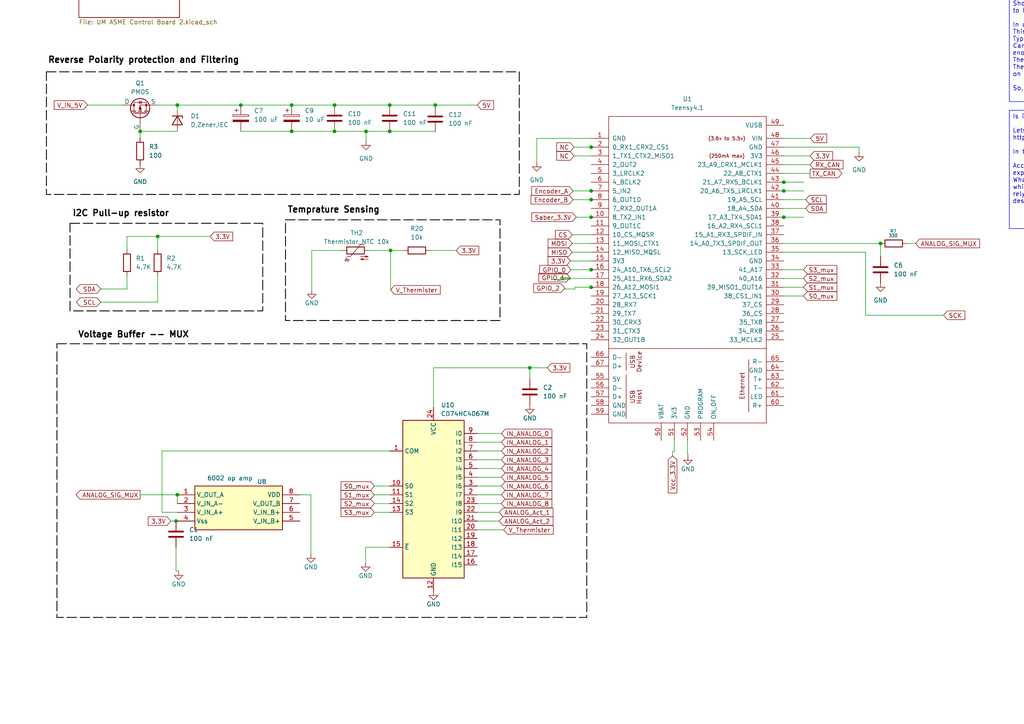
<source format=kicad_sch>
(kicad_sch
	(version 20250114)
	(generator "eeschema")
	(generator_version "9.0")
	(uuid "d60f352a-2b4a-4c4a-aee5-4f6cc46d3d3f")
	(paper "A4")
	(lib_symbols
		(symbol "74AHC373_1"
			(exclude_from_sim no)
			(in_bom yes)
			(on_board yes)
			(property "Reference" "U8"
				(at 10.414 16.51 0)
				(effects
					(font
						(size 1.27 1.27)
					)
					(justify left)
				)
			)
			(property "Value" "6002 op amp"
				(at -4.064 17.526 0)
				(effects
					(font
						(size 1.27 1.27)
					)
					(justify left)
				)
			)
			(property "Footprint" ""
				(at 0 0 0)
				(effects
					(font
						(size 1.27 1.27)
					)
					(hide yes)
				)
			)
			(property "Datasheet" "https://assets.nexperia.com/documents/data-sheet/74AHC373.pdf"
				(at 3.302 -2.032 0)
				(effects
					(font
						(size 1.27 1.27)
					)
					(hide yes)
				)
			)
			(property "Description" "8-bit Latch, 3-state outputs"
				(at 1.27 -6.604 0)
				(effects
					(font
						(size 1.27 1.27)
					)
					(hide yes)
				)
			)
			(property "ki_keywords" "AHCMOS REG DFF DFF8 LATCH"
				(at 0 0 0)
				(effects
					(font
						(size 1.27 1.27)
					)
					(hide yes)
				)
			)
			(property "ki_fp_filters" "DIP?20* SOIC?20* SO?20* SSOP?20* TSSOP?20*"
				(at 0 0 0)
				(effects
					(font
						(size 1.27 1.27)
					)
					(hide yes)
				)
			)
			(symbol "74AHC373_1_1_0"
				(pin input line
					(at -12.7 12.7 0)
					(length 5.08)
					(name "V_OUT_A"
						(effects
							(font
								(size 1.27 1.27)
							)
						)
					)
					(number "1"
						(effects
							(font
								(size 1.27 1.27)
							)
						)
					)
				)
				(pin input line
					(at -12.7 10.16 0)
					(length 5.08)
					(name "V_IN_A-"
						(effects
							(font
								(size 1.27 1.27)
							)
						)
					)
					(number "2"
						(effects
							(font
								(size 1.27 1.27)
							)
						)
					)
				)
				(pin input line
					(at -12.7 7.62 0)
					(length 5.08)
					(name "V_IN_A+"
						(effects
							(font
								(size 1.27 1.27)
							)
						)
					)
					(number "3"
						(effects
							(font
								(size 1.27 1.27)
							)
						)
					)
				)
				(pin input line
					(at -12.7 5.08 0)
					(length 5.08)
					(name "Vss"
						(effects
							(font
								(size 1.27 1.27)
							)
						)
					)
					(number "4"
						(effects
							(font
								(size 1.27 1.27)
							)
						)
					)
				)
				(pin tri_state line
					(at 22.86 12.7 180)
					(length 5.08)
					(name "VDD"
						(effects
							(font
								(size 1.27 1.27)
							)
						)
					)
					(number "8"
						(effects
							(font
								(size 1.27 1.27)
							)
						)
					)
				)
				(pin input line
					(at 22.86 10.16 180)
					(length 5.08)
					(name "V_OUT_B"
						(effects
							(font
								(size 1.27 1.27)
							)
						)
					)
					(number "7"
						(effects
							(font
								(size 1.27 1.27)
							)
						)
					)
				)
				(pin input line
					(at 22.86 7.62 180)
					(length 5.08)
					(name "V_IN_B+"
						(effects
							(font
								(size 1.27 1.27)
							)
						)
					)
					(number "6"
						(effects
							(font
								(size 1.27 1.27)
							)
						)
					)
				)
				(pin input line
					(at 22.86 5.08 180)
					(length 5.08)
					(name "V_IN_B+"
						(effects
							(font
								(size 1.27 1.27)
							)
						)
					)
					(number "5"
						(effects
							(font
								(size 1.27 1.27)
							)
						)
					)
				)
			)
			(symbol "74AHC373_1_1_1"
				(rectangle
					(start -7.62 15.24)
					(end 17.78 2.54)
					(stroke
						(width 0.254)
						(type default)
					)
					(fill
						(type background)
					)
				)
			)
			(embedded_fonts no)
		)
		(symbol "74xx:CD74HC4067M"
			(exclude_from_sim no)
			(in_bom yes)
			(on_board yes)
			(property "Reference" "U"
				(at -8.89 22.86 0)
				(effects
					(font
						(size 1.27 1.27)
					)
					(justify left)
				)
			)
			(property "Value" "CD74HC4067M"
				(at 1.27 22.86 0)
				(effects
					(font
						(size 1.27 1.27)
					)
					(justify left)
				)
			)
			(property "Footprint" "Package_SO:SOIC-24W_7.5x15.4mm_P1.27mm"
				(at 22.86 -25.4 0)
				(effects
					(font
						(size 1.27 1.27)
						(italic yes)
					)
					(hide yes)
				)
			)
			(property "Datasheet" "http://www.ti.com/lit/ds/symlink/cd74hc4067.pdf"
				(at -8.89 21.59 0)
				(effects
					(font
						(size 1.27 1.27)
					)
					(hide yes)
				)
			)
			(property "Description" "High-Speed CMOS Logic 16-Channel Analog Multiplexer/Demultiplexer, SOIC-24"
				(at 0 0 0)
				(effects
					(font
						(size 1.27 1.27)
					)
					(hide yes)
				)
			)
			(property "ki_keywords" "multiplexer demultiplexer mux demux"
				(at 0 0 0)
				(effects
					(font
						(size 1.27 1.27)
					)
					(hide yes)
				)
			)
			(property "ki_fp_filters" "SOIC*W*7.5x15.4mm*P1.27mm*"
				(at 0 0 0)
				(effects
					(font
						(size 1.27 1.27)
					)
					(hide yes)
				)
			)
			(symbol "CD74HC4067M_0_1"
				(rectangle
					(start -8.89 21.59)
					(end 8.89 -24.13)
					(stroke
						(width 0.254)
						(type default)
					)
					(fill
						(type background)
					)
				)
			)
			(symbol "CD74HC4067M_1_1"
				(pin passive line
					(at -12.7 12.7 0)
					(length 3.81)
					(name "COM"
						(effects
							(font
								(size 1.27 1.27)
							)
						)
					)
					(number "1"
						(effects
							(font
								(size 1.27 1.27)
							)
						)
					)
				)
				(pin input line
					(at -12.7 2.54 0)
					(length 3.81)
					(name "S0"
						(effects
							(font
								(size 1.27 1.27)
							)
						)
					)
					(number "10"
						(effects
							(font
								(size 1.27 1.27)
							)
						)
					)
				)
				(pin input line
					(at -12.7 0 0)
					(length 3.81)
					(name "S1"
						(effects
							(font
								(size 1.27 1.27)
							)
						)
					)
					(number "11"
						(effects
							(font
								(size 1.27 1.27)
							)
						)
					)
				)
				(pin input line
					(at -12.7 -2.54 0)
					(length 3.81)
					(name "S2"
						(effects
							(font
								(size 1.27 1.27)
							)
						)
					)
					(number "14"
						(effects
							(font
								(size 1.27 1.27)
							)
						)
					)
				)
				(pin input line
					(at -12.7 -5.08 0)
					(length 3.81)
					(name "S3"
						(effects
							(font
								(size 1.27 1.27)
							)
						)
					)
					(number "13"
						(effects
							(font
								(size 1.27 1.27)
							)
						)
					)
				)
				(pin input line
					(at -12.7 -15.24 0)
					(length 3.81)
					(name "~{E}"
						(effects
							(font
								(size 1.27 1.27)
							)
						)
					)
					(number "15"
						(effects
							(font
								(size 1.27 1.27)
							)
						)
					)
				)
				(pin power_in line
					(at 0 25.4 270)
					(length 3.81)
					(name "VCC"
						(effects
							(font
								(size 1.27 1.27)
							)
						)
					)
					(number "24"
						(effects
							(font
								(size 1.27 1.27)
							)
						)
					)
				)
				(pin power_in line
					(at 0 -27.94 90)
					(length 3.81)
					(name "GND"
						(effects
							(font
								(size 1.27 1.27)
							)
						)
					)
					(number "12"
						(effects
							(font
								(size 1.27 1.27)
							)
						)
					)
				)
				(pin passive line
					(at 12.7 17.78 180)
					(length 3.81)
					(name "I0"
						(effects
							(font
								(size 1.27 1.27)
							)
						)
					)
					(number "9"
						(effects
							(font
								(size 1.27 1.27)
							)
						)
					)
				)
				(pin passive line
					(at 12.7 15.24 180)
					(length 3.81)
					(name "I1"
						(effects
							(font
								(size 1.27 1.27)
							)
						)
					)
					(number "8"
						(effects
							(font
								(size 1.27 1.27)
							)
						)
					)
				)
				(pin passive line
					(at 12.7 12.7 180)
					(length 3.81)
					(name "I2"
						(effects
							(font
								(size 1.27 1.27)
							)
						)
					)
					(number "7"
						(effects
							(font
								(size 1.27 1.27)
							)
						)
					)
				)
				(pin passive line
					(at 12.7 10.16 180)
					(length 3.81)
					(name "I3"
						(effects
							(font
								(size 1.27 1.27)
							)
						)
					)
					(number "6"
						(effects
							(font
								(size 1.27 1.27)
							)
						)
					)
				)
				(pin passive line
					(at 12.7 7.62 180)
					(length 3.81)
					(name "I4"
						(effects
							(font
								(size 1.27 1.27)
							)
						)
					)
					(number "5"
						(effects
							(font
								(size 1.27 1.27)
							)
						)
					)
				)
				(pin passive line
					(at 12.7 5.08 180)
					(length 3.81)
					(name "I5"
						(effects
							(font
								(size 1.27 1.27)
							)
						)
					)
					(number "4"
						(effects
							(font
								(size 1.27 1.27)
							)
						)
					)
				)
				(pin passive line
					(at 12.7 2.54 180)
					(length 3.81)
					(name "I6"
						(effects
							(font
								(size 1.27 1.27)
							)
						)
					)
					(number "3"
						(effects
							(font
								(size 1.27 1.27)
							)
						)
					)
				)
				(pin passive line
					(at 12.7 0 180)
					(length 3.81)
					(name "I7"
						(effects
							(font
								(size 1.27 1.27)
							)
						)
					)
					(number "2"
						(effects
							(font
								(size 1.27 1.27)
							)
						)
					)
				)
				(pin passive line
					(at 12.7 -2.54 180)
					(length 3.81)
					(name "I8"
						(effects
							(font
								(size 1.27 1.27)
							)
						)
					)
					(number "23"
						(effects
							(font
								(size 1.27 1.27)
							)
						)
					)
				)
				(pin passive line
					(at 12.7 -5.08 180)
					(length 3.81)
					(name "I9"
						(effects
							(font
								(size 1.27 1.27)
							)
						)
					)
					(number "22"
						(effects
							(font
								(size 1.27 1.27)
							)
						)
					)
				)
				(pin passive line
					(at 12.7 -7.62 180)
					(length 3.81)
					(name "I10"
						(effects
							(font
								(size 1.27 1.27)
							)
						)
					)
					(number "21"
						(effects
							(font
								(size 1.27 1.27)
							)
						)
					)
				)
				(pin passive line
					(at 12.7 -10.16 180)
					(length 3.81)
					(name "I11"
						(effects
							(font
								(size 1.27 1.27)
							)
						)
					)
					(number "20"
						(effects
							(font
								(size 1.27 1.27)
							)
						)
					)
				)
				(pin passive line
					(at 12.7 -12.7 180)
					(length 3.81)
					(name "I12"
						(effects
							(font
								(size 1.27 1.27)
							)
						)
					)
					(number "19"
						(effects
							(font
								(size 1.27 1.27)
							)
						)
					)
				)
				(pin passive line
					(at 12.7 -15.24 180)
					(length 3.81)
					(name "I13"
						(effects
							(font
								(size 1.27 1.27)
							)
						)
					)
					(number "18"
						(effects
							(font
								(size 1.27 1.27)
							)
						)
					)
				)
				(pin passive line
					(at 12.7 -17.78 180)
					(length 3.81)
					(name "I14"
						(effects
							(font
								(size 1.27 1.27)
							)
						)
					)
					(number "17"
						(effects
							(font
								(size 1.27 1.27)
							)
						)
					)
				)
				(pin passive line
					(at 12.7 -20.32 180)
					(length 3.81)
					(name "I15"
						(effects
							(font
								(size 1.27 1.27)
							)
						)
					)
					(number "16"
						(effects
							(font
								(size 1.27 1.27)
							)
						)
					)
				)
			)
			(embedded_fonts no)
		)
		(symbol "Device:C"
			(pin_numbers
				(hide yes)
			)
			(pin_names
				(offset 0.254)
			)
			(exclude_from_sim no)
			(in_bom yes)
			(on_board yes)
			(property "Reference" "C"
				(at 0.635 2.54 0)
				(effects
					(font
						(size 1.27 1.27)
					)
					(justify left)
				)
			)
			(property "Value" "C"
				(at 0.635 -2.54 0)
				(effects
					(font
						(size 1.27 1.27)
					)
					(justify left)
				)
			)
			(property "Footprint" ""
				(at 0.9652 -3.81 0)
				(effects
					(font
						(size 1.27 1.27)
					)
					(hide yes)
				)
			)
			(property "Datasheet" "~"
				(at 0 0 0)
				(effects
					(font
						(size 1.27 1.27)
					)
					(hide yes)
				)
			)
			(property "Description" "Unpolarized capacitor"
				(at 0 0 0)
				(effects
					(font
						(size 1.27 1.27)
					)
					(hide yes)
				)
			)
			(property "ki_keywords" "cap capacitor"
				(at 0 0 0)
				(effects
					(font
						(size 1.27 1.27)
					)
					(hide yes)
				)
			)
			(property "ki_fp_filters" "C_*"
				(at 0 0 0)
				(effects
					(font
						(size 1.27 1.27)
					)
					(hide yes)
				)
			)
			(symbol "C_0_1"
				(polyline
					(pts
						(xy -2.032 0.762) (xy 2.032 0.762)
					)
					(stroke
						(width 0.508)
						(type default)
					)
					(fill
						(type none)
					)
				)
				(polyline
					(pts
						(xy -2.032 -0.762) (xy 2.032 -0.762)
					)
					(stroke
						(width 0.508)
						(type default)
					)
					(fill
						(type none)
					)
				)
			)
			(symbol "C_1_1"
				(pin passive line
					(at 0 3.81 270)
					(length 2.794)
					(name "~"
						(effects
							(font
								(size 1.27 1.27)
							)
						)
					)
					(number "1"
						(effects
							(font
								(size 1.27 1.27)
							)
						)
					)
				)
				(pin passive line
					(at 0 -3.81 90)
					(length 2.794)
					(name "~"
						(effects
							(font
								(size 1.27 1.27)
							)
						)
					)
					(number "2"
						(effects
							(font
								(size 1.27 1.27)
							)
						)
					)
				)
			)
			(embedded_fonts no)
		)
		(symbol "Device:C_Polarized"
			(pin_numbers
				(hide yes)
			)
			(pin_names
				(offset 0.254)
			)
			(exclude_from_sim no)
			(in_bom yes)
			(on_board yes)
			(property "Reference" "C"
				(at 0.635 2.54 0)
				(effects
					(font
						(size 1.27 1.27)
					)
					(justify left)
				)
			)
			(property "Value" "C_Polarized"
				(at 0.635 -2.54 0)
				(effects
					(font
						(size 1.27 1.27)
					)
					(justify left)
				)
			)
			(property "Footprint" ""
				(at 0.9652 -3.81 0)
				(effects
					(font
						(size 1.27 1.27)
					)
					(hide yes)
				)
			)
			(property "Datasheet" "~"
				(at 0 0 0)
				(effects
					(font
						(size 1.27 1.27)
					)
					(hide yes)
				)
			)
			(property "Description" "Polarized capacitor"
				(at 0 0 0)
				(effects
					(font
						(size 1.27 1.27)
					)
					(hide yes)
				)
			)
			(property "ki_keywords" "cap capacitor"
				(at 0 0 0)
				(effects
					(font
						(size 1.27 1.27)
					)
					(hide yes)
				)
			)
			(property "ki_fp_filters" "CP_*"
				(at 0 0 0)
				(effects
					(font
						(size 1.27 1.27)
					)
					(hide yes)
				)
			)
			(symbol "C_Polarized_0_1"
				(rectangle
					(start -2.286 0.508)
					(end 2.286 1.016)
					(stroke
						(width 0)
						(type default)
					)
					(fill
						(type none)
					)
				)
				(polyline
					(pts
						(xy -1.778 2.286) (xy -0.762 2.286)
					)
					(stroke
						(width 0)
						(type default)
					)
					(fill
						(type none)
					)
				)
				(polyline
					(pts
						(xy -1.27 2.794) (xy -1.27 1.778)
					)
					(stroke
						(width 0)
						(type default)
					)
					(fill
						(type none)
					)
				)
				(rectangle
					(start 2.286 -0.508)
					(end -2.286 -1.016)
					(stroke
						(width 0)
						(type default)
					)
					(fill
						(type outline)
					)
				)
			)
			(symbol "C_Polarized_1_1"
				(pin passive line
					(at 0 3.81 270)
					(length 2.794)
					(name "~"
						(effects
							(font
								(size 1.27 1.27)
							)
						)
					)
					(number "1"
						(effects
							(font
								(size 1.27 1.27)
							)
						)
					)
				)
				(pin passive line
					(at 0 -3.81 90)
					(length 2.794)
					(name "~"
						(effects
							(font
								(size 1.27 1.27)
							)
						)
					)
					(number "2"
						(effects
							(font
								(size 1.27 1.27)
							)
						)
					)
				)
			)
			(embedded_fonts no)
		)
		(symbol "Device:R"
			(pin_numbers
				(hide yes)
			)
			(pin_names
				(offset 0)
			)
			(exclude_from_sim no)
			(in_bom yes)
			(on_board yes)
			(property "Reference" "R"
				(at 2.032 0 90)
				(effects
					(font
						(size 1.27 1.27)
					)
				)
			)
			(property "Value" "R"
				(at 0 0 90)
				(effects
					(font
						(size 1.27 1.27)
					)
				)
			)
			(property "Footprint" ""
				(at -1.778 0 90)
				(effects
					(font
						(size 1.27 1.27)
					)
					(hide yes)
				)
			)
			(property "Datasheet" "~"
				(at 0 0 0)
				(effects
					(font
						(size 1.27 1.27)
					)
					(hide yes)
				)
			)
			(property "Description" "Resistor"
				(at 0 0 0)
				(effects
					(font
						(size 1.27 1.27)
					)
					(hide yes)
				)
			)
			(property "ki_keywords" "R res resistor"
				(at 0 0 0)
				(effects
					(font
						(size 1.27 1.27)
					)
					(hide yes)
				)
			)
			(property "ki_fp_filters" "R_*"
				(at 0 0 0)
				(effects
					(font
						(size 1.27 1.27)
					)
					(hide yes)
				)
			)
			(symbol "R_0_1"
				(rectangle
					(start -1.016 -2.54)
					(end 1.016 2.54)
					(stroke
						(width 0.254)
						(type default)
					)
					(fill
						(type none)
					)
				)
			)
			(symbol "R_1_1"
				(pin passive line
					(at 0 3.81 270)
					(length 1.27)
					(name "~"
						(effects
							(font
								(size 1.27 1.27)
							)
						)
					)
					(number "1"
						(effects
							(font
								(size 1.27 1.27)
							)
						)
					)
				)
				(pin passive line
					(at 0 -3.81 90)
					(length 1.27)
					(name "~"
						(effects
							(font
								(size 1.27 1.27)
							)
						)
					)
					(number "2"
						(effects
							(font
								(size 1.27 1.27)
							)
						)
					)
				)
			)
			(embedded_fonts no)
		)
		(symbol "Device:Thermistor_NTC"
			(pin_numbers
				(hide yes)
			)
			(pin_names
				(offset 0)
			)
			(exclude_from_sim no)
			(in_bom yes)
			(on_board yes)
			(property "Reference" "TH"
				(at -4.445 0 90)
				(effects
					(font
						(size 1.27 1.27)
					)
				)
			)
			(property "Value" "Thermistor_NTC"
				(at 3.175 0 90)
				(effects
					(font
						(size 1.27 1.27)
					)
				)
			)
			(property "Footprint" ""
				(at 0 1.27 0)
				(effects
					(font
						(size 1.27 1.27)
					)
					(hide yes)
				)
			)
			(property "Datasheet" "~"
				(at 0 1.27 0)
				(effects
					(font
						(size 1.27 1.27)
					)
					(hide yes)
				)
			)
			(property "Description" "Temperature dependent resistor, negative temperature coefficient"
				(at 0 0 0)
				(effects
					(font
						(size 1.27 1.27)
					)
					(hide yes)
				)
			)
			(property "ki_keywords" "thermistor NTC resistor sensor RTD"
				(at 0 0 0)
				(effects
					(font
						(size 1.27 1.27)
					)
					(hide yes)
				)
			)
			(property "ki_fp_filters" "*NTC* *Thermistor* PIN?ARRAY* bornier* *Terminal?Block* R_*"
				(at 0 0 0)
				(effects
					(font
						(size 1.27 1.27)
					)
					(hide yes)
				)
			)
			(symbol "Thermistor_NTC_0_1"
				(arc
					(start -3.175 2.413)
					(mid -3.0506 2.3165)
					(end -3.048 2.159)
					(stroke
						(width 0)
						(type default)
					)
					(fill
						(type none)
					)
				)
				(arc
					(start -3.048 2.794)
					(mid -2.9736 2.9736)
					(end -2.794 3.048)
					(stroke
						(width 0)
						(type default)
					)
					(fill
						(type none)
					)
				)
				(arc
					(start -2.794 3.048)
					(mid -2.6144 2.9736)
					(end -2.54 2.794)
					(stroke
						(width 0)
						(type default)
					)
					(fill
						(type none)
					)
				)
				(arc
					(start -2.794 2.54)
					(mid -2.9736 2.6144)
					(end -3.048 2.794)
					(stroke
						(width 0)
						(type default)
					)
					(fill
						(type none)
					)
				)
				(arc
					(start -2.794 1.905)
					(mid -2.9736 1.9794)
					(end -3.048 2.159)
					(stroke
						(width 0)
						(type default)
					)
					(fill
						(type none)
					)
				)
				(arc
					(start -2.54 2.159)
					(mid -2.6144 1.9794)
					(end -2.794 1.905)
					(stroke
						(width 0)
						(type default)
					)
					(fill
						(type none)
					)
				)
				(arc
					(start -2.159 2.794)
					(mid -2.434 2.5608)
					(end -2.794 2.54)
					(stroke
						(width 0)
						(type default)
					)
					(fill
						(type none)
					)
				)
				(polyline
					(pts
						(xy -2.54 2.159) (xy -2.54 2.794)
					)
					(stroke
						(width 0)
						(type default)
					)
					(fill
						(type none)
					)
				)
				(polyline
					(pts
						(xy -2.54 -3.683) (xy -2.54 -1.397) (xy -2.794 -2.159) (xy -2.286 -2.159) (xy -2.54 -1.397) (xy -2.54 -1.651)
					)
					(stroke
						(width 0)
						(type default)
					)
					(fill
						(type outline)
					)
				)
				(polyline
					(pts
						(xy -1.778 2.54) (xy -1.778 1.524) (xy 1.778 -1.524) (xy 1.778 -2.54)
					)
					(stroke
						(width 0)
						(type default)
					)
					(fill
						(type none)
					)
				)
				(polyline
					(pts
						(xy -1.778 -1.397) (xy -1.778 -3.683) (xy -2.032 -2.921) (xy -1.524 -2.921) (xy -1.778 -3.683)
						(xy -1.778 -3.429)
					)
					(stroke
						(width 0)
						(type default)
					)
					(fill
						(type outline)
					)
				)
				(rectangle
					(start -1.016 2.54)
					(end 1.016 -2.54)
					(stroke
						(width 0.254)
						(type default)
					)
					(fill
						(type none)
					)
				)
			)
			(symbol "Thermistor_NTC_1_1"
				(pin passive line
					(at 0 3.81 270)
					(length 1.27)
					(name "~"
						(effects
							(font
								(size 1.27 1.27)
							)
						)
					)
					(number "1"
						(effects
							(font
								(size 1.27 1.27)
							)
						)
					)
				)
				(pin passive line
					(at 0 -3.81 90)
					(length 1.27)
					(name "~"
						(effects
							(font
								(size 1.27 1.27)
							)
						)
					)
					(number "2"
						(effects
							(font
								(size 1.27 1.27)
							)
						)
					)
				)
			)
			(embedded_fonts no)
		)
		(symbol "PCM_Generic-50:D,Zener,IEC"
			(pin_numbers
				(hide yes)
			)
			(pin_names
				(offset 0)
				(hide yes)
			)
			(exclude_from_sim no)
			(in_bom yes)
			(on_board yes)
			(property "Reference" "D"
				(at 1.905 1.27 0)
				(effects
					(font
						(size 1.27 1.27)
					)
					(justify left)
				)
			)
			(property "Value" "${SIM.PARAMS}"
				(at 1.905 -1.27 0)
				(effects
					(font
						(size 1.27 1.27)
					)
					(justify left)
				)
			)
			(property "Footprint" ""
				(at 0 0 0)
				(effects
					(font
						(size 2.54 2.54)
					)
					(hide yes)
				)
			)
			(property "Datasheet" ""
				(at 0 0 0)
				(effects
					(font
						(size 2.54 2.54)
					)
					(hide yes)
				)
			)
			(property "Description" "Zener/avalanche diode; unidirectional breakdown diode; voltage regulator diode (IEC)"
				(at 0 0 0)
				(effects
					(font
						(size 1.27 1.27)
					)
					(hide yes)
				)
			)
			(property "Sim.Pins" "2=1 1=2"
				(at 1.905 0 0)
				(effects
					(font
						(size 0.635 0.635)
					)
					(justify left)
					(hide yes)
				)
			)
			(property "Sim.Params" "D,Zener,IEC"
				(at 1.905 -1.27 0)
				(effects
					(font
						(size 1.27 1.27)
					)
					(justify left)
				)
			)
			(property "Sim.Device" "SPICE"
				(at 0 0 0)
				(effects
					(font
						(size 1.27 1.27)
					)
					(hide yes)
				)
			)
			(property "ki_keywords" "D semiconductor diode breakdown Zener Z-diode avalanche IEC"
				(at 0 0 0)
				(effects
					(font
						(size 1.27 1.27)
					)
					(hide yes)
				)
			)
			(symbol "D,Zener,IEC_1_1"
				(polyline
					(pts
						(xy -1.4732 -0.635) (xy -1.4732 -1.27) (xy 1.4732 -1.27)
					)
					(stroke
						(width 0.254)
						(type default)
					)
					(fill
						(type none)
					)
				)
				(polyline
					(pts
						(xy 0 -1.27) (xy 1.4732 1.27) (xy -1.4732 1.27) (xy 0 -1.27)
					)
					(stroke
						(width 0.254)
						(type default)
					)
					(fill
						(type none)
					)
				)
				(pin passive line
					(at 0 2.54 270)
					(length 2.54)
					(name "A+"
						(effects
							(font
								(size 0.635 0.635)
							)
						)
					)
					(number "2"
						(effects
							(font
								(size 0.9144 0.9144)
							)
						)
					)
				)
				(pin passive line
					(at 0 -2.54 90)
					(length 2.54)
					(name "K-"
						(effects
							(font
								(size 0.635 0.635)
							)
						)
					)
					(number "1"
						(effects
							(font
								(size 0.9144 0.9144)
							)
						)
					)
				)
			)
			(embedded_fonts no)
		)
		(symbol "PCM_SparkFun-PowerSymbol:GND"
			(power)
			(pin_names
				(offset 0)
			)
			(exclude_from_sim no)
			(in_bom yes)
			(on_board yes)
			(property "Reference" "#PWR"
				(at 0 -6.35 0)
				(effects
					(font
						(size 1.27 1.27)
					)
					(hide yes)
				)
			)
			(property "Value" "GND"
				(at 0 -3.81 0)
				(do_not_autoplace)
				(effects
					(font
						(size 1.27 1.27)
					)
				)
			)
			(property "Footprint" ""
				(at 0 0 0)
				(effects
					(font
						(size 1.27 1.27)
					)
					(hide yes)
				)
			)
			(property "Datasheet" ""
				(at 0 0 0)
				(effects
					(font
						(size 1.27 1.27)
					)
					(hide yes)
				)
			)
			(property "Description" "Power symbol creates a global label with name \"GND\" , ground"
				(at 0 -8.89 0)
				(effects
					(font
						(size 1.27 1.27)
					)
					(hide yes)
				)
			)
			(property "ki_keywords" "SparkFun global power"
				(at 0 0 0)
				(effects
					(font
						(size 1.27 1.27)
					)
					(hide yes)
				)
			)
			(symbol "GND_0_1"
				(polyline
					(pts
						(xy 0 0) (xy 0 -1.27) (xy 1.27 -1.27) (xy 0 -2.54) (xy -1.27 -1.27) (xy 0 -1.27)
					)
					(stroke
						(width 0)
						(type default)
					)
					(fill
						(type none)
					)
				)
			)
			(symbol "GND_1_1"
				(pin power_in line
					(at 0 0 270)
					(length 0)
					(hide yes)
					(name "GND"
						(effects
							(font
								(size 1.27 1.27)
							)
						)
					)
					(number "1"
						(effects
							(font
								(size 1.27 1.27)
							)
						)
					)
				)
			)
			(embedded_fonts no)
		)
		(symbol "Simulation_SPICE:PMOS"
			(pin_numbers
				(hide yes)
			)
			(pin_names
				(offset 0)
			)
			(exclude_from_sim no)
			(in_bom yes)
			(on_board yes)
			(property "Reference" "Q"
				(at 5.08 1.27 0)
				(effects
					(font
						(size 1.27 1.27)
					)
					(justify left)
				)
			)
			(property "Value" "PMOS"
				(at 5.08 -1.27 0)
				(effects
					(font
						(size 1.27 1.27)
					)
					(justify left)
				)
			)
			(property "Footprint" ""
				(at 5.08 2.54 0)
				(effects
					(font
						(size 1.27 1.27)
					)
					(hide yes)
				)
			)
			(property "Datasheet" "https://ngspice.sourceforge.io/docs/ngspice-html-manual/manual.xhtml#cha_MOSFETs"
				(at 0 -12.7 0)
				(effects
					(font
						(size 1.27 1.27)
					)
					(hide yes)
				)
			)
			(property "Description" "P-MOSFET transistor, drain/source/gate"
				(at 0 0 0)
				(effects
					(font
						(size 1.27 1.27)
					)
					(hide yes)
				)
			)
			(property "Sim.Device" "PMOS"
				(at 0 -17.145 0)
				(effects
					(font
						(size 1.27 1.27)
					)
					(hide yes)
				)
			)
			(property "Sim.Type" "VDMOS"
				(at 0 -19.05 0)
				(effects
					(font
						(size 1.27 1.27)
					)
					(hide yes)
				)
			)
			(property "Sim.Pins" "1=D 2=G 3=S"
				(at 0 -15.24 0)
				(effects
					(font
						(size 1.27 1.27)
					)
					(hide yes)
				)
			)
			(property "ki_keywords" "transistor PMOS P-MOS P-MOSFET simulation"
				(at 0 0 0)
				(effects
					(font
						(size 1.27 1.27)
					)
					(hide yes)
				)
			)
			(symbol "PMOS_0_1"
				(polyline
					(pts
						(xy 0.254 1.905) (xy 0.254 -1.905)
					)
					(stroke
						(width 0.254)
						(type default)
					)
					(fill
						(type none)
					)
				)
				(polyline
					(pts
						(xy 0.254 0) (xy -2.54 0)
					)
					(stroke
						(width 0)
						(type default)
					)
					(fill
						(type none)
					)
				)
				(polyline
					(pts
						(xy 0.762 2.286) (xy 0.762 1.27)
					)
					(stroke
						(width 0.254)
						(type default)
					)
					(fill
						(type none)
					)
				)
				(polyline
					(pts
						(xy 0.762 1.778) (xy 3.302 1.778) (xy 3.302 -1.778) (xy 0.762 -1.778)
					)
					(stroke
						(width 0)
						(type default)
					)
					(fill
						(type none)
					)
				)
				(polyline
					(pts
						(xy 0.762 0.508) (xy 0.762 -0.508)
					)
					(stroke
						(width 0.254)
						(type default)
					)
					(fill
						(type none)
					)
				)
				(polyline
					(pts
						(xy 0.762 -1.27) (xy 0.762 -2.286)
					)
					(stroke
						(width 0.254)
						(type default)
					)
					(fill
						(type none)
					)
				)
				(circle
					(center 1.651 0)
					(radius 2.794)
					(stroke
						(width 0.254)
						(type default)
					)
					(fill
						(type none)
					)
				)
				(polyline
					(pts
						(xy 2.286 0) (xy 1.27 0.381) (xy 1.27 -0.381) (xy 2.286 0)
					)
					(stroke
						(width 0)
						(type default)
					)
					(fill
						(type outline)
					)
				)
				(polyline
					(pts
						(xy 2.54 2.54) (xy 2.54 1.778)
					)
					(stroke
						(width 0)
						(type default)
					)
					(fill
						(type none)
					)
				)
				(circle
					(center 2.54 1.778)
					(radius 0.254)
					(stroke
						(width 0)
						(type default)
					)
					(fill
						(type outline)
					)
				)
				(circle
					(center 2.54 -1.778)
					(radius 0.254)
					(stroke
						(width 0)
						(type default)
					)
					(fill
						(type outline)
					)
				)
				(polyline
					(pts
						(xy 2.54 -2.54) (xy 2.54 0) (xy 0.762 0)
					)
					(stroke
						(width 0)
						(type default)
					)
					(fill
						(type none)
					)
				)
				(polyline
					(pts
						(xy 2.794 -0.508) (xy 2.921 -0.381) (xy 3.683 -0.381) (xy 3.81 -0.254)
					)
					(stroke
						(width 0)
						(type default)
					)
					(fill
						(type none)
					)
				)
				(polyline
					(pts
						(xy 3.302 -0.381) (xy 2.921 0.254) (xy 3.683 0.254) (xy 3.302 -0.381)
					)
					(stroke
						(width 0)
						(type default)
					)
					(fill
						(type none)
					)
				)
			)
			(symbol "PMOS_1_1"
				(pin input line
					(at -5.08 0 0)
					(length 2.54)
					(name "G"
						(effects
							(font
								(size 1.27 1.27)
							)
						)
					)
					(number "2"
						(effects
							(font
								(size 1.27 1.27)
							)
						)
					)
				)
				(pin passive line
					(at 2.54 5.08 270)
					(length 2.54)
					(name "D"
						(effects
							(font
								(size 1.27 1.27)
							)
						)
					)
					(number "1"
						(effects
							(font
								(size 1.27 1.27)
							)
						)
					)
				)
				(pin passive line
					(at 2.54 -5.08 90)
					(length 2.54)
					(name "S"
						(effects
							(font
								(size 1.27 1.27)
							)
						)
					)
					(number "3"
						(effects
							(font
								(size 1.27 1.27)
							)
						)
					)
				)
			)
			(embedded_fonts no)
		)
		(symbol "power:GND"
			(power)
			(pin_numbers
				(hide yes)
			)
			(pin_names
				(offset 0)
				(hide yes)
			)
			(exclude_from_sim no)
			(in_bom yes)
			(on_board yes)
			(property "Reference" "#PWR"
				(at 0 -6.35 0)
				(effects
					(font
						(size 1.27 1.27)
					)
					(hide yes)
				)
			)
			(property "Value" "GND"
				(at 0 -3.81 0)
				(effects
					(font
						(size 1.27 1.27)
					)
				)
			)
			(property "Footprint" ""
				(at 0 0 0)
				(effects
					(font
						(size 1.27 1.27)
					)
					(hide yes)
				)
			)
			(property "Datasheet" ""
				(at 0 0 0)
				(effects
					(font
						(size 1.27 1.27)
					)
					(hide yes)
				)
			)
			(property "Description" "Power symbol creates a global label with name \"GND\" , ground"
				(at 0 0 0)
				(effects
					(font
						(size 1.27 1.27)
					)
					(hide yes)
				)
			)
			(property "ki_keywords" "global power"
				(at 0 0 0)
				(effects
					(font
						(size 1.27 1.27)
					)
					(hide yes)
				)
			)
			(symbol "GND_0_1"
				(polyline
					(pts
						(xy 0 0) (xy 0 -1.27) (xy 1.27 -1.27) (xy 0 -2.54) (xy -1.27 -1.27) (xy 0 -1.27)
					)
					(stroke
						(width 0)
						(type default)
					)
					(fill
						(type none)
					)
				)
			)
			(symbol "GND_1_1"
				(pin power_in line
					(at 0 0 270)
					(length 0)
					(name "~"
						(effects
							(font
								(size 1.27 1.27)
							)
						)
					)
					(number "1"
						(effects
							(font
								(size 1.27 1.27)
							)
						)
					)
				)
			)
			(embedded_fonts no)
		)
		(symbol "teensy:Teensy4.1"
			(pin_names
				(offset 1.016)
			)
			(exclude_from_sim no)
			(in_bom yes)
			(on_board yes)
			(property "Reference" "U"
				(at 0 64.77 0)
				(effects
					(font
						(size 1.27 1.27)
					)
				)
			)
			(property "Value" "Teensy4.1"
				(at 0 62.23 0)
				(effects
					(font
						(size 1.27 1.27)
					)
				)
			)
			(property "Footprint" ""
				(at -10.16 10.16 0)
				(effects
					(font
						(size 1.27 1.27)
					)
					(hide yes)
				)
			)
			(property "Datasheet" ""
				(at -10.16 10.16 0)
				(effects
					(font
						(size 1.27 1.27)
					)
					(hide yes)
				)
			)
			(property "Description" ""
				(at 0 0 0)
				(effects
					(font
						(size 1.27 1.27)
					)
					(hide yes)
				)
			)
			(symbol "Teensy4.1_0_0"
				(polyline
					(pts
						(xy -22.86 -6.35) (xy 22.86 -6.35)
					)
					(stroke
						(width 0)
						(type solid)
					)
					(fill
						(type none)
					)
				)
				(polyline
					(pts
						(xy -17.78 -7.62) (xy -17.78 -12.7)
					)
					(stroke
						(width 0)
						(type solid)
					)
					(fill
						(type none)
					)
				)
				(polyline
					(pts
						(xy -17.78 -26.67) (xy -17.78 -13.97)
					)
					(stroke
						(width 0)
						(type solid)
					)
					(fill
						(type none)
					)
				)
				(polyline
					(pts
						(xy 17.78 -9.525) (xy 17.78 -24.765)
					)
					(stroke
						(width 0)
						(type solid)
					)
					(fill
						(type none)
					)
				)
				(text "USB"
					(at -15.875 -10.16 900)
					(effects
						(font
							(size 1.27 1.27)
						)
					)
				)
				(text "USB"
					(at -15.875 -20.32 900)
					(effects
						(font
							(size 1.27 1.27)
						)
					)
				)
				(text "Device"
					(at -13.97 -10.16 900)
					(effects
						(font
							(size 1.27 1.27)
						)
					)
				)
				(text "Host"
					(at -13.97 -20.32 900)
					(effects
						(font
							(size 1.27 1.27)
						)
					)
				)
				(text "(3.6v to 5.5v)"
					(at 11.43 54.61 0)
					(effects
						(font
							(size 1.016 1.016)
						)
					)
				)
				(text "(250mA max)"
					(at 11.43 49.53 0)
					(effects
						(font
							(size 1.016 1.016)
						)
					)
				)
				(text "Ethernet"
					(at 15.875 -17.145 900)
					(effects
						(font
							(size 1.27 1.27)
						)
					)
				)
				(pin bidirectional line
					(at -27.94 44.45 0)
					(length 5.08)
					(name "3_LRCLK2"
						(effects
							(font
								(size 1.27 1.27)
							)
						)
					)
					(number "5"
						(effects
							(font
								(size 1.27 1.27)
							)
						)
					)
				)
				(pin bidirectional line
					(at -27.94 41.91 0)
					(length 5.08)
					(name "4_BCLK2"
						(effects
							(font
								(size 1.27 1.27)
							)
						)
					)
					(number "6"
						(effects
							(font
								(size 1.27 1.27)
							)
						)
					)
				)
				(pin bidirectional line
					(at -27.94 39.37 0)
					(length 5.08)
					(name "5_IN2"
						(effects
							(font
								(size 1.27 1.27)
							)
						)
					)
					(number "7"
						(effects
							(font
								(size 1.27 1.27)
							)
						)
					)
				)
				(pin bidirectional line
					(at -27.94 36.83 0)
					(length 5.08)
					(name "6_OUT1D"
						(effects
							(font
								(size 1.27 1.27)
							)
						)
					)
					(number "8"
						(effects
							(font
								(size 1.27 1.27)
							)
						)
					)
				)
				(pin bidirectional line
					(at -27.94 34.29 0)
					(length 5.08)
					(name "7_RX2_OUT1A"
						(effects
							(font
								(size 1.27 1.27)
							)
						)
					)
					(number "9"
						(effects
							(font
								(size 1.27 1.27)
							)
						)
					)
				)
				(pin bidirectional line
					(at -27.94 31.75 0)
					(length 5.08)
					(name "8_TX2_IN1"
						(effects
							(font
								(size 1.27 1.27)
							)
						)
					)
					(number "10"
						(effects
							(font
								(size 1.27 1.27)
							)
						)
					)
				)
				(pin bidirectional line
					(at -27.94 29.21 0)
					(length 5.08)
					(name "9_OUT1C"
						(effects
							(font
								(size 1.27 1.27)
							)
						)
					)
					(number "11"
						(effects
							(font
								(size 1.27 1.27)
							)
						)
					)
				)
				(pin bidirectional line
					(at -27.94 26.67 0)
					(length 5.08)
					(name "10_CS_MQSR"
						(effects
							(font
								(size 1.27 1.27)
							)
						)
					)
					(number "12"
						(effects
							(font
								(size 1.27 1.27)
							)
						)
					)
				)
				(pin bidirectional line
					(at -27.94 24.13 0)
					(length 5.08)
					(name "11_MOSI_CTX1"
						(effects
							(font
								(size 1.27 1.27)
							)
						)
					)
					(number "13"
						(effects
							(font
								(size 1.27 1.27)
							)
						)
					)
				)
				(pin bidirectional line
					(at -27.94 21.59 0)
					(length 5.08)
					(name "12_MISO_MQSL"
						(effects
							(font
								(size 1.27 1.27)
							)
						)
					)
					(number "14"
						(effects
							(font
								(size 1.27 1.27)
							)
						)
					)
				)
				(pin power_in line
					(at -27.94 19.05 0)
					(length 5.08)
					(name "3V3"
						(effects
							(font
								(size 1.27 1.27)
							)
						)
					)
					(number "15"
						(effects
							(font
								(size 1.27 1.27)
							)
						)
					)
				)
				(pin bidirectional line
					(at -27.94 16.51 0)
					(length 5.08)
					(name "24_A10_TX6_SCL2"
						(effects
							(font
								(size 1.27 1.27)
							)
						)
					)
					(number "16"
						(effects
							(font
								(size 1.27 1.27)
							)
						)
					)
				)
				(pin bidirectional line
					(at -27.94 13.97 0)
					(length 5.08)
					(name "25_A11_RX6_SDA2"
						(effects
							(font
								(size 1.27 1.27)
							)
						)
					)
					(number "17"
						(effects
							(font
								(size 1.27 1.27)
							)
						)
					)
				)
				(pin bidirectional line
					(at -27.94 11.43 0)
					(length 5.08)
					(name "26_A12_MOSI1"
						(effects
							(font
								(size 1.27 1.27)
							)
						)
					)
					(number "18"
						(effects
							(font
								(size 1.27 1.27)
							)
						)
					)
				)
				(pin bidirectional line
					(at -27.94 8.89 0)
					(length 5.08)
					(name "27_A13_SCK1"
						(effects
							(font
								(size 1.27 1.27)
							)
						)
					)
					(number "19"
						(effects
							(font
								(size 1.27 1.27)
							)
						)
					)
				)
				(pin bidirectional line
					(at -27.94 6.35 0)
					(length 5.08)
					(name "28_RX7"
						(effects
							(font
								(size 1.27 1.27)
							)
						)
					)
					(number "20"
						(effects
							(font
								(size 1.27 1.27)
							)
						)
					)
				)
				(pin bidirectional line
					(at -27.94 3.81 0)
					(length 5.08)
					(name "29_TX7"
						(effects
							(font
								(size 1.27 1.27)
							)
						)
					)
					(number "21"
						(effects
							(font
								(size 1.27 1.27)
							)
						)
					)
				)
				(pin bidirectional line
					(at -27.94 1.27 0)
					(length 5.08)
					(name "30_CRX3"
						(effects
							(font
								(size 1.27 1.27)
							)
						)
					)
					(number "22"
						(effects
							(font
								(size 1.27 1.27)
							)
						)
					)
				)
				(pin bidirectional line
					(at -27.94 -1.27 0)
					(length 5.08)
					(name "31_CTX3"
						(effects
							(font
								(size 1.27 1.27)
							)
						)
					)
					(number "23"
						(effects
							(font
								(size 1.27 1.27)
							)
						)
					)
				)
				(pin bidirectional line
					(at -27.94 -3.81 0)
					(length 5.08)
					(name "32_OUT1B"
						(effects
							(font
								(size 1.27 1.27)
							)
						)
					)
					(number "24"
						(effects
							(font
								(size 1.27 1.27)
							)
						)
					)
				)
				(pin bidirectional line
					(at -27.94 -8.89 0)
					(length 5.08)
					(name "D-"
						(effects
							(font
								(size 1.27 1.27)
							)
						)
					)
					(number "66"
						(effects
							(font
								(size 1.27 1.27)
							)
						)
					)
				)
				(pin bidirectional line
					(at -27.94 -11.43 0)
					(length 5.08)
					(name "D+"
						(effects
							(font
								(size 1.27 1.27)
							)
						)
					)
					(number "67"
						(effects
							(font
								(size 1.27 1.27)
							)
						)
					)
				)
				(pin power_out line
					(at -27.94 -15.24 0)
					(length 5.08)
					(name "5V"
						(effects
							(font
								(size 1.27 1.27)
							)
						)
					)
					(number "55"
						(effects
							(font
								(size 1.27 1.27)
							)
						)
					)
				)
				(pin bidirectional line
					(at -27.94 -17.78 0)
					(length 5.08)
					(name "D-"
						(effects
							(font
								(size 1.27 1.27)
							)
						)
					)
					(number "56"
						(effects
							(font
								(size 1.27 1.27)
							)
						)
					)
				)
				(pin bidirectional line
					(at -27.94 -20.32 0)
					(length 5.08)
					(name "D+"
						(effects
							(font
								(size 1.27 1.27)
							)
						)
					)
					(number "57"
						(effects
							(font
								(size 1.27 1.27)
							)
						)
					)
				)
				(pin power_in line
					(at -27.94 -22.86 0)
					(length 5.08)
					(name "GND"
						(effects
							(font
								(size 1.27 1.27)
							)
						)
					)
					(number "58"
						(effects
							(font
								(size 1.27 1.27)
							)
						)
					)
				)
				(pin power_in line
					(at -27.94 -25.4 0)
					(length 5.08)
					(name "GND"
						(effects
							(font
								(size 1.27 1.27)
							)
						)
					)
					(number "59"
						(effects
							(font
								(size 1.27 1.27)
							)
						)
					)
				)
				(pin power_in line
					(at -7.62 -33.02 90)
					(length 5.08)
					(name "VBAT"
						(effects
							(font
								(size 1.27 1.27)
							)
						)
					)
					(number "50"
						(effects
							(font
								(size 1.27 1.27)
							)
						)
					)
				)
				(pin power_in line
					(at -3.81 -33.02 90)
					(length 5.08)
					(name "3V3"
						(effects
							(font
								(size 1.27 1.27)
							)
						)
					)
					(number "51"
						(effects
							(font
								(size 1.27 1.27)
							)
						)
					)
				)
				(pin input line
					(at 0 -33.02 90)
					(length 5.08)
					(name "GND"
						(effects
							(font
								(size 1.27 1.27)
							)
						)
					)
					(number "52"
						(effects
							(font
								(size 1.27 1.27)
							)
						)
					)
				)
				(pin input line
					(at 3.81 -33.02 90)
					(length 5.08)
					(name "PROGRAM"
						(effects
							(font
								(size 1.27 1.27)
							)
						)
					)
					(number "53"
						(effects
							(font
								(size 1.27 1.27)
							)
						)
					)
				)
				(pin input line
					(at 7.62 -33.02 90)
					(length 5.08)
					(name "ON_OFF"
						(effects
							(font
								(size 1.27 1.27)
							)
						)
					)
					(number "54"
						(effects
							(font
								(size 1.27 1.27)
							)
						)
					)
				)
				(pin power_out line
					(at 27.94 58.42 180)
					(length 5.08)
					(name "VUSB"
						(effects
							(font
								(size 1.27 1.27)
							)
						)
					)
					(number "49"
						(effects
							(font
								(size 1.27 1.27)
							)
						)
					)
				)
				(pin power_in line
					(at 27.94 54.61 180)
					(length 5.08)
					(name "VIN"
						(effects
							(font
								(size 1.27 1.27)
							)
						)
					)
					(number "48"
						(effects
							(font
								(size 1.27 1.27)
							)
						)
					)
				)
				(pin output line
					(at 27.94 52.07 180)
					(length 5.08)
					(name "GND"
						(effects
							(font
								(size 1.27 1.27)
							)
						)
					)
					(number "47"
						(effects
							(font
								(size 1.27 1.27)
							)
						)
					)
				)
				(pin output line
					(at 27.94 49.53 180)
					(length 5.08)
					(name "3V3"
						(effects
							(font
								(size 1.27 1.27)
							)
						)
					)
					(number "46"
						(effects
							(font
								(size 1.27 1.27)
							)
						)
					)
				)
				(pin bidirectional line
					(at 27.94 46.99 180)
					(length 5.08)
					(name "23_A9_CRX1_MCLK1"
						(effects
							(font
								(size 1.27 1.27)
							)
						)
					)
					(number "45"
						(effects
							(font
								(size 1.27 1.27)
							)
						)
					)
				)
				(pin bidirectional line
					(at 27.94 44.45 180)
					(length 5.08)
					(name "22_A8_CTX1"
						(effects
							(font
								(size 1.27 1.27)
							)
						)
					)
					(number "44"
						(effects
							(font
								(size 1.27 1.27)
							)
						)
					)
				)
				(pin bidirectional line
					(at 27.94 41.91 180)
					(length 5.08)
					(name "21_A7_RX5_BCLK1"
						(effects
							(font
								(size 1.27 1.27)
							)
						)
					)
					(number "43"
						(effects
							(font
								(size 1.27 1.27)
							)
						)
					)
				)
				(pin bidirectional line
					(at 27.94 39.37 180)
					(length 5.08)
					(name "20_A6_TX5_LRCLK1"
						(effects
							(font
								(size 1.27 1.27)
							)
						)
					)
					(number "42"
						(effects
							(font
								(size 1.27 1.27)
							)
						)
					)
				)
				(pin bidirectional line
					(at 27.94 36.83 180)
					(length 5.08)
					(name "19_A5_SCL"
						(effects
							(font
								(size 1.27 1.27)
							)
						)
					)
					(number "41"
						(effects
							(font
								(size 1.27 1.27)
							)
						)
					)
				)
				(pin bidirectional line
					(at 27.94 34.29 180)
					(length 5.08)
					(name "18_A4_SDA"
						(effects
							(font
								(size 1.27 1.27)
							)
						)
					)
					(number "40"
						(effects
							(font
								(size 1.27 1.27)
							)
						)
					)
				)
				(pin bidirectional line
					(at 27.94 31.75 180)
					(length 5.08)
					(name "17_A3_TX4_SDA1"
						(effects
							(font
								(size 1.27 1.27)
							)
						)
					)
					(number "39"
						(effects
							(font
								(size 1.27 1.27)
							)
						)
					)
				)
				(pin bidirectional line
					(at 27.94 29.21 180)
					(length 5.08)
					(name "16_A2_RX4_SCL1"
						(effects
							(font
								(size 1.27 1.27)
							)
						)
					)
					(number "38"
						(effects
							(font
								(size 1.27 1.27)
							)
						)
					)
				)
				(pin bidirectional line
					(at 27.94 26.67 180)
					(length 5.08)
					(name "15_A1_RX3_SPDIF_IN"
						(effects
							(font
								(size 1.27 1.27)
							)
						)
					)
					(number "37"
						(effects
							(font
								(size 1.27 1.27)
							)
						)
					)
				)
				(pin bidirectional line
					(at 27.94 24.13 180)
					(length 5.08)
					(name "14_A0_TX3_SPDIF_OUT"
						(effects
							(font
								(size 1.27 1.27)
							)
						)
					)
					(number "36"
						(effects
							(font
								(size 1.27 1.27)
							)
						)
					)
				)
				(pin bidirectional line
					(at 27.94 21.59 180)
					(length 5.08)
					(name "13_SCK_LED"
						(effects
							(font
								(size 1.27 1.27)
							)
						)
					)
					(number "35"
						(effects
							(font
								(size 1.27 1.27)
							)
						)
					)
				)
				(pin bidirectional line
					(at 27.94 16.51 180)
					(length 5.08)
					(name "41_A17"
						(effects
							(font
								(size 1.27 1.27)
							)
						)
					)
					(number "33"
						(effects
							(font
								(size 1.27 1.27)
							)
						)
					)
				)
				(pin bidirectional line
					(at 27.94 13.97 180)
					(length 5.08)
					(name "40_A16"
						(effects
							(font
								(size 1.27 1.27)
							)
						)
					)
					(number "32"
						(effects
							(font
								(size 1.27 1.27)
							)
						)
					)
				)
				(pin bidirectional line
					(at 27.94 11.43 180)
					(length 5.08)
					(name "39_MISO1_OUT1A"
						(effects
							(font
								(size 1.27 1.27)
							)
						)
					)
					(number "31"
						(effects
							(font
								(size 1.27 1.27)
							)
						)
					)
				)
				(pin bidirectional line
					(at 27.94 8.89 180)
					(length 5.08)
					(name "38_CS1_IN1"
						(effects
							(font
								(size 1.27 1.27)
							)
						)
					)
					(number "30"
						(effects
							(font
								(size 1.27 1.27)
							)
						)
					)
				)
				(pin bidirectional line
					(at 27.94 6.35 180)
					(length 5.08)
					(name "37_CS"
						(effects
							(font
								(size 1.27 1.27)
							)
						)
					)
					(number "29"
						(effects
							(font
								(size 1.27 1.27)
							)
						)
					)
				)
				(pin bidirectional line
					(at 27.94 3.81 180)
					(length 5.08)
					(name "36_CS"
						(effects
							(font
								(size 1.27 1.27)
							)
						)
					)
					(number "28"
						(effects
							(font
								(size 1.27 1.27)
							)
						)
					)
				)
				(pin bidirectional line
					(at 27.94 1.27 180)
					(length 5.08)
					(name "35_TX8"
						(effects
							(font
								(size 1.27 1.27)
							)
						)
					)
					(number "27"
						(effects
							(font
								(size 1.27 1.27)
							)
						)
					)
				)
				(pin bidirectional line
					(at 27.94 -1.27 180)
					(length 5.08)
					(name "34_RX8"
						(effects
							(font
								(size 1.27 1.27)
							)
						)
					)
					(number "26"
						(effects
							(font
								(size 1.27 1.27)
							)
						)
					)
				)
				(pin bidirectional line
					(at 27.94 -3.81 180)
					(length 5.08)
					(name "33_MCLK2"
						(effects
							(font
								(size 1.27 1.27)
							)
						)
					)
					(number "25"
						(effects
							(font
								(size 1.27 1.27)
							)
						)
					)
				)
				(pin bidirectional line
					(at 27.94 -10.16 180)
					(length 5.08)
					(name "R-"
						(effects
							(font
								(size 1.27 1.27)
							)
						)
					)
					(number "65"
						(effects
							(font
								(size 1.27 1.27)
							)
						)
					)
				)
				(pin power_in line
					(at 27.94 -12.7 180)
					(length 5.08)
					(name "GND"
						(effects
							(font
								(size 1.27 1.27)
							)
						)
					)
					(number "64"
						(effects
							(font
								(size 1.27 1.27)
							)
						)
					)
				)
				(pin bidirectional line
					(at 27.94 -15.24 180)
					(length 5.08)
					(name "T+"
						(effects
							(font
								(size 1.27 1.27)
							)
						)
					)
					(number "63"
						(effects
							(font
								(size 1.27 1.27)
							)
						)
					)
				)
				(pin bidirectional line
					(at 27.94 -17.78 180)
					(length 5.08)
					(name "T-"
						(effects
							(font
								(size 1.27 1.27)
							)
						)
					)
					(number "62"
						(effects
							(font
								(size 1.27 1.27)
							)
						)
					)
				)
				(pin bidirectional line
					(at 27.94 -20.32 180)
					(length 5.08)
					(name "LED"
						(effects
							(font
								(size 1.27 1.27)
							)
						)
					)
					(number "61"
						(effects
							(font
								(size 1.27 1.27)
							)
						)
					)
				)
				(pin bidirectional line
					(at 27.94 -22.86 180)
					(length 5.08)
					(name "R+"
						(effects
							(font
								(size 1.27 1.27)
							)
						)
					)
					(number "60"
						(effects
							(font
								(size 1.27 1.27)
							)
						)
					)
				)
			)
			(symbol "Teensy4.1_0_1"
				(rectangle
					(start -22.86 60.96)
					(end 22.86 -27.94)
					(stroke
						(width 0)
						(type solid)
					)
					(fill
						(type none)
					)
				)
				(rectangle
					(start -20.32 -1.27)
					(end -20.32 -1.27)
					(stroke
						(width 0)
						(type solid)
					)
					(fill
						(type none)
					)
				)
			)
			(symbol "Teensy4.1_1_1"
				(pin power_in line
					(at -27.94 54.61 0)
					(length 5.08)
					(name "GND"
						(effects
							(font
								(size 1.27 1.27)
							)
						)
					)
					(number "1"
						(effects
							(font
								(size 1.27 1.27)
							)
						)
					)
				)
				(pin bidirectional line
					(at -27.94 52.07 0)
					(length 5.08)
					(name "0_RX1_CRX2_CS1"
						(effects
							(font
								(size 1.27 1.27)
							)
						)
					)
					(number "2"
						(effects
							(font
								(size 1.27 1.27)
							)
						)
					)
				)
				(pin bidirectional line
					(at -27.94 49.53 0)
					(length 5.08)
					(name "1_TX1_CTX2_MISO1"
						(effects
							(font
								(size 1.27 1.27)
							)
						)
					)
					(number "3"
						(effects
							(font
								(size 1.27 1.27)
							)
						)
					)
				)
				(pin bidirectional line
					(at -27.94 46.99 0)
					(length 5.08)
					(name "2_OUT2"
						(effects
							(font
								(size 1.27 1.27)
							)
						)
					)
					(number "4"
						(effects
							(font
								(size 1.27 1.27)
							)
						)
					)
				)
				(pin power_in line
					(at 27.94 19.05 180)
					(length 5.08)
					(name "GND"
						(effects
							(font
								(size 1.27 1.27)
							)
						)
					)
					(number "34"
						(effects
							(font
								(size 1.27 1.27)
							)
						)
					)
				)
			)
			(embedded_fonts no)
		)
	)
	(rectangle
		(start 13.462 20.828)
		(end 150.622 56.388)
		(stroke
			(width 0.254)
			(type dash)
			(color 5 5 5 1)
		)
		(fill
			(type none)
		)
		(uuid 2e550821-12bc-462b-8048-65c753a1f8a2)
	)
	(rectangle
		(start 16.51 99.695)
		(end 170.18 179.07)
		(stroke
			(width 0.254)
			(type dash)
			(color 5 5 5 1)
		)
		(fill
			(type none)
		)
		(uuid b61b9c97-83ad-4183-8412-4dc932fd0d3a)
	)
	(rectangle
		(start 20.32 64.77)
		(end 76.2 90.17)
		(stroke
			(width 0.254)
			(type dash)
			(color 5 5 5 1)
		)
		(fill
			(type none)
		)
		(uuid c1e49571-85e9-4b58-8a9d-96988ce7ee67)
	)
	(rectangle
		(start 82.804 63.754)
		(end 145.034 92.964)
		(stroke
			(width 0.254)
			(type dash)
			(color 5 5 5 1)
		)
		(fill
			(type none)
		)
		(uuid e3126aec-3295-49f3-9401-a78338711902)
	)
	(text "Voltage Buffer -- MUX"
		(exclude_from_sim no)
		(at 38.735 97.155 0)
		(effects
			(font
				(size 1.778 1.778)
				(thickness 0.3556)
				(bold yes)
				(color 0 0 0 1)
			)
		)
		(uuid "1c31f178-9221-4cdc-80ce-dd4ad62d8188")
	)
	(text "Temprature Sensing\n"
		(exclude_from_sim no)
		(at 96.774 60.96 0)
		(effects
			(font
				(size 1.778 1.778)
				(thickness 0.3556)
				(bold yes)
				(color 0 0 0 1)
			)
		)
		(uuid "53e76a92-b84f-4d17-a9ca-b70b01760d88")
	)
	(text "Reverse Polarity protection and Filtering\n"
		(exclude_from_sim no)
		(at 41.656 17.526 0)
		(effects
			(font
				(size 1.778 1.778)
				(thickness 0.3556)
				(bold yes)
				(color 0 0 0 1)
			)
		)
		(uuid "5e7c905c-b9f5-40cc-865c-938408d1a562")
	)
	(text "I2C Pull-up resistor"
		(exclude_from_sim no)
		(at 35.052 61.976 0)
		(effects
			(font
				(size 1.778 1.778)
				(thickness 0.3556)
				(bold yes)
				(color 0 0 0 1)
			)
		)
		(uuid "c4aa3f7a-2075-4c0d-8b8a-9427b4cd8df6")
	)
	(text_box "Is it necessary to have Op amp before the ADC in Teensy 4.1 ?\n\nShort answer if you have very high input impedance, use op amp to be in the safe side.\n\nIn our application, do we need op amp ?\nThis actually depends on how much input impedance we expect.\nType of ADC: SAR (Successive Approximation Register)\nCan my signal source charge the ADC sampling capacitor fast enough to the required accuracy?\nThe answer from the data sheet is NO. \nThe max Source resistance is around 1kohm. This depends also on the clock speed of the ADC (40kHz)\n\nSo, be in the safe zone and use the Op amp."
		(exclude_from_sim no)
		(at 292.735 -4.826 0)
		(size 67.31 34.29)
		(margins 0.9525 0.9525 0.9525 0.9525)
		(stroke
			(width 0)
			(type solid)
		)
		(fill
			(type none)
		)
		(effects
			(font
				(size 1.27 1.27)
			)
			(justify left top)
		)
		(uuid "01d2f33f-cbe6-4343-add0-28f62e87273f")
	)
	(text_box "Is it necessary to have pull up resistor in the I2C ?\n\nLets see the schematics from this link:\nhttps://www.pjrc.com/teensy/schematic.html\n\nIn the Teensy 4.1, we have 2xI2C in pins: A5, A4 , A3, A2.\n\nAccording to the schematics of the evaluation board, there are no expternal pull up resistors.\nWhat about the internal pull up resistors?\nwhile the default is state of these pins is \"Keeper\",. we can not rely on that for the I2C. So it seems to be better to have designated exernal 4.7k ohm resistors\n\n"
		(exclude_from_sim no)
		(at 292.735 32.004 0)
		(size 67.31 34.29)
		(margins 0.9525 0.9525 0.9525 0.9525)
		(stroke
			(width 0)
			(type solid)
		)
		(fill
			(type none)
		)
		(effects
			(font
				(size 1.27 1.27)
			)
			(justify left top)
		)
		(uuid "62471fa5-014e-462b-ab43-170e121d4acc")
	)
	(junction
		(at 113.284 72.644)
		(diameter 0)
		(color 0 0 0 0)
		(uuid "01c47bcb-c0ca-4dfc-8189-73d86609bb93")
	)
	(junction
		(at 171.45 57.912)
		(diameter 0)
		(color 0 0 0 0)
		(uuid "0a0c4760-afe9-4a5a-a258-97723276a50d")
	)
	(junction
		(at 106.172 38.1)
		(diameter 0)
		(color 0 0 0 0)
		(uuid "0e8fbf49-3546-4ea0-9a9f-841eee3f7d17")
	)
	(junction
		(at 227.33 62.992)
		(diameter 0)
		(color 0 0 0 0)
		(uuid "19c9bc40-7a33-4b05-bd63-2be2de437d32")
	)
	(junction
		(at 171.45 42.672)
		(diameter 0)
		(color 0 0 0 0)
		(uuid "1ee42cbc-7114-46f6-93af-7f69bc4ae707")
	)
	(junction
		(at 126.238 30.48)
		(diameter 0)
		(color 0 0 0 0)
		(uuid "1fe9cd57-ac8d-454f-9a28-b7064f560f82")
	)
	(junction
		(at 153.67 106.68)
		(diameter 0)
		(color 0 0 0 0)
		(uuid "21a90d69-06e8-404b-99d6-d06b68ad05d9")
	)
	(junction
		(at 40.64 38.1)
		(diameter 0)
		(color 0 0 0 0)
		(uuid "260099b7-19b6-486e-adeb-ccef3e83883f")
	)
	(junction
		(at 84.582 38.1)
		(diameter 0)
		(color 0 0 0 0)
		(uuid "285df1e3-aebd-45fb-81ec-8c4dfbca8fcd")
	)
	(junction
		(at 227.33 52.832)
		(diameter 0)
		(color 0 0 0 0)
		(uuid "2ed62b88-d5a6-40d2-ad4d-039192339bf6")
	)
	(junction
		(at 171.45 55.372)
		(diameter 0)
		(color 0 0 0 0)
		(uuid "459ec1f5-3b29-450e-b8cd-89621e54f9f2")
	)
	(junction
		(at 45.72 68.58)
		(diameter 0)
		(color 0 0 0 0)
		(uuid "4b018c86-0c1c-49df-b1c9-14bf684dde84")
	)
	(junction
		(at 51.054 151.13)
		(diameter 0)
		(color 0 0 0 0)
		(uuid "4b0d029d-74bc-40c3-98a9-dbdec8ebdcda")
	)
	(junction
		(at 171.45 62.992)
		(diameter 0)
		(color 0 0 0 0)
		(uuid "54cb5b38-b920-4776-8377-78b3c6189fd9")
	)
	(junction
		(at 255.397 70.612)
		(diameter 0)
		(color 0 0 0 0)
		(uuid "56e617a5-1d37-4a24-926f-8f6811c5e9aa")
	)
	(junction
		(at 97.028 30.48)
		(diameter 0)
		(color 0 0 0 0)
		(uuid "64a3beba-6acb-4cb6-af33-addf657c6831")
	)
	(junction
		(at 51.435 30.48)
		(diameter 0)
		(color 0 0 0 0)
		(uuid "7ed8ff62-6501-4079-9fcb-12055bfede1a")
	)
	(junction
		(at 51.435 143.51)
		(diameter 0)
		(color 0 0 0 0)
		(uuid "874ae572-d69d-43e5-af0c-f67638ae6273")
	)
	(junction
		(at 97.028 38.1)
		(diameter 0)
		(color 0 0 0 0)
		(uuid "9c5e7b51-fed7-4515-936d-67be35579205")
	)
	(junction
		(at 171.45 83.312)
		(diameter 0)
		(color 0 0 0 0)
		(uuid "9d3b465b-873d-42e2-85b1-1be3a6ec3a9c")
	)
	(junction
		(at 84.582 30.48)
		(diameter 0)
		(color 0 0 0 0)
		(uuid "ae172aac-f83d-427e-bf15-928f3ab193b5")
	)
	(junction
		(at 227.33 55.372)
		(diameter 0)
		(color 0 0 0 0)
		(uuid "bf624732-4c83-4a3f-af4f-56f3550dd598")
	)
	(junction
		(at 113.03 30.48)
		(diameter 0)
		(color 0 0 0 0)
		(uuid "d9254f28-9d6e-487f-82eb-fff97297db84")
	)
	(junction
		(at 113.03 38.1)
		(diameter 0)
		(color 0 0 0 0)
		(uuid "df7e8340-f13a-4681-8947-6f88fd5eece8")
	)
	(junction
		(at 171.45 78.232)
		(diameter 0)
		(color 0 0 0 0)
		(uuid "e9fbce92-2bcc-407b-bc62-40fba187bea2")
	)
	(junction
		(at 69.85 30.48)
		(diameter 0)
		(color 0 0 0 0)
		(uuid "f4f8b262-a92a-4c42-a004-bb0dab9b2eb1")
	)
	(wire
		(pts
			(xy 166.243 55.372) (xy 171.45 55.372)
		)
		(stroke
			(width 0)
			(type default)
		)
		(uuid "0853cc47-99de-4e95-b9a7-9d32bbbc2ada")
	)
	(wire
		(pts
			(xy 108.585 146.05) (xy 113.03 146.05)
		)
		(stroke
			(width 0)
			(type default)
		)
		(uuid "0def034a-3161-4fe4-a93e-eb71ead7c7ac")
	)
	(wire
		(pts
			(xy 51.435 143.51) (xy 51.435 146.05)
		)
		(stroke
			(width 0)
			(type default)
		)
		(uuid "0f69a924-b395-42bc-97b3-2eebe0a7023d")
	)
	(wire
		(pts
			(xy 233.045 85.852) (xy 227.33 85.852)
		)
		(stroke
			(width 0)
			(type default)
		)
		(uuid "0fa6c97a-1ac6-4c37-914a-4f6af54ce0b6")
	)
	(wire
		(pts
			(xy 138.43 140.97) (xy 145.415 140.97)
		)
		(stroke
			(width 0)
			(type default)
		)
		(uuid "12020aa9-2ca7-4ec0-bf0f-4887d40b8e4c")
	)
	(wire
		(pts
			(xy 138.43 153.67) (xy 146.05 153.67)
		)
		(stroke
			(width 0)
			(type default)
		)
		(uuid "15514fff-ccce-4896-9a50-3adf7333a499")
	)
	(wire
		(pts
			(xy 166.751 83.82) (xy 166.751 83.312)
		)
		(stroke
			(width 0)
			(type default)
		)
		(uuid "15f62b43-6d0d-409c-9007-8e02947b5340")
	)
	(wire
		(pts
			(xy 155.702 40.132) (xy 171.45 40.132)
		)
		(stroke
			(width 0)
			(type default)
		)
		(uuid "17960878-cc43-423e-ac1c-eec1cc605502")
	)
	(wire
		(pts
			(xy 145.415 128.27) (xy 138.43 128.27)
		)
		(stroke
			(width 0)
			(type default)
		)
		(uuid "1810f9d2-e860-40ac-bd1f-366a8e7d6554")
	)
	(wire
		(pts
			(xy 113.03 38.1) (xy 126.238 38.1)
		)
		(stroke
			(width 0)
			(type default)
		)
		(uuid "1bc88082-3e98-4117-80bb-95ba0d394a43")
	)
	(wire
		(pts
			(xy 165.481 75.692) (xy 171.45 75.692)
		)
		(stroke
			(width 0)
			(type default)
		)
		(uuid "1d787be7-035e-432c-84a0-bcb5282014bd")
	)
	(wire
		(pts
			(xy 153.67 106.68) (xy 158.75 106.68)
		)
		(stroke
			(width 0)
			(type default)
		)
		(uuid "1ee9b742-2655-4c35-8e78-0bd01b350763")
	)
	(wire
		(pts
			(xy 145.415 135.89) (xy 138.43 135.89)
		)
		(stroke
			(width 0)
			(type default)
		)
		(uuid "204f7d3e-227c-447f-bc77-cbb8da6b0a12")
	)
	(wire
		(pts
			(xy 40.64 40.005) (xy 40.64 38.1)
		)
		(stroke
			(width 0)
			(type default)
		)
		(uuid "25dc86dd-d505-4f2c-b7c9-8bc725cbb87f")
	)
	(wire
		(pts
			(xy 227.33 60.452) (xy 233.68 60.452)
		)
		(stroke
			(width 0)
			(type default)
		)
		(uuid "26828e46-9e14-425a-b57c-aac7d724e710")
	)
	(wire
		(pts
			(xy 199.517 131.572) (xy 199.39 131.572)
		)
		(stroke
			(width 0)
			(type default)
		)
		(uuid "2a264e6a-28ca-4a61-b59a-ff890d61c06b")
	)
	(wire
		(pts
			(xy 166.497 42.672) (xy 171.45 42.672)
		)
		(stroke
			(width 0)
			(type default)
		)
		(uuid "2e51fb59-0e20-46ef-a9cd-3423560c069c")
	)
	(wire
		(pts
			(xy 227.33 62.992) (xy 233.172 62.992)
		)
		(stroke
			(width 0)
			(type default)
		)
		(uuid "2e5d3161-02e4-40ca-8f50-974eef8078b4")
	)
	(wire
		(pts
			(xy 145.415 125.73) (xy 138.43 125.73)
		)
		(stroke
			(width 0)
			(type default)
		)
		(uuid "2f2610da-023e-484e-a479-f27caa12d0c0")
	)
	(wire
		(pts
			(xy 251.079 73.152) (xy 251.079 91.44)
		)
		(stroke
			(width 0)
			(type default)
		)
		(uuid "2f6fd828-0ab3-47de-8509-8d4864b4ed33")
	)
	(wire
		(pts
			(xy 171.45 62.992) (xy 171.577 62.992)
		)
		(stroke
			(width 0)
			(type default)
		)
		(uuid "3027cfac-f5f0-41fb-93ec-b74ebada0a9a")
	)
	(wire
		(pts
			(xy 171.45 42.672) (xy 171.577 42.672)
		)
		(stroke
			(width 0)
			(type default)
		)
		(uuid "317127bd-d7f4-46c6-9c98-7ac42044afa8")
	)
	(wire
		(pts
			(xy 227.33 52.832) (xy 233.172 52.832)
		)
		(stroke
			(width 0)
			(type default)
		)
		(uuid "31f78cf4-a604-4621-861f-95cb63863161")
	)
	(wire
		(pts
			(xy 195.58 130.937) (xy 195.58 127.762)
		)
		(stroke
			(width 0)
			(type default)
		)
		(uuid "3256c0d0-ef43-4d47-be8e-824b10f9316e")
	)
	(wire
		(pts
			(xy 36.83 83.82) (xy 36.83 80.01)
		)
		(stroke
			(width 0)
			(type default)
		)
		(uuid "33b45bc9-866d-4c2a-a89c-9ea49f612d72")
	)
	(wire
		(pts
			(xy 165.354 80.518) (xy 162.56 80.518)
		)
		(stroke
			(width 0)
			(type default)
		)
		(uuid "361dc6b7-a477-4ff3-96d8-aed55d6b4f3d")
	)
	(wire
		(pts
			(xy 166.751 83.312) (xy 171.45 83.312)
		)
		(stroke
			(width 0)
			(type default)
		)
		(uuid "36b08991-1285-4eb4-83cb-a016ccc63365")
	)
	(wire
		(pts
			(xy 227.33 57.912) (xy 233.68 57.912)
		)
		(stroke
			(width 0)
			(type default)
		)
		(uuid "37ec9af5-0c93-410c-86b5-c0d3b857e54b")
	)
	(wire
		(pts
			(xy 46.99 130.81) (xy 46.99 148.59)
		)
		(stroke
			(width 0)
			(type default)
		)
		(uuid "38f3510f-ad0b-4b91-92d3-26fe748bdf2e")
	)
	(wire
		(pts
			(xy 233.045 80.772) (xy 227.33 80.772)
		)
		(stroke
			(width 0)
			(type default)
		)
		(uuid "3c3262fd-9f0c-490f-b8e7-1dbc6c00cf94")
	)
	(wire
		(pts
			(xy 165.354 80.518) (xy 165.354 81.026)
		)
		(stroke
			(width 0)
			(type default)
		)
		(uuid "3cb8b6e3-5c02-45f7-b08d-f41ab3269a9a")
	)
	(wire
		(pts
			(xy 162.56 80.518) (xy 162.56 80.772)
		)
		(stroke
			(width 0)
			(type default)
		)
		(uuid "4113164b-7af4-4129-b350-a4c766adb47b")
	)
	(wire
		(pts
			(xy 199.517 131.572) (xy 199.517 132.207)
		)
		(stroke
			(width 0)
			(type default)
		)
		(uuid "41a8a7c5-dde0-4b03-8b0e-090f577d4e80")
	)
	(wire
		(pts
			(xy 226.822 55.372) (xy 227.33 55.372)
		)
		(stroke
			(width 0)
			(type default)
		)
		(uuid "426b907b-1577-4acc-b781-c5da567f483c")
	)
	(wire
		(pts
			(xy 90.17 143.51) (xy 90.17 160.655)
		)
		(stroke
			(width 0)
			(type default)
		)
		(uuid "435b8ab3-0c47-4e3c-bb35-5b8505510c38")
	)
	(wire
		(pts
			(xy 165.989 73.152) (xy 171.45 73.152)
		)
		(stroke
			(width 0)
			(type default)
		)
		(uuid "4513d993-80a2-47fd-8ea4-0d93a61f6e6d")
	)
	(wire
		(pts
			(xy 51.435 30.48) (xy 69.85 30.48)
		)
		(stroke
			(width 0)
			(type default)
		)
		(uuid "46f36d14-2bfa-4b82-b8a7-1bd187a85747")
	)
	(wire
		(pts
			(xy 171.577 78.232) (xy 171.45 78.232)
		)
		(stroke
			(width 0)
			(type default)
		)
		(uuid "4953c18c-d192-408b-8926-334a32acc53c")
	)
	(wire
		(pts
			(xy 45.72 68.58) (xy 60.96 68.58)
		)
		(stroke
			(width 0)
			(type default)
		)
		(uuid "4ba9eb04-1dfd-4ffe-9e95-77b7be86f6fa")
	)
	(wire
		(pts
			(xy 97.028 38.1) (xy 106.172 38.1)
		)
		(stroke
			(width 0)
			(type default)
		)
		(uuid "4e2a5197-1e0f-4730-8c14-7d03fba5c613")
	)
	(wire
		(pts
			(xy 255.397 70.612) (xy 255.397 74.422)
		)
		(stroke
			(width 0)
			(type default)
		)
		(uuid "4fca208b-e286-43de-8b5c-6ab06ad0309b")
	)
	(wire
		(pts
			(xy 45.72 68.58) (xy 36.83 68.58)
		)
		(stroke
			(width 0)
			(type default)
		)
		(uuid "511021ef-07dd-44a3-a706-df7073e35dbc")
	)
	(wire
		(pts
			(xy 126.238 30.48) (xy 126.238 30.734)
		)
		(stroke
			(width 0)
			(type default)
		)
		(uuid "51de3e72-6fd5-4eab-962a-928374aa378d")
	)
	(wire
		(pts
			(xy 195.072 130.937) (xy 195.072 132.207)
		)
		(stroke
			(width 0)
			(type default)
		)
		(uuid "52d896df-89a2-4087-9c8b-da0fcc187a75")
	)
	(wire
		(pts
			(xy 106.045 163.195) (xy 106.045 158.75)
		)
		(stroke
			(width 0)
			(type default)
		)
		(uuid "58e23792-68a5-4780-97b8-29c4e8d05f48")
	)
	(wire
		(pts
			(xy 227.33 40.132) (xy 235.077 40.132)
		)
		(stroke
			(width 0)
			(type default)
		)
		(uuid "5ac3438f-7fe6-4271-92dc-b06893a7f653")
	)
	(wire
		(pts
			(xy 46.99 148.59) (xy 51.435 148.59)
		)
		(stroke
			(width 0)
			(type default)
		)
		(uuid "5b247ad6-d332-4a98-9855-6975477709d9")
	)
	(wire
		(pts
			(xy 160.02 81.026) (xy 160.02 81.28)
		)
		(stroke
			(width 0)
			(type default)
		)
		(uuid "5b612c70-b6c1-4982-aaa7-e38bf8e5138f")
	)
	(wire
		(pts
			(xy 227.33 70.612) (xy 255.397 70.612)
		)
		(stroke
			(width 0)
			(type default)
		)
		(uuid "5ca99988-fbbf-4d50-9dca-f7e564553a7d")
	)
	(wire
		(pts
			(xy 29.21 83.82) (xy 36.83 83.82)
		)
		(stroke
			(width 0)
			(type default)
		)
		(uuid "60fd4ce5-1be0-46bc-a309-a51ca493fe7d")
	)
	(wire
		(pts
			(xy 199.39 131.572) (xy 199.39 127.762)
		)
		(stroke
			(width 0)
			(type default)
		)
		(uuid "61595b78-e630-42fa-9b36-30f79427c45c")
	)
	(wire
		(pts
			(xy 227.33 42.672) (xy 249.174 42.672)
		)
		(stroke
			(width 0)
			(type default)
		)
		(uuid "61631453-11e7-4bad-93c8-ffc56ace9c88")
	)
	(wire
		(pts
			(xy 106.172 38.1) (xy 113.03 38.1)
		)
		(stroke
			(width 0)
			(type default)
		)
		(uuid "61b71587-3c61-404b-90e1-34c07fd745cb")
	)
	(wire
		(pts
			(xy 227.33 73.152) (xy 251.079 73.152)
		)
		(stroke
			(width 0)
			(type default)
		)
		(uuid "65f6059f-896f-462c-84c5-b04cbddd06cf")
	)
	(wire
		(pts
			(xy 46.99 130.81) (xy 113.03 130.81)
		)
		(stroke
			(width 0)
			(type default)
		)
		(uuid "689d689e-b603-4024-ad6c-5d8171c5e7e0")
	)
	(wire
		(pts
			(xy 227.33 47.752) (xy 234.95 47.752)
		)
		(stroke
			(width 0)
			(type default)
		)
		(uuid "6c470adc-3e42-43cf-8ecb-f1056cfdb505")
	)
	(wire
		(pts
			(xy 90.17 143.51) (xy 86.995 143.51)
		)
		(stroke
			(width 0)
			(type default)
		)
		(uuid "71aef360-206a-4815-a991-3e38f279fb71")
	)
	(wire
		(pts
			(xy 51.435 38.1) (xy 40.64 38.1)
		)
		(stroke
			(width 0)
			(type default)
		)
		(uuid "73779e25-39b3-4ab0-aa09-c2afca850243")
	)
	(wire
		(pts
			(xy 145.415 133.35) (xy 138.43 133.35)
		)
		(stroke
			(width 0)
			(type default)
		)
		(uuid "746997cd-c672-46dd-9e25-0b0ac46045c6")
	)
	(wire
		(pts
			(xy 51.435 32.385) (xy 51.435 30.48)
		)
		(stroke
			(width 0)
			(type default)
		)
		(uuid "7740c5d2-9006-46f6-ac67-1e5afd05c86e")
	)
	(wire
		(pts
			(xy 195.072 130.937) (xy 195.58 130.937)
		)
		(stroke
			(width 0)
			(type default)
		)
		(uuid "7e3bfd49-510c-44d1-b3f1-a365b8738063")
	)
	(wire
		(pts
			(xy 29.21 87.63) (xy 45.72 87.63)
		)
		(stroke
			(width 0)
			(type default)
		)
		(uuid "7e671281-4fe1-4905-960b-f67121aa79c2")
	)
	(wire
		(pts
			(xy 125.73 106.68) (xy 125.73 118.11)
		)
		(stroke
			(width 0)
			(type default)
		)
		(uuid "7f91cb1b-d2da-45f6-b759-346d5e13736f")
	)
	(wire
		(pts
			(xy 124.714 72.644) (xy 132.334 72.644)
		)
		(stroke
			(width 0)
			(type default)
		)
		(uuid "7f9286d5-6478-418d-b237-d8f07b2e7c96")
	)
	(wire
		(pts
			(xy 97.028 30.48) (xy 113.03 30.48)
		)
		(stroke
			(width 0)
			(type default)
		)
		(uuid "7fe80f72-3a4a-40da-94f3-3eb77e50191f")
	)
	(wire
		(pts
			(xy 106.045 158.75) (xy 113.03 158.75)
		)
		(stroke
			(width 0)
			(type default)
		)
		(uuid "803fceab-6dd1-4797-8199-fdcaec95e931")
	)
	(wire
		(pts
			(xy 138.43 151.13) (xy 144.78 151.13)
		)
		(stroke
			(width 0)
			(type default)
		)
		(uuid "8623a4a5-0fd1-400b-b67c-36aac85984e0")
	)
	(wire
		(pts
			(xy 163.83 83.82) (xy 163.83 83.566)
		)
		(stroke
			(width 0)
			(type default)
		)
		(uuid "8a93fee6-301a-43bf-959e-304eb3d1f50c")
	)
	(wire
		(pts
			(xy 138.43 148.59) (xy 144.78 148.59)
		)
		(stroke
			(width 0)
			(type default)
		)
		(uuid "8e11473d-4cbf-42f3-a47c-91648100109d")
	)
	(wire
		(pts
			(xy 125.73 106.68) (xy 153.67 106.68)
		)
		(stroke
			(width 0)
			(type default)
		)
		(uuid "903fa3a2-526b-4aa8-bac6-fa6fdb9d1ba4")
	)
	(wire
		(pts
			(xy 138.43 146.05) (xy 145.415 146.05)
		)
		(stroke
			(width 0)
			(type default)
		)
		(uuid "926225f2-619a-4243-b313-0a9f3413c70c")
	)
	(wire
		(pts
			(xy 138.43 143.51) (xy 145.415 143.51)
		)
		(stroke
			(width 0)
			(type default)
		)
		(uuid "94c10a71-d5a3-45e5-8089-3a7b1d05e9a2")
	)
	(wire
		(pts
			(xy 108.585 140.97) (xy 113.03 140.97)
		)
		(stroke
			(width 0)
			(type default)
		)
		(uuid "9796ed81-8ac2-4b50-9cda-6098822efc81")
	)
	(wire
		(pts
			(xy 171.45 55.372) (xy 171.577 55.372)
		)
		(stroke
			(width 0)
			(type default)
		)
		(uuid "97bff34d-b8b5-4f54-9adf-31c07cf51959")
	)
	(wire
		(pts
			(xy 233.045 83.312) (xy 227.33 83.312)
		)
		(stroke
			(width 0)
			(type default)
		)
		(uuid "9a11f43e-0177-4d74-b7a6-f3cba9d3442c")
	)
	(wire
		(pts
			(xy 171.45 83.312) (xy 171.704 83.312)
		)
		(stroke
			(width 0)
			(type default)
		)
		(uuid "9c2718e7-636a-4471-b690-def2e9fa027d")
	)
	(wire
		(pts
			(xy 45.72 87.63) (xy 45.72 80.01)
		)
		(stroke
			(width 0)
			(type default)
		)
		(uuid "9c82bf0b-2455-41f6-903a-e0f9b496eada")
	)
	(wire
		(pts
			(xy 233.045 78.232) (xy 227.33 78.232)
		)
		(stroke
			(width 0)
			(type default)
		)
		(uuid "a084288a-5b2a-4829-a810-0766b0491078")
	)
	(wire
		(pts
			(xy 51.054 158.75) (xy 51.054 165.608)
		)
		(stroke
			(width 0)
			(type default)
		)
		(uuid "a5910ae8-7204-41c7-ad8c-24592b330d8c")
	)
	(wire
		(pts
			(xy 163.83 83.82) (xy 166.751 83.82)
		)
		(stroke
			(width 0)
			(type default)
		)
		(uuid "a897a86b-7eaf-493a-ac11-fe1033b4e262")
	)
	(wire
		(pts
			(xy 106.172 38.1) (xy 106.172 40.894)
		)
		(stroke
			(width 0)
			(type default)
		)
		(uuid "aa8be68e-bc6f-41a8-be8f-fe03f53cb699")
	)
	(wire
		(pts
			(xy 263.017 70.612) (xy 265.557 70.612)
		)
		(stroke
			(width 0)
			(type default)
		)
		(uuid "abd59793-455c-4e7f-b1ff-c116e13201f1")
	)
	(wire
		(pts
			(xy 126.238 38.1) (xy 126.238 38.354)
		)
		(stroke
			(width 0)
			(type default)
		)
		(uuid "ac5242c7-c45d-4dae-b783-80a82cbbf07b")
	)
	(wire
		(pts
			(xy 162.56 80.772) (xy 171.45 80.772)
		)
		(stroke
			(width 0)
			(type default)
		)
		(uuid "b108c6fd-a03d-4ccc-8906-9347f41496d8")
	)
	(wire
		(pts
			(xy 145.415 138.43) (xy 138.43 138.43)
		)
		(stroke
			(width 0)
			(type default)
		)
		(uuid "b57c819a-79db-4659-afdd-3dfa27f70dd5")
	)
	(wire
		(pts
			(xy 171.45 57.912) (xy 171.577 57.912)
		)
		(stroke
			(width 0)
			(type default)
		)
		(uuid "b6e56f85-dd7b-497e-900d-3120dca50f60")
	)
	(wire
		(pts
			(xy 36.83 68.58) (xy 36.83 72.39)
		)
		(stroke
			(width 0)
			(type default)
		)
		(uuid "b7b245d9-8a7e-47d1-a128-d4235a4d4f6a")
	)
	(wire
		(pts
			(xy 51.435 38.1) (xy 51.435 37.465)
		)
		(stroke
			(width 0)
			(type default)
		)
		(uuid "b7f4e901-d04d-4c13-96cf-89cfb5a94ac5")
	)
	(wire
		(pts
			(xy 51.054 165.608) (xy 51.816 165.608)
		)
		(stroke
			(width 0)
			(type default)
		)
		(uuid "bb4cce00-d192-4c3a-a56c-c4ca0ce41838")
	)
	(wire
		(pts
			(xy 84.582 38.1) (xy 97.028 38.1)
		)
		(stroke
			(width 0)
			(type default)
		)
		(uuid "bb945448-af10-4b86-927a-508e8a07534e")
	)
	(wire
		(pts
			(xy 251.079 91.44) (xy 273.685 91.44)
		)
		(stroke
			(width 0)
			(type default)
		)
		(uuid "c009b162-bd43-47e6-b57e-939ef6d4ec0f")
	)
	(wire
		(pts
			(xy 226.822 52.832) (xy 227.33 52.832)
		)
		(stroke
			(width 0)
			(type default)
		)
		(uuid "c2dd9632-fbf7-434b-b558-54bf5af7a72c")
	)
	(wire
		(pts
			(xy 35.56 30.48) (xy 25.4 30.48)
		)
		(stroke
			(width 0)
			(type default)
		)
		(uuid "c694c8da-199c-4fe5-b399-88c02f0567d5")
	)
	(wire
		(pts
			(xy 166.497 45.212) (xy 171.45 45.212)
		)
		(stroke
			(width 0)
			(type default)
		)
		(uuid "ce0b67d9-59a8-4d29-856a-3b6a2438dd09")
	)
	(wire
		(pts
			(xy 155.702 40.132) (xy 155.702 47.117)
		)
		(stroke
			(width 0)
			(type default)
		)
		(uuid "cfe2d6fc-5601-4545-9d5e-2cf6df708e44")
	)
	(wire
		(pts
			(xy 113.284 72.644) (xy 113.284 84.074)
		)
		(stroke
			(width 0)
			(type default)
		)
		(uuid "d0a9366d-adf0-4c22-ac29-200777cb2c2d")
	)
	(wire
		(pts
			(xy 249.174 42.672) (xy 249.174 44.196)
		)
		(stroke
			(width 0)
			(type default)
		)
		(uuid "d32f0bb6-4af4-4cd5-981b-4e703f2b6ceb")
	)
	(wire
		(pts
			(xy 166.243 57.912) (xy 171.45 57.912)
		)
		(stroke
			(width 0)
			(type default)
		)
		(uuid "d366f42e-d09f-473a-ac83-9dd382ce84ed")
	)
	(wire
		(pts
			(xy 40.64 143.51) (xy 51.435 143.51)
		)
		(stroke
			(width 0)
			(type default)
		)
		(uuid "d3f0e33c-08aa-4e6f-85d5-94caa3d855aa")
	)
	(wire
		(pts
			(xy 108.585 143.51) (xy 113.03 143.51)
		)
		(stroke
			(width 0)
			(type default)
		)
		(uuid "d4addda0-8c9f-40c4-939f-788b18a4203a")
	)
	(wire
		(pts
			(xy 145.415 130.81) (xy 138.43 130.81)
		)
		(stroke
			(width 0)
			(type default)
		)
		(uuid "d5d41b73-60e5-4fea-9566-f48c5e985611")
	)
	(wire
		(pts
			(xy 90.424 84.074) (xy 90.424 72.644)
		)
		(stroke
			(width 0)
			(type default)
		)
		(uuid "d8e6f31b-af1d-4590-b5cf-a79541f49084")
	)
	(wire
		(pts
			(xy 165.608 78.232) (xy 171.45 78.232)
		)
		(stroke
			(width 0)
			(type default)
		)
		(uuid "da06b5dd-530a-4888-921e-516285ed9b21")
	)
	(wire
		(pts
			(xy 227.33 50.292) (xy 234.95 50.292)
		)
		(stroke
			(width 0)
			(type default)
		)
		(uuid "df35d52d-5822-4f80-92fe-b769e24ca8a6")
	)
	(wire
		(pts
			(xy 226.822 62.992) (xy 227.33 62.992)
		)
		(stroke
			(width 0)
			(type default)
		)
		(uuid "df451fa4-ca26-4227-8ff3-f36aa3262627")
	)
	(wire
		(pts
			(xy 165.989 68.072) (xy 171.45 68.072)
		)
		(stroke
			(width 0)
			(type default)
		)
		(uuid "dfc50f40-b1b2-4fe2-b27b-147754a86328")
	)
	(wire
		(pts
			(xy 126.238 30.48) (xy 138.43 30.48)
		)
		(stroke
			(width 0)
			(type default)
		)
		(uuid "e041accc-e784-49ca-aff5-0b7a86718324")
	)
	(wire
		(pts
			(xy 167.132 62.992) (xy 171.45 62.992)
		)
		(stroke
			(width 0)
			(type default)
		)
		(uuid "e3373621-9f8b-41ed-9f25-b1ba6026ad9e")
	)
	(wire
		(pts
			(xy 113.03 30.48) (xy 126.238 30.48)
		)
		(stroke
			(width 0)
			(type default)
		)
		(uuid "e5f2fde5-0b00-411d-ba6e-c3c5cba5e948")
	)
	(wire
		(pts
			(xy 113.284 72.644) (xy 117.094 72.644)
		)
		(stroke
			(width 0)
			(type default)
		)
		(uuid "e7044eef-805c-4bdf-9735-eed6a025a627")
	)
	(wire
		(pts
			(xy 108.585 148.59) (xy 113.03 148.59)
		)
		(stroke
			(width 0)
			(type default)
		)
		(uuid "ec01c5d5-22c3-4f32-a197-ecec46557b9f")
	)
	(wire
		(pts
			(xy 153.67 109.855) (xy 153.67 106.68)
		)
		(stroke
			(width 0)
			(type default)
		)
		(uuid "ec52c430-d935-4249-b8f5-3cd9d21d74b1")
	)
	(wire
		(pts
			(xy 84.582 38.1) (xy 69.85 38.1)
		)
		(stroke
			(width 0)
			(type default)
		)
		(uuid "ecab6083-db22-47d9-bb25-5864580086db")
	)
	(wire
		(pts
			(xy 69.85 30.48) (xy 84.582 30.48)
		)
		(stroke
			(width 0)
			(type default)
		)
		(uuid "eeed8262-1c08-4035-99f3-0c5d3e84befc")
	)
	(wire
		(pts
			(xy 227.33 45.212) (xy 234.95 45.212)
		)
		(stroke
			(width 0)
			(type default)
		)
		(uuid "f132b135-a798-4ded-8b7c-544e4cdf411c")
	)
	(wire
		(pts
			(xy 106.934 72.644) (xy 113.284 72.644)
		)
		(stroke
			(width 0)
			(type default)
		)
		(uuid "f1490ff7-46e0-4f95-b286-328b87c2639f")
	)
	(wire
		(pts
			(xy 227.33 55.372) (xy 233.172 55.372)
		)
		(stroke
			(width 0)
			(type default)
		)
		(uuid "f64e97ea-c69e-42f1-aa15-87ab9cdf9289")
	)
	(wire
		(pts
			(xy 49.53 151.13) (xy 51.054 151.13)
		)
		(stroke
			(width 0)
			(type default)
		)
		(uuid "f65d9eec-f014-490a-8697-3664a6ab7283")
	)
	(wire
		(pts
			(xy 45.72 30.48) (xy 51.435 30.48)
		)
		(stroke
			(width 0)
			(type default)
		)
		(uuid "f885e407-d57e-47c1-a663-691ab06b6406")
	)
	(wire
		(pts
			(xy 84.582 30.48) (xy 97.028 30.48)
		)
		(stroke
			(width 0)
			(type default)
		)
		(uuid "f8ab8832-a762-4e40-a3a1-045354fa3ab0")
	)
	(wire
		(pts
			(xy 165.354 81.026) (xy 160.02 81.026)
		)
		(stroke
			(width 0)
			(type default)
		)
		(uuid "fc47aeb0-582c-4627-bb23-c1e323a2c3d9")
	)
	(wire
		(pts
			(xy 45.72 72.39) (xy 45.72 68.58)
		)
		(stroke
			(width 0)
			(type default)
		)
		(uuid "fcc44044-2225-4f13-822b-e5376571e325")
	)
	(wire
		(pts
			(xy 51.054 151.13) (xy 51.435 151.13)
		)
		(stroke
			(width 0)
			(type default)
		)
		(uuid "fda1949d-cee2-4286-8eba-58d0c38b35ac")
	)
	(wire
		(pts
			(xy 90.424 72.644) (xy 99.314 72.644)
		)
		(stroke
			(width 0)
			(type default)
		)
		(uuid "febc14f8-a978-45e7-a716-efff8b40ca66")
	)
	(wire
		(pts
			(xy 165.989 70.612) (xy 171.45 70.612)
		)
		(stroke
			(width 0)
			(type default)
		)
		(uuid "ff548c9f-c6f0-47e2-ba00-cfeeaa2d143f")
	)
	(table
		(column_count 3)
		(border
			(external yes)
			(header yes)
			(stroke
				(width 0)
				(type solid)
			)
		)
		(separators
			(rows yes)
			(cols yes)
			(stroke
				(width 0)
				(type solid)
			)
		)
		(column_widths 22.86 22.86 34.29)
		(row_heights 2.54 2.54 2.54 2.54 2.54 2.54 2.54 2.54 2.54 2.54 2.54 2.54
			2.54 2.54 2.54 2.54 2.54 2.54 2.54 2.54 2.54 2.54 2.54 2.54 2.54 2.54
		)
		(cells
			(table_cell "Pin number(Board)"
				(exclude_from_sim no)
				(at 378.46 38.1 0)
				(size 22.86 2.54)
				(margins 0.9525 0.9525 0.9525 0.9525)
				(span 1 1)
				(fill
					(type none)
				)
				(effects
					(font
						(size 1.27 1.27)
					)
					(justify left top)
				)
				(uuid "76060ec9-6819-495e-80ab-c531d9501a4a")
			)
			(table_cell "Function"
				(exclude_from_sim no)
				(at 401.32 38.1 0)
				(size 22.86 2.54)
				(margins 0.9525 0.9525 0.9525 0.9525)
				(span 1 1)
				(fill
					(type none)
				)
				(effects
					(font
						(size 1.27 1.27)
					)
					(justify left top)
				)
				(uuid "0970c6c1-3970-4892-be1b-43c6144798d8")
			)
			(table_cell "General Protocol"
				(exclude_from_sim no)
				(at 424.18 38.1 0)
				(size 34.29 2.54)
				(margins 0.9525 0.9525 0.9525 0.9525)
				(span 1 1)
				(fill
					(type none)
				)
				(effects
					(font
						(size 1.27 1.27)
					)
					(justify left top)
				)
				(uuid "b5df4b0d-141f-4316-ba45-ad9f1c8b5e99")
			)
			(table_cell "0"
				(exclude_from_sim no)
				(at 378.46 40.64 0)
				(size 22.86 2.54)
				(margins 0.9525 0.9525 0.9525 0.9525)
				(span 1 1)
				(fill
					(type none)
				)
				(effects
					(font
						(size 1.27 1.27)
					)
					(justify left top)
				)
				(uuid "5b69820f-2b26-4545-89b0-34ff0c1ff99e")
			)
			(table_cell "RX1"
				(exclude_from_sim no)
				(at 401.32 40.64 0)
				(size 22.86 2.54)
				(margins 0.9525 0.9525 0.9525 0.9525)
				(span 1 1)
				(fill
					(type none)
				)
				(effects
					(font
						(size 1.27 1.27)
					)
					(justify left top)
				)
				(uuid "0d35881a-34fc-40ce-971f-389dc206a322")
			)
			(table_cell "UART (NC)"
				(exclude_from_sim no)
				(at 424.18 40.64 0)
				(size 34.29 2.54)
				(margins 0.9525 0.9525 0.9525 0.9525)
				(span 1 1)
				(fill
					(type none)
				)
				(effects
					(font
						(size 1.27 1.27)
					)
					(justify left top)
				)
				(uuid "fa6d1a34-784a-4922-b9f5-144aa1a2c5cb")
			)
			(table_cell "1"
				(exclude_from_sim no)
				(at 378.46 43.18 0)
				(size 22.86 2.54)
				(margins 0.9525 0.9525 0.9525 0.9525)
				(span 1 1)
				(fill
					(type none)
				)
				(effects
					(font
						(size 1.27 1.27)
					)
					(justify left top)
				)
				(uuid "2059f83a-221c-4ba9-8b80-ff7b3e72236a")
			)
			(table_cell "TX1"
				(exclude_from_sim no)
				(at 401.32 43.18 0)
				(size 22.86 2.54)
				(margins 0.9525 0.9525 0.9525 0.9525)
				(span 1 1)
				(fill
					(type none)
				)
				(effects
					(font
						(size 1.27 1.27)
					)
					(justify left top)
				)
				(uuid "fe13731c-8509-4bbd-b905-92a88fb04ced")
			)
			(table_cell "UART (NC)"
				(exclude_from_sim no)
				(at 424.18 43.18 0)
				(size 34.29 2.54)
				(margins 0.9525 0.9525 0.9525 0.9525)
				(span 1 1)
				(fill
					(type none)
				)
				(effects
					(font
						(size 1.27 1.27)
					)
					(justify left top)
				)
				(uuid "40a04bdc-5d7d-4afa-8a0e-171c85a5ade4")
			)
			(table_cell "7"
				(exclude_from_sim no)
				(at 378.46 45.72 0)
				(size 22.86 2.54)
				(margins 0.9525 0.9525 0.9525 0.9525)
				(span 1 1)
				(fill
					(type none)
				)
				(effects
					(font
						(size 1.27 1.27)
					)
					(justify left top)
				)
				(uuid "d8138c64-4a4b-44ef-937f-086f7b7d591a")
			)
			(table_cell "RX2"
				(exclude_from_sim no)
				(at 401.32 45.72 0)
				(size 22.86 2.54)
				(margins 0.9525 0.9525 0.9525 0.9525)
				(span 1 1)
				(fill
					(type none)
				)
				(effects
					(font
						(size 1.27 1.27)
					)
					(justify left top)
				)
				(uuid "d02dc349-3f9c-4da5-a872-dedf339287f0")
			)
			(table_cell "(NC)"
				(exclude_from_sim no)
				(at 424.18 45.72 0)
				(size 34.29 2.54)
				(margins 0.9525 0.9525 0.9525 0.9525)
				(span 1 1)
				(fill
					(type none)
				)
				(effects
					(font
						(size 1.27 1.27)
					)
					(justify left top)
				)
				(uuid "4a8da6b5-4d79-4f1e-a44c-bc45c67bde90")
			)
			(table_cell "8"
				(exclude_from_sim no)
				(at 378.46 48.26 0)
				(size 22.86 2.54)
				(margins 0.9525 0.9525 0.9525 0.9525)
				(span 1 1)
				(fill
					(type none)
				)
				(effects
					(font
						(size 1.27 1.27)
					)
					(justify left top)
				)
				(uuid "b404b0b3-229b-48c4-a0be-5e5d0dc4b0bb")
			)
			(table_cell "TX2"
				(exclude_from_sim no)
				(at 401.32 48.26 0)
				(size 22.86 2.54)
				(margins 0.9525 0.9525 0.9525 0.9525)
				(span 1 1)
				(fill
					(type none)
				)
				(effects
					(font
						(size 1.27 1.27)
					)
					(justify left top)
				)
				(uuid "0112f538-1876-4270-afe6-9f30140e66aa")
			)
			(table_cell "Sabertooth Serial (required)"
				(exclude_from_sim no)
				(at 424.18 48.26 0)
				(size 34.29 2.54)
				(margins 0.9525 0.9525 0.9525 0.9525)
				(span 1 1)
				(fill
					(type none)
				)
				(effects
					(font
						(size 1.27 1.27)
					)
					(justify left top)
				)
				(uuid "e12c97f1-7672-4b8d-bea1-e6227493ffb2")
			)
			(table_cell "10"
				(exclude_from_sim no)
				(at 378.46 50.8 0)
				(size 22.86 2.54)
				(margins 0.9525 0.9525 0.9525 0.9525)
				(span 1 1)
				(fill
					(type none)
				)
				(effects
					(font
						(size 1.27 1.27)
					)
					(justify left top)
				)
				(uuid "54c4f860-df9f-47a5-a4d8-c2af4b70bd52")
			)
			(table_cell "CS"
				(exclude_from_sim no)
				(at 401.32 50.8 0)
				(size 22.86 2.54)
				(margins 0.9525 0.9525 0.9525 0.9525)
				(span 1 1)
				(fill
					(type none)
				)
				(effects
					(font
						(size 1.27 1.27)
					)
					(justify left top)
				)
				(uuid "de8a96cb-8bc7-4045-97cf-1ae0522a7f01")
			)
			(table_cell "SPI"
				(exclude_from_sim no)
				(at 424.18 50.8 0)
				(size 34.29 2.54)
				(margins 0.9525 0.9525 0.9525 0.9525)
				(span 1 1)
				(fill
					(type none)
				)
				(effects
					(font
						(size 1.27 1.27)
					)
					(justify left top)
				)
				(uuid "fffa9eda-fbb3-4ffa-934a-6d93f6764b2a")
			)
			(table_cell "11"
				(exclude_from_sim no)
				(at 378.46 53.34 0)
				(size 22.86 2.54)
				(margins 0.9525 0.9525 0.9525 0.9525)
				(span 1 1)
				(fill
					(type none)
				)
				(effects
					(font
						(size 1.27 1.27)
					)
					(justify left top)
				)
				(uuid "15886208-bed5-4caf-b991-90ffc93ada07")
			)
			(table_cell "MOSI"
				(exclude_from_sim no)
				(at 401.32 53.34 0)
				(size 22.86 2.54)
				(margins 0.9525 0.9525 0.9525 0.9525)
				(span 1 1)
				(fill
					(type none)
				)
				(effects
					(font
						(size 1.27 1.27)
					)
					(justify left top)
				)
				(uuid "2fd9f18f-0740-416b-be1a-21c810169f26")
			)
			(table_cell "SPI"
				(exclude_from_sim no)
				(at 424.18 53.34 0)
				(size 34.29 2.54)
				(margins 0.9525 0.9525 0.9525 0.9525)
				(span 1 1)
				(fill
					(type none)
				)
				(effects
					(font
						(size 1.27 1.27)
					)
					(justify left top)
				)
				(uuid "92d8ed3e-48f4-4790-a353-18aa8f1fd7eb")
			)
			(table_cell "12"
				(exclude_from_sim no)
				(at 378.46 55.88 0)
				(size 22.86 2.54)
				(margins 0.9525 0.9525 0.9525 0.9525)
				(span 1 1)
				(fill
					(type none)
				)
				(effects
					(font
						(size 1.27 1.27)
					)
					(justify left top)
				)
				(uuid "d5c42474-4c3b-4718-93a7-3b500f47f90f")
			)
			(table_cell "MISO"
				(exclude_from_sim no)
				(at 401.32 55.88 0)
				(size 22.86 2.54)
				(margins 0.9525 0.9525 0.9525 0.9525)
				(span 1 1)
				(fill
					(type none)
				)
				(effects
					(font
						(size 1.27 1.27)
					)
					(justify left top)
				)
				(uuid "3b920cbb-accc-41a6-99d8-e229e7702f57")
			)
			(table_cell "SPI"
				(exclude_from_sim no)
				(at 424.18 55.88 0)
				(size 34.29 2.54)
				(margins 0.9525 0.9525 0.9525 0.9525)
				(span 1 1)
				(fill
					(type none)
				)
				(effects
					(font
						(size 1.27 1.27)
					)
					(justify left top)
				)
				(uuid "0d6ea7fe-5686-496c-bdb9-91f16d43b900")
			)
			(table_cell "13"
				(exclude_from_sim no)
				(at 378.46 58.42 0)
				(size 22.86 2.54)
				(margins 0.9525 0.9525 0.9525 0.9525)
				(span 1 1)
				(fill
					(type none)
				)
				(effects
					(font
						(size 1.27 1.27)
					)
					(justify left top)
				)
				(uuid "61086543-f08f-4b0d-9436-c6184ef7386d")
			)
			(table_cell "SCK"
				(exclude_from_sim no)
				(at 401.32 58.42 0)
				(size 22.86 2.54)
				(margins 0.9525 0.9525 0.9525 0.9525)
				(span 1 1)
				(fill
					(type none)
				)
				(effects
					(font
						(size 1.27 1.27)
					)
					(justify left top)
				)
				(uuid "92b88b74-f292-4934-8ae2-2251d45cba99")
			)
			(table_cell "SPI"
				(exclude_from_sim no)
				(at 424.18 58.42 0)
				(size 34.29 2.54)
				(margins 0.9525 0.9525 0.9525 0.9525)
				(span 1 1)
				(fill
					(type none)
				)
				(effects
					(font
						(size 1.27 1.27)
					)
					(justify left top)
				)
				(uuid "918b086b-4dca-4096-bc22-e5dd29db43cb")
			)
			(table_cell "18"
				(exclude_from_sim no)
				(at 378.46 60.96 0)
				(size 22.86 2.54)
				(margins 0.9525 0.9525 0.9525 0.9525)
				(span 1 1)
				(fill
					(type none)
				)
				(effects
					(font
						(size 1.27 1.27)
					)
					(justify left top)
				)
				(uuid "30ccba43-1f1e-4a52-8904-286979686214")
			)
			(table_cell "SDA"
				(exclude_from_sim no)
				(at 401.32 60.96 0)
				(size 22.86 2.54)
				(margins 0.9525 0.9525 0.9525 0.9525)
				(span 1 1)
				(fill
					(type none)
				)
				(effects
					(font
						(size 1.27 1.27)
					)
					(justify left top)
				)
				(uuid "e667e9c0-a98f-443c-9fe7-0dd928947ba5")
			)
			(table_cell "I2C"
				(exclude_from_sim no)
				(at 424.18 60.96 0)
				(size 34.29 2.54)
				(margins 0.9525 0.9525 0.9525 0.9525)
				(span 1 1)
				(fill
					(type none)
				)
				(effects
					(font
						(size 1.27 1.27)
					)
					(justify left top)
				)
				(uuid "9e8809f2-1109-4405-86b5-ac185b9ee574")
			)
			(table_cell "19"
				(exclude_from_sim no)
				(at 378.46 63.5 0)
				(size 22.86 2.54)
				(margins 0.9525 0.9525 0.9525 0.9525)
				(span 1 1)
				(fill
					(type none)
				)
				(effects
					(font
						(size 1.27 1.27)
					)
					(justify left top)
				)
				(uuid "3c269bdb-f65a-4280-ad17-5a3f8aa809ab")
			)
			(table_cell "SDL"
				(exclude_from_sim no)
				(at 401.32 63.5 0)
				(size 22.86 2.54)
				(margins 0.9525 0.9525 0.9525 0.9525)
				(span 1 1)
				(fill
					(type none)
				)
				(effects
					(font
						(size 1.27 1.27)
					)
					(justify left top)
				)
				(uuid "e4f26622-c9c5-4af4-bd0b-c45bdecafd0c")
			)
			(table_cell "I2C"
				(exclude_from_sim no)
				(at 424.18 63.5 0)
				(size 34.29 2.54)
				(margins 0.9525 0.9525 0.9525 0.9525)
				(span 1 1)
				(fill
					(type none)
				)
				(effects
					(font
						(size 1.27 1.27)
					)
					(justify left top)
				)
				(uuid "70b16b0e-5834-4eaf-be6c-693a3173ba75")
			)
			(table_cell "22"
				(exclude_from_sim no)
				(at 378.46 66.04 0)
				(size 22.86 2.54)
				(margins 0.9525 0.9525 0.9525 0.9525)
				(span 1 1)
				(fill
					(type none)
				)
				(effects
					(font
						(size 1.27 1.27)
					)
					(justify left top)
				)
				(uuid "d7c10d5e-d5bb-4938-85de-e4ef1767ec9b")
			)
			(table_cell "C_TX1"
				(exclude_from_sim no)
				(at 401.32 66.04 0)
				(size 22.86 2.54)
				(margins 0.9525 0.9525 0.9525 0.9525)
				(span 1 1)
				(fill
					(type none)
				)
				(effects
					(font
						(size 1.27 1.27)
					)
					(justify left top)
				)
				(uuid "3eb8bf9c-bbd8-45d4-8fcd-034f51e08c90")
			)
			(table_cell "CAN "
				(exclude_from_sim no)
				(at 424.18 66.04 0)
				(size 34.29 2.54)
				(margins 0.9525 0.9525 0.9525 0.9525)
				(span 1 1)
				(fill
					(type none)
				)
				(effects
					(font
						(size 1.27 1.27)
					)
					(justify left top)
				)
				(uuid "b181539a-d7e4-464f-aa86-555652a6fb9e")
			)
			(table_cell "23"
				(exclude_from_sim no)
				(at 378.46 68.58 0)
				(size 22.86 2.54)
				(margins 0.9525 0.9525 0.9525 0.9525)
				(span 1 1)
				(fill
					(type none)
				)
				(effects
					(font
						(size 1.27 1.27)
					)
					(justify left top)
				)
				(uuid "c865148f-e62f-4527-95d3-5d8095131bc6")
			)
			(table_cell "C_RX1"
				(exclude_from_sim no)
				(at 401.32 68.58 0)
				(size 22.86 2.54)
				(margins 0.9525 0.9525 0.9525 0.9525)
				(span 1 1)
				(fill
					(type none)
				)
				(effects
					(font
						(size 1.27 1.27)
					)
					(justify left top)
				)
				(uuid "0304561c-98ed-4cda-89ef-e06a35cb2b5b")
			)
			(table_cell "CAN"
				(exclude_from_sim no)
				(at 424.18 68.58 0)
				(size 34.29 2.54)
				(margins 0.9525 0.9525 0.9525 0.9525)
				(span 1 1)
				(fill
					(type none)
				)
				(effects
					(font
						(size 1.27 1.27)
					)
					(justify left top)
				)
				(uuid "d734429d-28c8-421d-b033-43f7849f7509")
			)
			(table_cell "5"
				(exclude_from_sim no)
				(at 378.46 71.12 0)
				(size 22.86 2.54)
				(margins 0.9525 0.9525 0.9525 0.9525)
				(span 1 1)
				(fill
					(type none)
				)
				(effects
					(font
						(size 1.27 1.27)
					)
					(justify left top)
				)
				(uuid "86a65baf-88e7-4c60-a9aa-05c7420ae6c1")
			)
			(table_cell "Encoder A"
				(exclude_from_sim no)
				(at 401.32 71.12 0)
				(size 22.86 2.54)
				(margins 0.9525 0.9525 0.9525 0.9525)
				(span 1 1)
				(fill
					(type none)
				)
				(effects
					(font
						(size 1.27 1.27)
					)
					(justify left top)
				)
				(uuid "d3b57a0a-fefc-4a79-8c29-205263220fdf")
			)
			(table_cell "Diposition Digital"
				(exclude_from_sim no)
				(at 424.18 71.12 0)
				(size 34.29 2.54)
				(margins 0.9525 0.9525 0.9525 0.9525)
				(span 1 1)
				(fill
					(type none)
				)
				(effects
					(font
						(size 1.27 1.27)
					)
					(justify left top)
				)
				(uuid "32c1cbbf-b464-44fd-b0df-2cffb4a2e340")
			)
			(table_cell "6"
				(exclude_from_sim no)
				(at 378.46 73.66 0)
				(size 22.86 2.54)
				(margins 0.9525 0.9525 0.9525 0.9525)
				(span 1 1)
				(fill
					(type none)
				)
				(effects
					(font
						(size 1.27 1.27)
					)
					(justify left top)
				)
				(uuid "68b14271-c12b-4ca1-963d-9aecf56ac322")
			)
			(table_cell "Encoder B"
				(exclude_from_sim no)
				(at 401.32 73.66 0)
				(size 22.86 2.54)
				(margins 0.9525 0.9525 0.9525 0.9525)
				(span 1 1)
				(fill
					(type none)
				)
				(effects
					(font
						(size 1.27 1.27)
					)
					(justify left top)
				)
				(uuid "2d3c872a-8388-4045-984b-cd8ca070ff8f")
			)
			(table_cell "Diposition Digital"
				(exclude_from_sim no)
				(at 424.18 73.66 0)
				(size 34.29 2.54)
				(margins 0.9525 0.9525 0.9525 0.9525)
				(span 1 1)
				(fill
					(type none)
				)
				(effects
					(font
						(size 1.27 1.27)
					)
					(justify left top)
				)
				(uuid "09a631b8-b000-4579-9890-44b99fd75d95")
			)
			(table_cell "38"
				(exclude_from_sim no)
				(at 378.46 76.2 0)
				(size 22.86 2.54)
				(margins 0.9525 0.9525 0.9525 0.9525)
				(span 1 1)
				(fill
					(type none)
				)
				(effects
					(font
						(size 1.27 1.27)
					)
					(justify left top)
				)
				(uuid "28a3fb8f-8f74-41b9-94f4-7d9ff43cac50")
			)
			(table_cell "S0_MUX"
				(exclude_from_sim no)
				(at 401.32 76.2 0)
				(size 22.86 2.54)
				(margins 0.9525 0.9525 0.9525 0.9525)
				(span 1 1)
				(fill
					(type none)
				)
				(effects
					(font
						(size 1.27 1.27)
					)
					(justify left top)
				)
				(uuid "30a41cd0-183d-4400-91e6-52963e2c6dd5")
			)
			(table_cell "Digital"
				(exclude_from_sim no)
				(at 424.18 76.2 0)
				(size 34.29 2.54)
				(margins 0.9525 0.9525 0.9525 0.9525)
				(span 1 1)
				(fill
					(type none)
				)
				(effects
					(font
						(size 1.27 1.27)
					)
					(justify left top)
				)
				(uuid "f236077e-162c-4f3a-976c-b69d7badb30d")
			)
			(table_cell "37"
				(exclude_from_sim no)
				(at 378.46 78.74 0)
				(size 22.86 2.54)
				(margins 0.9525 0.9525 0.9525 0.9525)
				(span 1 1)
				(fill
					(type none)
				)
				(effects
					(font
						(size 1.27 1.27)
					)
					(justify left top)
				)
				(uuid "c682252e-5f88-4493-bf19-d7bb1b76600c")
			)
			(table_cell "S1_MUX"
				(exclude_from_sim no)
				(at 401.32 78.74 0)
				(size 22.86 2.54)
				(margins 0.9525 0.9525 0.9525 0.9525)
				(span 1 1)
				(fill
					(type none)
				)
				(effects
					(font
						(size 1.27 1.27)
					)
					(justify left top)
				)
				(uuid "1fb7362a-e445-4b12-b4db-a9b23d474650")
			)
			(table_cell "Digital"
				(exclude_from_sim no)
				(at 424.18 78.74 0)
				(size 34.29 2.54)
				(margins 0.9525 0.9525 0.9525 0.9525)
				(span 1 1)
				(fill
					(type none)
				)
				(effects
					(font
						(size 1.27 1.27)
					)
					(justify left top)
				)
				(uuid "0e82a66e-fe44-475e-ab00-172deb08317d")
			)
			(table_cell "36"
				(exclude_from_sim no)
				(at 378.46 81.28 0)
				(size 22.86 2.54)
				(margins 0.9525 0.9525 0.9525 0.9525)
				(span 1 1)
				(fill
					(type none)
				)
				(effects
					(font
						(size 1.27 1.27)
					)
					(justify left top)
				)
				(uuid "5efadad2-7bf2-4589-a0b3-047b8106864a")
			)
			(table_cell "S2_MUX"
				(exclude_from_sim no)
				(at 401.32 81.28 0)
				(size 22.86 2.54)
				(margins 0.9525 0.9525 0.9525 0.9525)
				(span 1 1)
				(fill
					(type none)
				)
				(effects
					(font
						(size 1.27 1.27)
					)
					(justify left top)
				)
				(uuid "c591df2f-5fc2-462f-94c8-095ca70c3818")
			)
			(table_cell "Digital"
				(exclude_from_sim no)
				(at 424.18 81.28 0)
				(size 34.29 2.54)
				(margins 0.9525 0.9525 0.9525 0.9525)
				(span 1 1)
				(fill
					(type none)
				)
				(effects
					(font
						(size 1.27 1.27)
					)
					(justify left top)
				)
				(uuid "14849e12-05e8-4459-ad4f-76a91cc95fa3")
			)
			(table_cell "35"
				(exclude_from_sim no)
				(at 378.46 83.82 0)
				(size 22.86 2.54)
				(margins 0.9525 0.9525 0.9525 0.9525)
				(span 1 1)
				(fill
					(type none)
				)
				(effects
					(font
						(size 1.27 1.27)
					)
					(justify left top)
				)
				(uuid "f74ac61d-7ec2-4573-b159-6ac79046c762")
			)
			(table_cell "S3_MUX"
				(exclude_from_sim no)
				(at 401.32 83.82 0)
				(size 22.86 2.54)
				(margins 0.9525 0.9525 0.9525 0.9525)
				(span 1 1)
				(fill
					(type none)
				)
				(effects
					(font
						(size 1.27 1.27)
					)
					(justify left top)
				)
				(uuid "79a7131f-3506-4c02-a31c-08b793fb3f0c")
			)
			(table_cell "Digital"
				(exclude_from_sim no)
				(at 424.18 83.82 0)
				(size 34.29 2.54)
				(margins 0.9525 0.9525 0.9525 0.9525)
				(span 1 1)
				(fill
					(type none)
				)
				(effects
					(font
						(size 1.27 1.27)
					)
					(justify left top)
				)
				(uuid "48f8fbaa-f98b-4f5e-9b38-b444cb734a8a")
			)
			(table_cell "21"
				(exclude_from_sim no)
				(at 378.46 86.36 0)
				(size 22.86 2.54)
				(margins 0.9525 0.9525 0.9525 0.9525)
				(span 1 1)
				(fill
					(type none)
				)
				(effects
					(font
						(size 1.27 1.27)
					)
					(justify left top)
				)
				(uuid "8dbe1268-7542-4c9d-8055-509dd2b8f05e")
			)
			(table_cell "GPIO_0"
				(exclude_from_sim no)
				(at 401.32 86.36 0)
				(size 22.86 2.54)
				(margins 0.9525 0.9525 0.9525 0.9525)
				(span 1 1)
				(fill
					(type none)
				)
				(effects
					(font
						(size 1.27 1.27)
					)
					(justify left top)
				)
				(uuid "0100e649-df5f-4a01-a442-fcbc0fa459f6")
			)
			(table_cell "N/A"
				(exclude_from_sim no)
				(at 424.18 86.36 0)
				(size 34.29 2.54)
				(margins 0.9525 0.9525 0.9525 0.9525)
				(span 1 1)
				(fill
					(type none)
				)
				(effects
					(font
						(size 1.27 1.27)
					)
					(justify left top)
				)
				(uuid "f2bff0f1-03a1-4143-8857-36a351106ee4")
			)
			(table_cell "20"
				(exclude_from_sim no)
				(at 378.46 88.9 0)
				(size 22.86 2.54)
				(margins 0.9525 0.9525 0.9525 0.9525)
				(span 1 1)
				(fill
					(type none)
				)
				(effects
					(font
						(size 1.27 1.27)
					)
					(justify left top)
				)
				(uuid "c0b67bd0-1b8a-4462-98b0-49dc90fec383")
			)
			(table_cell "GPIO_1"
				(exclude_from_sim no)
				(at 401.32 88.9 0)
				(size 22.86 2.54)
				(margins 0.9525 0.9525 0.9525 0.9525)
				(span 1 1)
				(fill
					(type none)
				)
				(effects
					(font
						(size 1.27 1.27)
					)
					(justify left top)
				)
				(uuid "c8892e26-b2ee-4798-b29d-a7238a225548")
			)
			(table_cell "N/A"
				(exclude_from_sim no)
				(at 424.18 88.9 0)
				(size 34.29 2.54)
				(margins 0.9525 0.9525 0.9525 0.9525)
				(span 1 1)
				(fill
					(type none)
				)
				(effects
					(font
						(size 1.27 1.27)
					)
					(justify left top)
				)
				(uuid "7d9a2211-899b-48b3-bac9-a59dff1942ad")
			)
			(table_cell "17"
				(exclude_from_sim no)
				(at 378.46 91.44 0)
				(size 22.86 2.54)
				(margins 0.9525 0.9525 0.9525 0.9525)
				(span 1 1)
				(fill
					(type none)
				)
				(effects
					(font
						(size 1.27 1.27)
					)
					(justify left top)
				)
				(uuid "6c3b5902-2f67-406f-90bc-e1eb67e668b9")
			)
			(table_cell "GPIO_2"
				(exclude_from_sim no)
				(at 401.32 91.44 0)
				(size 22.86 2.54)
				(margins 0.9525 0.9525 0.9525 0.9525)
				(span 1 1)
				(fill
					(type none)
				)
				(effects
					(font
						(size 1.27 1.27)
					)
					(justify left top)
				)
				(uuid "a44779ca-bed3-4af5-a15c-726b42004073")
			)
			(table_cell "N/A"
				(exclude_from_sim no)
				(at 424.18 91.44 0)
				(size 34.29 2.54)
				(margins 0.9525 0.9525 0.9525 0.9525)
				(span 1 1)
				(fill
					(type none)
				)
				(effects
					(font
						(size 1.27 1.27)
					)
					(justify left top)
				)
				(uuid "fad79949-9aa8-4112-9629-ed329f82ff24")
			)
			(table_cell "14"
				(exclude_from_sim no)
				(at 378.46 93.98 0)
				(size 22.86 2.54)
				(margins 0.9525 0.9525 0.9525 0.9525)
				(span 1 1)
				(fill
					(type none)
				)
				(effects
					(font
						(size 1.27 1.27)
					)
					(justify left top)
				)
				(uuid "84c19b98-b265-4bd5-86ca-0912cd626ffe")
			)
			(table_cell "ANALOG_SIG_MUX"
				(exclude_from_sim no)
				(at 401.32 93.98 0)
				(size 22.86 2.54)
				(margins 0.9525 0.9525 0.9525 0.9525)
				(span 1 1)
				(fill
					(type none)
				)
				(effects
					(font
						(size 1.27 1.27)
					)
					(justify left top)
				)
				(uuid "3e74eea3-4995-48ce-a3a7-58e815ceb20b")
			)
			(table_cell "Analog"
				(exclude_from_sim no)
				(at 424.18 93.98 0)
				(size 34.29 2.54)
				(margins 0.9525 0.9525 0.9525 0.9525)
				(span 1 1)
				(fill
					(type none)
				)
				(effects
					(font
						(size 1.27 1.27)
					)
					(justify left top)
				)
				(uuid "913f1e07-4c7b-4fd0-a6fe-94dde4128367")
			)
			(table_cell ""
				(exclude_from_sim no)
				(at 378.46 96.52 0)
				(size 22.86 2.54)
				(margins 0.9525 0.9525 0.9525 0.9525)
				(span 1 1)
				(fill
					(type none)
				)
				(effects
					(font
						(size 1.27 1.27)
					)
					(justify left top)
				)
				(uuid "9cf9d222-b824-478e-bb7f-4a369c3b8d6b")
			)
			(table_cell ""
				(exclude_from_sim no)
				(at 401.32 96.52 0)
				(size 22.86 2.54)
				(margins 0.9525 0.9525 0.9525 0.9525)
				(span 1 1)
				(fill
					(type none)
				)
				(effects
					(font
						(size 1.27 1.27)
					)
					(justify left top)
				)
				(uuid "f6e357bf-e5ff-4754-890f-1e80f1520f22")
			)
			(table_cell ""
				(exclude_from_sim no)
				(at 424.18 96.52 0)
				(size 34.29 2.54)
				(margins 0.9525 0.9525 0.9525 0.9525)
				(span 1 1)
				(fill
					(type none)
				)
				(effects
					(font
						(size 1.27 1.27)
					)
					(justify left top)
				)
				(uuid "6322a7f1-54f0-4395-85b6-6115b36e8cea")
			)
			(table_cell ""
				(exclude_from_sim no)
				(at 378.46 99.06 0)
				(size 22.86 2.54)
				(margins 0.9525 0.9525 0.9525 0.9525)
				(span 1 1)
				(fill
					(type none)
				)
				(effects
					(font
						(size 1.27 1.27)
					)
					(justify left top)
				)
				(uuid "2cc96c29-59a0-4d3e-9079-9b0a91ee140d")
			)
			(table_cell ""
				(exclude_from_sim no)
				(at 401.32 99.06 0)
				(size 22.86 2.54)
				(margins 0.9525 0.9525 0.9525 0.9525)
				(span 1 1)
				(fill
					(type none)
				)
				(effects
					(font
						(size 1.27 1.27)
					)
					(justify left top)
				)
				(uuid "23e69ce5-f81e-4105-9d6e-237364691c6f")
			)
			(table_cell ""
				(exclude_from_sim no)
				(at 424.18 99.06 0)
				(size 34.29 2.54)
				(margins 0.9525 0.9525 0.9525 0.9525)
				(span 1 1)
				(fill
					(type none)
				)
				(effects
					(font
						(size 1.27 1.27)
					)
					(justify left top)
				)
				(uuid "527f6d13-a764-40b7-8d41-5468b2926b55")
			)
			(table_cell ""
				(exclude_from_sim no)
				(at 378.46 101.6 0)
				(size 22.86 2.54)
				(margins 0.9525 0.9525 0.9525 0.9525)
				(span 1 1)
				(fill
					(type none)
				)
				(effects
					(font
						(size 1.27 1.27)
					)
					(justify left top)
				)
				(uuid "0e69fffb-37e1-4abd-9e3e-3cbd9123630c")
			)
			(table_cell ""
				(exclude_from_sim no)
				(at 401.32 101.6 0)
				(size 22.86 2.54)
				(margins 0.9525 0.9525 0.9525 0.9525)
				(span 1 1)
				(fill
					(type none)
				)
				(effects
					(font
						(size 1.27 1.27)
					)
					(justify left top)
				)
				(uuid "c6f6c026-1cdf-4d46-901a-6c2b72ea3d26")
			)
			(table_cell ""
				(exclude_from_sim no)
				(at 424.18 101.6 0)
				(size 34.29 2.54)
				(margins 0.9525 0.9525 0.9525 0.9525)
				(span 1 1)
				(fill
					(type none)
				)
				(effects
					(font
						(size 1.27 1.27)
					)
					(justify left top)
				)
				(uuid "70a6faee-ab4d-4cac-a183-dce9695d213d")
			)
		)
	)
	(global_label "3.3V"
		(shape input)
		(at 234.95 45.212 0)
		(fields_autoplaced yes)
		(effects
			(font
				(size 1.27 1.27)
			)
			(justify left)
		)
		(uuid "183d979a-ee05-4cde-b704-56c548f6af0c")
		(property "Intersheetrefs" "${INTERSHEET_REFS}"
			(at 242.0476 45.212 0)
			(effects
				(font
					(size 1.27 1.27)
				)
				(justify left)
				(hide yes)
			)
		)
	)
	(global_label "IN_ANALOG_1"
		(shape input)
		(at 145.415 128.27 0)
		(fields_autoplaced yes)
		(effects
			(font
				(size 1.27 1.27)
			)
			(justify left)
		)
		(uuid "1b6cd8df-9459-44b0-bb54-032409b46caf")
		(property "Intersheetrefs" "${INTERSHEET_REFS}"
			(at 160.6165 128.27 0)
			(effects
				(font
					(size 1.27 1.27)
				)
				(justify left)
				(hide yes)
			)
		)
	)
	(global_label "Encoder_B"
		(shape input)
		(at 166.243 57.912 180)
		(fields_autoplaced yes)
		(effects
			(font
				(size 1.27 1.27)
			)
			(justify right)
		)
		(uuid "1bd17df6-f345-48a8-945d-96d5bb9f86f0")
		(property "Intersheetrefs" "${INTERSHEET_REFS}"
			(at 153.4608 57.912 0)
			(effects
				(font
					(size 1.27 1.27)
				)
				(justify right)
				(hide yes)
			)
		)
	)
	(global_label "IN_ANALOG_3"
		(shape input)
		(at 145.415 133.35 0)
		(fields_autoplaced yes)
		(effects
			(font
				(size 1.27 1.27)
			)
			(justify left)
		)
		(uuid "1beb97dc-0b88-4456-af2f-26d2563274a7")
		(property "Intersheetrefs" "${INTERSHEET_REFS}"
			(at 160.6165 133.35 0)
			(effects
				(font
					(size 1.27 1.27)
				)
				(justify left)
				(hide yes)
			)
		)
	)
	(global_label "Vcc_3.3V"
		(shape input)
		(at 195.072 132.207 270)
		(fields_autoplaced yes)
		(effects
			(font
				(size 1.27 1.27)
			)
			(justify right)
		)
		(uuid "281129c8-ce01-4834-9bee-252005a315f9")
		(property "Intersheetrefs" "${INTERSHEET_REFS}"
			(at 195.072 143.538 90)
			(effects
				(font
					(size 1.27 1.27)
				)
				(justify right)
				(hide yes)
			)
		)
	)
	(global_label "NC"
		(shape input)
		(at 166.497 45.212 180)
		(fields_autoplaced yes)
		(effects
			(font
				(size 1.27 1.27)
			)
			(justify right)
		)
		(uuid "2a324468-6ee4-43dd-811e-272a47174496")
		(property "Intersheetrefs" "${INTERSHEET_REFS}"
			(at 160.9113 45.212 0)
			(effects
				(font
					(size 1.27 1.27)
				)
				(justify right)
				(hide yes)
			)
		)
	)
	(global_label "IN_ANALOG_7"
		(shape input)
		(at 145.415 143.51 0)
		(fields_autoplaced yes)
		(effects
			(font
				(size 1.27 1.27)
			)
			(justify left)
		)
		(uuid "2e08c156-d7ab-42d3-b97a-8316b70f07a7")
		(property "Intersheetrefs" "${INTERSHEET_REFS}"
			(at 160.6165 143.51 0)
			(effects
				(font
					(size 1.27 1.27)
				)
				(justify left)
				(hide yes)
			)
		)
	)
	(global_label "S2_mux"
		(shape input)
		(at 233.045 80.772 0)
		(fields_autoplaced yes)
		(effects
			(font
				(size 1.27 1.27)
			)
			(justify left)
		)
		(uuid "3e6f3120-fda9-4882-95fb-c239df0b58e3")
		(property "Intersheetrefs" "${INTERSHEET_REFS}"
			(at 243.2872 80.772 0)
			(effects
				(font
					(size 1.27 1.27)
				)
				(justify left)
				(hide yes)
			)
		)
	)
	(global_label "IN_ANALOG_2"
		(shape input)
		(at 145.415 130.81 0)
		(fields_autoplaced yes)
		(effects
			(font
				(size 1.27 1.27)
			)
			(justify left)
		)
		(uuid "3e81740b-f249-4ae6-b831-56252dd60a3e")
		(property "Intersheetrefs" "${INTERSHEET_REFS}"
			(at 160.6165 130.81 0)
			(effects
				(font
					(size 1.27 1.27)
				)
				(justify left)
				(hide yes)
			)
		)
	)
	(global_label "ANALOG_Act_2"
		(shape input)
		(at 144.78 151.13 0)
		(fields_autoplaced yes)
		(effects
			(font
				(size 1.27 1.27)
			)
			(justify left)
		)
		(uuid "410752c3-a7b6-4bdf-b905-4a73d5e94dbd")
		(property "Intersheetrefs" "${INTERSHEET_REFS}"
			(at 160.9491 151.13 0)
			(effects
				(font
					(size 1.27 1.27)
				)
				(justify left)
				(hide yes)
			)
		)
	)
	(global_label "IN_ANALOG_8"
		(shape input)
		(at 145.415 146.05 0)
		(fields_autoplaced yes)
		(effects
			(font
				(size 1.27 1.27)
			)
			(justify left)
		)
		(uuid "41e83749-c5f4-46be-a8f6-3eba7f35d3ce")
		(property "Intersheetrefs" "${INTERSHEET_REFS}"
			(at 160.6165 146.05 0)
			(effects
				(font
					(size 1.27 1.27)
				)
				(justify left)
				(hide yes)
			)
		)
	)
	(global_label "S0_mux"
		(shape input)
		(at 233.045 85.852 0)
		(fields_autoplaced yes)
		(effects
			(font
				(size 1.27 1.27)
			)
			(justify left)
		)
		(uuid "45fe3142-074c-4178-87e8-441a321850ab")
		(property "Intersheetrefs" "${INTERSHEET_REFS}"
			(at 243.2872 85.852 0)
			(effects
				(font
					(size 1.27 1.27)
				)
				(justify left)
				(hide yes)
			)
		)
	)
	(global_label "SDA"
		(shape bidirectional)
		(at 29.21 83.82 180)
		(fields_autoplaced yes)
		(effects
			(font
				(size 1.27 1.27)
			)
			(justify right)
		)
		(uuid "4c83ee87-ad4d-4e0d-b3ec-cdab4599b4b3")
		(property "Intersheetrefs" "${INTERSHEET_REFS}"
			(at 21.5454 83.82 0)
			(effects
				(font
					(size 1.27 1.27)
				)
				(justify right)
				(hide yes)
			)
		)
	)
	(global_label "GPIO_1"
		(shape input)
		(at 165.354 80.518 180)
		(fields_autoplaced yes)
		(effects
			(font
				(size 1.27 1.27)
			)
			(justify right)
		)
		(uuid "514a5867-6264-4155-bf97-d0eb5e91be8d")
		(property "Intersheetrefs" "${INTERSHEET_REFS}"
			(at 155.7164 80.518 0)
			(effects
				(font
					(size 1.27 1.27)
				)
				(justify right)
				(hide yes)
			)
		)
	)
	(global_label "5V"
		(shape input)
		(at 235.077 40.132 0)
		(fields_autoplaced yes)
		(effects
			(font
				(size 1.27 1.27)
			)
			(justify left)
		)
		(uuid "5340aa71-fad4-4534-ae45-96225e5c5c13")
		(property "Intersheetrefs" "${INTERSHEET_REFS}"
			(at 240.3603 40.132 0)
			(effects
				(font
					(size 1.27 1.27)
				)
				(justify left)
				(hide yes)
			)
		)
	)
	(global_label "IN_ANALOG_6"
		(shape input)
		(at 145.415 140.97 0)
		(fields_autoplaced yes)
		(effects
			(font
				(size 1.27 1.27)
			)
			(justify left)
		)
		(uuid "54061e2e-a049-4079-9560-00d1bee620f5")
		(property "Intersheetrefs" "${INTERSHEET_REFS}"
			(at 160.6165 140.97 0)
			(effects
				(font
					(size 1.27 1.27)
				)
				(justify left)
				(hide yes)
			)
		)
	)
	(global_label "S3_mux"
		(shape input)
		(at 233.045 78.232 0)
		(fields_autoplaced yes)
		(effects
			(font
				(size 1.27 1.27)
			)
			(justify left)
		)
		(uuid "56b00999-8ed3-4993-9640-eae4f6aa1499")
		(property "Intersheetrefs" "${INTERSHEET_REFS}"
			(at 243.2872 78.232 0)
			(effects
				(font
					(size 1.27 1.27)
				)
				(justify left)
				(hide yes)
			)
		)
	)
	(global_label "V_Thermister"
		(shape input)
		(at 113.284 84.074 0)
		(fields_autoplaced yes)
		(effects
			(font
				(size 1.27 1.27)
			)
			(justify left)
		)
		(uuid "57a7db96-ab36-44c8-acff-b622ad76d0cf")
		(property "Intersheetrefs" "${INTERSHEET_REFS}"
			(at 128.2435 84.074 0)
			(effects
				(font
					(size 1.27 1.27)
				)
				(justify left)
				(hide yes)
			)
		)
	)
	(global_label "V_Thermister"
		(shape input)
		(at 146.05 153.67 0)
		(fields_autoplaced yes)
		(effects
			(font
				(size 1.27 1.27)
			)
			(justify left)
		)
		(uuid "60bfcb34-42c0-4030-9049-a8967d8701ef")
		(property "Intersheetrefs" "${INTERSHEET_REFS}"
			(at 161.0095 153.67 0)
			(effects
				(font
					(size 1.27 1.27)
				)
				(justify left)
				(hide yes)
			)
		)
	)
	(global_label "ANALOG_SIG_MUX"
		(shape output)
		(at 40.64 143.51 180)
		(fields_autoplaced yes)
		(effects
			(font
				(size 1.27 1.27)
			)
			(justify right)
		)
		(uuid "6284c340-26e3-4499-b521-d537f40a14e5")
		(property "Intersheetrefs" "${INTERSHEET_REFS}"
			(at 21.5076 143.51 0)
			(effects
				(font
					(size 1.27 1.27)
				)
				(justify right)
				(hide yes)
			)
		)
	)
	(global_label "3.3V"
		(shape input)
		(at 60.96 68.58 0)
		(fields_autoplaced yes)
		(effects
			(font
				(size 1.27 1.27)
			)
			(justify left)
		)
		(uuid "68103423-d98a-4d90-b576-cc11a1e5195c")
		(property "Intersheetrefs" "${INTERSHEET_REFS}"
			(at 68.0576 68.58 0)
			(effects
				(font
					(size 1.27 1.27)
				)
				(justify left)
				(hide yes)
			)
		)
	)
	(global_label "3.3V"
		(shape input)
		(at 132.334 72.644 0)
		(fields_autoplaced yes)
		(effects
			(font
				(size 1.27 1.27)
			)
			(justify left)
		)
		(uuid "6ac4786e-2b80-4c11-8728-ceccd1c09921")
		(property "Intersheetrefs" "${INTERSHEET_REFS}"
			(at 139.4316 72.644 0)
			(effects
				(font
					(size 1.27 1.27)
				)
				(justify left)
				(hide yes)
			)
		)
	)
	(global_label "3.3V"
		(shape input)
		(at 49.53 151.13 180)
		(fields_autoplaced yes)
		(effects
			(font
				(size 1.27 1.27)
			)
			(justify right)
		)
		(uuid "6cd888c8-7f1b-4117-87b6-1000b07d12e7")
		(property "Intersheetrefs" "${INTERSHEET_REFS}"
			(at 42.4324 151.13 0)
			(effects
				(font
					(size 1.27 1.27)
				)
				(justify right)
				(hide yes)
			)
		)
	)
	(global_label "SCL"
		(shape bidirectional)
		(at 29.21 87.63 180)
		(fields_autoplaced yes)
		(effects
			(font
				(size 1.27 1.27)
			)
			(justify right)
		)
		(uuid "6ed01885-a7fb-4df3-9cc7-ef31eade6b48")
		(property "Intersheetrefs" "${INTERSHEET_REFS}"
			(at 21.6059 87.63 0)
			(effects
				(font
					(size 1.27 1.27)
				)
				(justify right)
				(hide yes)
			)
		)
	)
	(global_label "SDA"
		(shape input)
		(at 233.68 60.452 0)
		(fields_autoplaced yes)
		(effects
			(font
				(size 1.27 1.27)
			)
			(justify left)
		)
		(uuid "74e928d8-eee2-40e9-85d9-a21ad1cdf77f")
		(property "Intersheetrefs" "${INTERSHEET_REFS}"
			(at 240.2333 60.452 0)
			(effects
				(font
					(size 1.27 1.27)
				)
				(justify left)
				(hide yes)
			)
		)
	)
	(global_label "S1_mux"
		(shape input)
		(at 108.585 143.51 180)
		(fields_autoplaced yes)
		(effects
			(font
				(size 1.27 1.27)
			)
			(justify right)
		)
		(uuid "791a351e-59e3-498f-bdd1-99660c5b5c05")
		(property "Intersheetrefs" "${INTERSHEET_REFS}"
			(at 98.3428 143.51 0)
			(effects
				(font
					(size 1.27 1.27)
				)
				(justify right)
				(hide yes)
			)
		)
	)
	(global_label "CS"
		(shape input)
		(at 165.989 68.072 180)
		(fields_autoplaced yes)
		(effects
			(font
				(size 1.27 1.27)
			)
			(justify right)
		)
		(uuid "7994262a-b6be-43b3-ab19-ff76b9abebb2")
		(property "Intersheetrefs" "${INTERSHEET_REFS}"
			(at 160.5243 68.072 0)
			(effects
				(font
					(size 1.27 1.27)
				)
				(justify right)
				(hide yes)
			)
		)
	)
	(global_label "S3_mux"
		(shape input)
		(at 108.585 148.59 180)
		(fields_autoplaced yes)
		(effects
			(font
				(size 1.27 1.27)
			)
			(justify right)
		)
		(uuid "80103334-a98d-4d66-b205-8f77d807448d")
		(property "Intersheetrefs" "${INTERSHEET_REFS}"
			(at 98.3428 148.59 0)
			(effects
				(font
					(size 1.27 1.27)
				)
				(justify right)
				(hide yes)
			)
		)
	)
	(global_label "S0_mux"
		(shape input)
		(at 108.585 140.97 180)
		(fields_autoplaced yes)
		(effects
			(font
				(size 1.27 1.27)
			)
			(justify right)
		)
		(uuid "8018043c-618f-4d2f-97af-b54393cecfb3")
		(property "Intersheetrefs" "${INTERSHEET_REFS}"
			(at 98.3428 140.97 0)
			(effects
				(font
					(size 1.27 1.27)
				)
				(justify right)
				(hide yes)
			)
		)
	)
	(global_label "ANALOG_Act_1"
		(shape input)
		(at 144.78 148.59 0)
		(fields_autoplaced yes)
		(effects
			(font
				(size 1.27 1.27)
			)
			(justify left)
		)
		(uuid "857e25ce-d71a-4046-b1bc-6931ea3224b4")
		(property "Intersheetrefs" "${INTERSHEET_REFS}"
			(at 160.9491 148.59 0)
			(effects
				(font
					(size 1.27 1.27)
				)
				(justify left)
				(hide yes)
			)
		)
	)
	(global_label "S1_mux"
		(shape input)
		(at 233.045 83.312 0)
		(fields_autoplaced yes)
		(effects
			(font
				(size 1.27 1.27)
			)
			(justify left)
		)
		(uuid "8e7b9fd9-da50-48de-a1dd-11f73f0510a1")
		(property "Intersheetrefs" "${INTERSHEET_REFS}"
			(at 243.2872 83.312 0)
			(effects
				(font
					(size 1.27 1.27)
				)
				(justify left)
				(hide yes)
			)
		)
	)
	(global_label "GPIO_0"
		(shape input)
		(at 165.608 78.232 180)
		(fields_autoplaced yes)
		(effects
			(font
				(size 1.27 1.27)
			)
			(justify right)
		)
		(uuid "9d4ec386-98b2-4a2e-a085-91664b86e829")
		(property "Intersheetrefs" "${INTERSHEET_REFS}"
			(at 155.9704 78.232 0)
			(effects
				(font
					(size 1.27 1.27)
				)
				(justify right)
				(hide yes)
			)
		)
	)
	(global_label "ANALOG_SIG_MUX"
		(shape input)
		(at 265.557 70.612 0)
		(fields_autoplaced yes)
		(effects
			(font
				(size 1.27 1.27)
			)
			(justify left)
		)
		(uuid "a0bc60c5-b5b1-4d57-b359-4238620bab8e")
		(property "Intersheetrefs" "${INTERSHEET_REFS}"
			(at 284.6894 70.612 0)
			(effects
				(font
					(size 1.27 1.27)
				)
				(justify left)
				(hide yes)
			)
		)
	)
	(global_label "SCK"
		(shape input)
		(at 273.685 91.44 0)
		(fields_autoplaced yes)
		(effects
			(font
				(size 1.27 1.27)
			)
			(justify left)
		)
		(uuid "a3ca0d49-a4e7-444f-a724-e32f8c31ae88")
		(property "Intersheetrefs" "${INTERSHEET_REFS}"
			(at 280.4197 91.44 0)
			(effects
				(font
					(size 1.27 1.27)
				)
				(justify left)
				(hide yes)
			)
		)
	)
	(global_label "NC"
		(shape input)
		(at 166.497 42.672 180)
		(fields_autoplaced yes)
		(effects
			(font
				(size 1.27 1.27)
			)
			(justify right)
		)
		(uuid "a4a4947e-e0c0-45de-9fb9-2f26ee411824")
		(property "Intersheetrefs" "${INTERSHEET_REFS}"
			(at 160.9113 42.672 0)
			(effects
				(font
					(size 1.27 1.27)
				)
				(justify right)
				(hide yes)
			)
		)
	)
	(global_label "SCL"
		(shape input)
		(at 233.68 57.912 0)
		(fields_autoplaced yes)
		(effects
			(font
				(size 1.27 1.27)
			)
			(justify left)
		)
		(uuid "a9efaa28-58f0-486b-8ed6-56f1b237831a")
		(property "Intersheetrefs" "${INTERSHEET_REFS}"
			(at 240.1728 57.912 0)
			(effects
				(font
					(size 1.27 1.27)
				)
				(justify left)
				(hide yes)
			)
		)
	)
	(global_label "3.3V"
		(shape input)
		(at 158.75 106.68 0)
		(fields_autoplaced yes)
		(effects
			(font
				(size 1.27 1.27)
			)
			(justify left)
		)
		(uuid "b25f6b7b-fbce-494d-85a0-e3fe6f1e44d3")
		(property "Intersheetrefs" "${INTERSHEET_REFS}"
			(at 165.8476 106.68 0)
			(effects
				(font
					(size 1.27 1.27)
				)
				(justify left)
				(hide yes)
			)
		)
	)
	(global_label "S2_mux"
		(shape input)
		(at 108.585 146.05 180)
		(fields_autoplaced yes)
		(effects
			(font
				(size 1.27 1.27)
			)
			(justify right)
		)
		(uuid "b9656eda-3bf8-4714-ba86-8c266f0ca239")
		(property "Intersheetrefs" "${INTERSHEET_REFS}"
			(at 98.3428 146.05 0)
			(effects
				(font
					(size 1.27 1.27)
				)
				(justify right)
				(hide yes)
			)
		)
	)
	(global_label "3.3V"
		(shape input)
		(at 165.481 75.692 180)
		(fields_autoplaced yes)
		(effects
			(font
				(size 1.27 1.27)
			)
			(justify right)
		)
		(uuid "b9b56daa-1c25-4aff-a965-21d97ce9dbf4")
		(property "Intersheetrefs" "${INTERSHEET_REFS}"
			(at 158.3834 75.692 0)
			(effects
				(font
					(size 1.27 1.27)
				)
				(justify right)
				(hide yes)
			)
		)
	)
	(global_label "IN_ANALOG_4"
		(shape input)
		(at 145.415 135.89 0)
		(fields_autoplaced yes)
		(effects
			(font
				(size 1.27 1.27)
			)
			(justify left)
		)
		(uuid "bae021b1-9357-448d-a91a-3cb0c16ec9c3")
		(property "Intersheetrefs" "${INTERSHEET_REFS}"
			(at 160.6165 135.89 0)
			(effects
				(font
					(size 1.27 1.27)
				)
				(justify left)
				(hide yes)
			)
		)
	)
	(global_label "MOSI"
		(shape input)
		(at 165.989 70.612 180)
		(fields_autoplaced yes)
		(effects
			(font
				(size 1.27 1.27)
			)
			(justify right)
		)
		(uuid "cc1cbf13-8df2-4817-9324-fe9b9a4bb692")
		(property "Intersheetrefs" "${INTERSHEET_REFS}"
			(at 158.4076 70.612 0)
			(effects
				(font
					(size 1.27 1.27)
				)
				(justify right)
				(hide yes)
			)
		)
	)
	(global_label "GPIO_2"
		(shape input)
		(at 163.83 83.566 180)
		(fields_autoplaced yes)
		(effects
			(font
				(size 1.27 1.27)
			)
			(justify right)
		)
		(uuid "dd5baffc-3034-447a-9047-817c967d3a02")
		(property "Intersheetrefs" "${INTERSHEET_REFS}"
			(at 154.1924 83.566 0)
			(effects
				(font
					(size 1.27 1.27)
				)
				(justify right)
				(hide yes)
			)
		)
	)
	(global_label "RX_CAN"
		(shape input)
		(at 234.95 47.752 0)
		(fields_autoplaced yes)
		(effects
			(font
				(size 1.27 1.27)
			)
			(justify left)
		)
		(uuid "e0b21e1f-1975-4dc4-a17c-8ee2a73cbedd")
		(property "Intersheetrefs" "${INTERSHEET_REFS}"
			(at 245.0714 47.752 0)
			(effects
				(font
					(size 1.27 1.27)
				)
				(justify left)
				(hide yes)
			)
		)
	)
	(global_label "Saber_3.3V"
		(shape input)
		(at 167.132 62.992 180)
		(fields_autoplaced yes)
		(effects
			(font
				(size 1.27 1.27)
			)
			(justify right)
		)
		(uuid "e31a63ac-911f-4007-88bb-63aab6d4b7c2")
		(property "Intersheetrefs" "${INTERSHEET_REFS}"
			(at 153.6845 62.992 0)
			(effects
				(font
					(size 1.27 1.27)
				)
				(justify right)
				(hide yes)
			)
		)
	)
	(global_label "IN_ANALOG_0"
		(shape input)
		(at 145.415 125.73 0)
		(fields_autoplaced yes)
		(effects
			(font
				(size 1.27 1.27)
			)
			(justify left)
		)
		(uuid "ec4d48f5-77f8-4540-8f97-aae62759d9b6")
		(property "Intersheetrefs" "${INTERSHEET_REFS}"
			(at 160.6165 125.73 0)
			(effects
				(font
					(size 1.27 1.27)
				)
				(justify left)
				(hide yes)
			)
		)
	)
	(global_label "V_IN_5V"
		(shape input)
		(at 25.4 30.48 180)
		(fields_autoplaced yes)
		(effects
			(font
				(size 1.27 1.27)
			)
			(justify right)
		)
		(uuid "ee5c1845-ad6a-42f2-9c22-fd8ce1219354")
		(property "Intersheetrefs" "${INTERSHEET_REFS}"
			(at 15.1576 30.48 0)
			(effects
				(font
					(size 1.27 1.27)
				)
				(justify right)
				(hide yes)
			)
		)
	)
	(global_label "MISO"
		(shape input)
		(at 165.989 73.152 180)
		(fields_autoplaced yes)
		(effects
			(font
				(size 1.27 1.27)
			)
			(justify right)
		)
		(uuid "f07d7a76-b9de-417b-b57c-1ed1ba4dee99")
		(property "Intersheetrefs" "${INTERSHEET_REFS}"
			(at 158.4076 73.152 0)
			(effects
				(font
					(size 1.27 1.27)
				)
				(justify right)
				(hide yes)
			)
		)
	)
	(global_label "IN_ANALOG_5"
		(shape input)
		(at 145.415 138.43 0)
		(fields_autoplaced yes)
		(effects
			(font
				(size 1.27 1.27)
			)
			(justify left)
		)
		(uuid "f0e0993a-6715-4632-82a5-80606c73d02e")
		(property "Intersheetrefs" "${INTERSHEET_REFS}"
			(at 160.6165 138.43 0)
			(effects
				(font
					(size 1.27 1.27)
				)
				(justify left)
				(hide yes)
			)
		)
	)
	(global_label "TX_CAN"
		(shape output)
		(at 234.95 50.292 0)
		(fields_autoplaced yes)
		(effects
			(font
				(size 1.27 1.27)
			)
			(justify left)
		)
		(uuid "f7dfecec-bf7f-4b91-88f0-5585f2b26c15")
		(property "Intersheetrefs" "${INTERSHEET_REFS}"
			(at 244.769 50.292 0)
			(effects
				(font
					(size 1.27 1.27)
				)
				(justify left)
				(hide yes)
			)
		)
	)
	(global_label "5V"
		(shape input)
		(at 138.43 30.48 0)
		(fields_autoplaced yes)
		(effects
			(font
				(size 1.27 1.27)
			)
			(justify left)
		)
		(uuid "f7f1bada-6d12-4710-b092-9dd60b08be4e")
		(property "Intersheetrefs" "${INTERSHEET_REFS}"
			(at 143.7133 30.48 0)
			(effects
				(font
					(size 1.27 1.27)
				)
				(justify left)
				(hide yes)
			)
		)
	)
	(global_label "Encoder_A"
		(shape input)
		(at 166.243 55.372 180)
		(fields_autoplaced yes)
		(effects
			(font
				(size 1.27 1.27)
			)
			(justify right)
		)
		(uuid "fb27428d-2ded-489b-8c56-30efb543b576")
		(property "Intersheetrefs" "${INTERSHEET_REFS}"
			(at 153.6422 55.372 0)
			(effects
				(font
					(size 1.27 1.27)
				)
				(justify right)
				(hide yes)
			)
		)
	)
	(symbol
		(lib_id "74xx:CD74HC4067M")
		(at 125.73 143.51 0)
		(unit 1)
		(exclude_from_sim no)
		(in_bom yes)
		(on_board yes)
		(dnp no)
		(fields_autoplaced yes)
		(uuid "005c556d-8ea4-4613-b43e-b82139e2d577")
		(property "Reference" "U10"
			(at 127.8733 117.475 0)
			(effects
				(font
					(size 1.27 1.27)
				)
				(justify left)
			)
		)
		(property "Value" "CD74HC4067M"
			(at 127.8733 120.015 0)
			(effects
				(font
					(size 1.27 1.27)
				)
				(justify left)
			)
		)
		(property "Footprint" "Package_SO:SOIC-24W_7.5x15.4mm_P1.27mm"
			(at 148.59 168.91 0)
			(effects
				(font
					(size 1.27 1.27)
					(italic yes)
				)
				(hide yes)
			)
		)
		(property "Datasheet" "http://www.ti.com/lit/ds/symlink/cd74hc4067.pdf"
			(at 116.84 121.92 0)
			(effects
				(font
					(size 1.27 1.27)
				)
				(hide yes)
			)
		)
		(property "Description" "High-Speed CMOS Logic 16-Channel Analog Multiplexer/Demultiplexer, SOIC-24"
			(at 125.73 143.51 0)
			(effects
				(font
					(size 1.27 1.27)
				)
				(hide yes)
			)
		)
		(pin "1"
			(uuid "b6a730b9-33f7-4ad9-9639-e822f0eb4e01")
		)
		(pin "15"
			(uuid "794e1460-df80-4453-9046-53e912391d7e")
		)
		(pin "23"
			(uuid "0b4175a5-5808-4b29-9e05-aeb535fbdfa2")
		)
		(pin "9"
			(uuid "8ac385a5-cd58-45d7-a55a-17c23a5ac49b")
		)
		(pin "10"
			(uuid "8335265d-446d-41d6-b091-90f965a60d89")
		)
		(pin "11"
			(uuid "f5a283a8-a75f-4c1f-ab59-73f1bddf7b71")
		)
		(pin "13"
			(uuid "b658593a-97af-447f-8b2b-e2312a1b5f0e")
		)
		(pin "6"
			(uuid "364cf5e6-5903-4bca-b21b-45480e79a471")
		)
		(pin "3"
			(uuid "a9b74cb8-b206-4b55-a4ae-72db16568982")
		)
		(pin "2"
			(uuid "fa06fff5-5138-4f1b-afb4-78c2a05db68d")
		)
		(pin "22"
			(uuid "b33b9d5f-44ab-4a88-9677-35f1d515f440")
		)
		(pin "7"
			(uuid "40604397-0ff0-4e5b-b6c7-1fba56a43faf")
		)
		(pin "5"
			(uuid "c5c98364-b835-468a-8b27-40594bd089dd")
		)
		(pin "21"
			(uuid "6b9aa1ae-39a4-4a5c-b983-553a544e8160")
		)
		(pin "20"
			(uuid "435d9aad-2434-40f2-a27d-08c927437ad5")
		)
		(pin "19"
			(uuid "d14e6356-8f73-4b94-b63a-dadca52be3bf")
		)
		(pin "8"
			(uuid "9e1c707c-7896-4808-9100-14a5d22ebb02")
		)
		(pin "4"
			(uuid "b951db24-6de6-42ca-a00d-a8fc01004f43")
		)
		(pin "14"
			(uuid "0bf96037-d7d4-4acb-b7ea-92fd16f86b65")
		)
		(pin "24"
			(uuid "254b3416-00ce-4850-819f-d88fd3090412")
		)
		(pin "12"
			(uuid "bb90c207-aac8-468d-9f82-85d1157d78f2")
		)
		(pin "16"
			(uuid "e0d16dac-ac14-4bbf-8f0b-2e517365094e")
		)
		(pin "17"
			(uuid "97f22127-4a2c-44f9-9b85-560e3e5ff5e7")
		)
		(pin "18"
			(uuid "7bc9a4f2-5f43-48d4-a524-e3c45fa5ae81")
		)
		(instances
			(project ""
				(path "/d60f352a-2b4a-4c4a-aee5-4f6cc46d3d3f"
					(reference "U10")
					(unit 1)
				)
			)
		)
	)
	(symbol
		(lib_id "Device:R")
		(at 259.207 70.612 270)
		(unit 1)
		(exclude_from_sim no)
		(in_bom yes)
		(on_board yes)
		(dnp no)
		(uuid "19313412-ad00-4f88-a27d-5ad4fb0d6512")
		(property "Reference" "R7"
			(at 259.08 67.056 90)
			(effects
				(font
					(size 0.889 0.889)
				)
			)
		)
		(property "Value" "330"
			(at 259.08 68.326 90)
			(effects
				(font
					(size 0.889 0.889)
				)
			)
		)
		(property "Footprint" "Resistor_SMD:R_1206_3216Metric_Pad1.30x1.75mm_HandSolder"
			(at 259.207 68.834 90)
			(effects
				(font
					(size 1.27 1.27)
				)
				(hide yes)
			)
		)
		(property "Datasheet" "~"
			(at 259.207 70.612 0)
			(effects
				(font
					(size 1.27 1.27)
				)
				(hide yes)
			)
		)
		(property "Description" "Resistor"
			(at 259.207 70.612 0)
			(effects
				(font
					(size 1.27 1.27)
				)
				(hide yes)
			)
		)
		(pin "2"
			(uuid "f4ec6081-9096-46e5-a646-dcaddcf63a74")
		)
		(pin "1"
			(uuid "f77ee14f-5e9e-497e-99e6-4b1fa9b13401")
		)
		(instances
			(project "ASME UM Control Board"
				(path "/d60f352a-2b4a-4c4a-aee5-4f6cc46d3d3f"
					(reference "R7")
					(unit 1)
				)
			)
		)
	)
	(symbol
		(lib_id "Device:C_Polarized")
		(at 84.582 34.29 0)
		(unit 1)
		(exclude_from_sim no)
		(in_bom yes)
		(on_board yes)
		(dnp no)
		(fields_autoplaced yes)
		(uuid "1ec66892-767f-4e9f-a7a6-945894ae42f0")
		(property "Reference" "C9"
			(at 88.392 32.1309 0)
			(effects
				(font
					(size 1.27 1.27)
				)
				(justify left)
			)
		)
		(property "Value" "10 uF"
			(at 88.392 34.6709 0)
			(effects
				(font
					(size 1.27 1.27)
				)
				(justify left)
			)
		)
		(property "Footprint" "Capacitor_SMD:C_1206_3216Metric_Pad1.33x1.80mm_HandSolder"
			(at 85.5472 38.1 0)
			(effects
				(font
					(size 1.27 1.27)
				)
				(hide yes)
			)
		)
		(property "Datasheet" "~"
			(at 84.582 34.29 0)
			(effects
				(font
					(size 1.27 1.27)
				)
				(hide yes)
			)
		)
		(property "Description" "Polarized capacitor"
			(at 84.582 34.29 0)
			(effects
				(font
					(size 1.27 1.27)
				)
				(hide yes)
			)
		)
		(pin "1"
			(uuid "9f8d5ab1-595c-426a-9339-3084ab3baa12")
		)
		(pin "2"
			(uuid "ed15a0c6-e438-4872-bdb5-f5ea261647d6")
		)
		(instances
			(project "ASME UM Control Board"
				(path "/d60f352a-2b4a-4c4a-aee5-4f6cc46d3d3f"
					(reference "C9")
					(unit 1)
				)
			)
		)
	)
	(symbol
		(lib_id "Device:C")
		(at 97.028 34.29 0)
		(unit 1)
		(exclude_from_sim no)
		(in_bom yes)
		(on_board yes)
		(dnp no)
		(fields_autoplaced yes)
		(uuid "33591d2b-60a0-4492-83aa-535ea04c9ac9")
		(property "Reference" "C10"
			(at 100.838 33.0199 0)
			(effects
				(font
					(size 1.27 1.27)
				)
				(justify left)
			)
		)
		(property "Value" "100 nF"
			(at 100.838 35.5599 0)
			(effects
				(font
					(size 1.27 1.27)
				)
				(justify left)
			)
		)
		(property "Footprint" "Capacitor_SMD:C_1206_3216Metric_Pad1.33x1.80mm_HandSolder"
			(at 97.9932 38.1 0)
			(effects
				(font
					(size 1.27 1.27)
				)
				(hide yes)
			)
		)
		(property "Datasheet" "~"
			(at 97.028 34.29 0)
			(effects
				(font
					(size 1.27 1.27)
				)
				(hide yes)
			)
		)
		(property "Description" "Unpolarized capacitor"
			(at 97.028 34.29 0)
			(effects
				(font
					(size 1.27 1.27)
				)
				(hide yes)
			)
		)
		(pin "2"
			(uuid "6bc635ab-c5ec-4958-8009-8342fc8179ed")
		)
		(pin "1"
			(uuid "eee36bb4-1ca6-463c-99bd-7995c8129969")
		)
		(instances
			(project "ASME UM Control Board"
				(path "/d60f352a-2b4a-4c4a-aee5-4f6cc46d3d3f"
					(reference "C10")
					(unit 1)
				)
			)
		)
	)
	(symbol
		(lib_id "Device:C")
		(at 255.397 78.232 0)
		(unit 1)
		(exclude_from_sim no)
		(in_bom yes)
		(on_board yes)
		(dnp no)
		(fields_autoplaced yes)
		(uuid "48e1e9d9-9205-4b1b-9d40-94fc3ca3f2d8")
		(property "Reference" "C6"
			(at 259.207 76.9619 0)
			(effects
				(font
					(size 1.27 1.27)
				)
				(justify left)
			)
		)
		(property "Value" "100 nF"
			(at 259.207 79.5019 0)
			(effects
				(font
					(size 1.27 1.27)
				)
				(justify left)
			)
		)
		(property "Footprint" "Capacitor_SMD:C_1206_3216Metric_Pad1.33x1.80mm_HandSolder"
			(at 256.3622 82.042 0)
			(effects
				(font
					(size 1.27 1.27)
				)
				(hide yes)
			)
		)
		(property "Datasheet" "~"
			(at 255.397 78.232 0)
			(effects
				(font
					(size 1.27 1.27)
				)
				(hide yes)
			)
		)
		(property "Description" "Unpolarized capacitor"
			(at 255.397 78.232 0)
			(effects
				(font
					(size 1.27 1.27)
				)
				(hide yes)
			)
		)
		(pin "2"
			(uuid "2e5094e1-fcb3-4962-8fe7-aff87ec3c3ef")
		)
		(pin "1"
			(uuid "86f69a9e-3c57-4601-a51c-186324dda996")
		)
		(instances
			(project "ASME UM Control Board"
				(path "/d60f352a-2b4a-4c4a-aee5-4f6cc46d3d3f"
					(reference "C6")
					(unit 1)
				)
			)
		)
	)
	(symbol
		(lib_id "power:GND")
		(at 249.174 44.196 0)
		(unit 1)
		(exclude_from_sim no)
		(in_bom yes)
		(on_board yes)
		(dnp no)
		(fields_autoplaced yes)
		(uuid "5d829217-93d2-49f9-86b9-e78e36d02eb1")
		(property "Reference" "#PWR011"
			(at 249.174 50.546 0)
			(effects
				(font
					(size 1.27 1.27)
				)
				(hide yes)
			)
		)
		(property "Value" "GND"
			(at 249.174 49.276 0)
			(effects
				(font
					(size 1.27 1.27)
				)
			)
		)
		(property "Footprint" ""
			(at 249.174 44.196 0)
			(effects
				(font
					(size 1.27 1.27)
				)
				(hide yes)
			)
		)
		(property "Datasheet" ""
			(at 249.174 44.196 0)
			(effects
				(font
					(size 1.27 1.27)
				)
				(hide yes)
			)
		)
		(property "Description" "Power symbol creates a global label with name \"GND\" , ground"
			(at 249.174 44.196 0)
			(effects
				(font
					(size 1.27 1.27)
				)
				(hide yes)
			)
		)
		(pin "1"
			(uuid "2c4479bc-8120-41b3-b9d1-187b40655ef8")
		)
		(instances
			(project "ASME UM Control Board"
				(path "/d60f352a-2b4a-4c4a-aee5-4f6cc46d3d3f"
					(reference "#PWR011")
					(unit 1)
				)
			)
		)
	)
	(symbol
		(lib_id "PCM_SparkFun-PowerSymbol:GND")
		(at 90.424 84.074 0)
		(unit 1)
		(exclude_from_sim no)
		(in_bom yes)
		(on_board yes)
		(dnp no)
		(uuid "5e9d5736-87cd-48c2-9232-e096cfa4f0da")
		(property "Reference" "#PWR023"
			(at 90.424 90.424 0)
			(effects
				(font
					(size 1.27 1.27)
				)
				(hide yes)
			)
		)
		(property "Value" "GND"
			(at 90.424 87.884 0)
			(do_not_autoplace yes)
			(effects
				(font
					(size 1.27 1.27)
				)
			)
		)
		(property "Footprint" ""
			(at 90.424 84.074 0)
			(effects
				(font
					(size 1.27 1.27)
				)
				(hide yes)
			)
		)
		(property "Datasheet" ""
			(at 90.424 84.074 0)
			(effects
				(font
					(size 1.27 1.27)
				)
				(hide yes)
			)
		)
		(property "Description" "Power symbol creates a global label with name \"GND\" , ground"
			(at 90.424 92.964 0)
			(effects
				(font
					(size 1.27 1.27)
				)
				(hide yes)
			)
		)
		(pin "1"
			(uuid "218b9f1a-215c-4dc3-b492-9c26e2a43596")
		)
		(instances
			(project "ASME UM Control Board"
				(path "/d60f352a-2b4a-4c4a-aee5-4f6cc46d3d3f"
					(reference "#PWR023")
					(unit 1)
				)
			)
		)
	)
	(symbol
		(lib_id "power:GND")
		(at 155.702 47.117 0)
		(unit 1)
		(exclude_from_sim no)
		(in_bom yes)
		(on_board yes)
		(dnp no)
		(fields_autoplaced yes)
		(uuid "7b01a524-de15-495e-986c-4bc7cb5559ab")
		(property "Reference" "#PWR010"
			(at 155.702 53.467 0)
			(effects
				(font
					(size 1.27 1.27)
				)
				(hide yes)
			)
		)
		(property "Value" "GND"
			(at 155.702 52.197 0)
			(effects
				(font
					(size 1.27 1.27)
				)
			)
		)
		(property "Footprint" ""
			(at 155.702 47.117 0)
			(effects
				(font
					(size 1.27 1.27)
				)
				(hide yes)
			)
		)
		(property "Datasheet" ""
			(at 155.702 47.117 0)
			(effects
				(font
					(size 1.27 1.27)
				)
				(hide yes)
			)
		)
		(property "Description" "Power symbol creates a global label with name \"GND\" , ground"
			(at 155.702 47.117 0)
			(effects
				(font
					(size 1.27 1.27)
				)
				(hide yes)
			)
		)
		(pin "1"
			(uuid "805f73e4-2430-41b1-a9f4-bdc193652a33")
		)
		(instances
			(project "ASME UM Control Board"
				(path "/d60f352a-2b4a-4c4a-aee5-4f6cc46d3d3f"
					(reference "#PWR010")
					(unit 1)
				)
			)
		)
	)
	(symbol
		(lib_id "Simulation_SPICE:PMOS")
		(at 40.64 33.02 90)
		(unit 1)
		(exclude_from_sim no)
		(in_bom yes)
		(on_board yes)
		(dnp no)
		(fields_autoplaced yes)
		(uuid "86d120dd-8ea2-463c-9be3-31f274b7fc86")
		(property "Reference" "Q1"
			(at 40.64 24.13 90)
			(effects
				(font
					(size 1.27 1.27)
				)
			)
		)
		(property "Value" "PMOS"
			(at 40.64 26.67 90)
			(effects
				(font
					(size 1.27 1.27)
				)
			)
		)
		(property "Footprint" "Package_TO_SOT_THT:TO-220-3_Vertical"
			(at 38.1 27.94 0)
			(effects
				(font
					(size 1.27 1.27)
				)
				(hide yes)
			)
		)
		(property "Datasheet" "https://ngspice.sourceforge.io/docs/ngspice-html-manual/manual.xhtml#cha_MOSFETs"
			(at 53.34 33.02 0)
			(effects
				(font
					(size 1.27 1.27)
				)
				(hide yes)
			)
		)
		(property "Description" "P-MOSFET transistor, drain/source/gate"
			(at 40.64 33.02 0)
			(effects
				(font
					(size 1.27 1.27)
				)
				(hide yes)
			)
		)
		(property "Sim.Device" "PMOS"
			(at 57.785 33.02 0)
			(effects
				(font
					(size 1.27 1.27)
				)
				(hide yes)
			)
		)
		(property "Sim.Type" "VDMOS"
			(at 59.69 33.02 0)
			(effects
				(font
					(size 1.27 1.27)
				)
				(hide yes)
			)
		)
		(property "Sim.Pins" "1=D 2=G 3=S"
			(at 55.88 33.02 0)
			(effects
				(font
					(size 1.27 1.27)
				)
				(hide yes)
			)
		)
		(pin "1"
			(uuid "9b70a45b-f8d9-4e13-812d-c53c2b78343b")
		)
		(pin "2"
			(uuid "c8a2b479-b5af-4586-86a9-a1d50116f19d")
		)
		(pin "3"
			(uuid "0b6d6be5-d16c-4176-9507-e178379105e7")
		)
		(instances
			(project ""
				(path "/d60f352a-2b4a-4c4a-aee5-4f6cc46d3d3f"
					(reference "Q1")
					(unit 1)
				)
			)
		)
	)
	(symbol
		(lib_id "PCM_SparkFun-PowerSymbol:GND")
		(at 125.73 171.45 0)
		(unit 1)
		(exclude_from_sim no)
		(in_bom yes)
		(on_board yes)
		(dnp no)
		(uuid "8cbca507-6c34-4b6e-883f-a47bb63b8488")
		(property "Reference" "#PWR015"
			(at 125.73 177.8 0)
			(effects
				(font
					(size 1.27 1.27)
				)
				(hide yes)
			)
		)
		(property "Value" "GND"
			(at 125.73 175.26 0)
			(do_not_autoplace yes)
			(effects
				(font
					(size 1.27 1.27)
				)
			)
		)
		(property "Footprint" ""
			(at 125.73 171.45 0)
			(effects
				(font
					(size 1.27 1.27)
				)
				(hide yes)
			)
		)
		(property "Datasheet" ""
			(at 125.73 171.45 0)
			(effects
				(font
					(size 1.27 1.27)
				)
				(hide yes)
			)
		)
		(property "Description" "Power symbol creates a global label with name \"GND\" , ground"
			(at 125.73 180.34 0)
			(effects
				(font
					(size 1.27 1.27)
				)
				(hide yes)
			)
		)
		(pin "1"
			(uuid "178d72e3-257f-4133-bf0d-aa6f6e407db4")
		)
		(instances
			(project "ASME UM Control Board"
				(path "/d60f352a-2b4a-4c4a-aee5-4f6cc46d3d3f"
					(reference "#PWR015")
					(unit 1)
				)
			)
		)
	)
	(symbol
		(lib_id "Device:R")
		(at 45.72 76.2 0)
		(unit 1)
		(exclude_from_sim no)
		(in_bom yes)
		(on_board yes)
		(dnp no)
		(fields_autoplaced yes)
		(uuid "958c9399-80ce-4e63-b4c3-d1e271010631")
		(property "Reference" "R2"
			(at 48.26 74.9299 0)
			(effects
				(font
					(size 1.27 1.27)
				)
				(justify left)
			)
		)
		(property "Value" "4.7K"
			(at 48.26 77.4699 0)
			(effects
				(font
					(size 1.27 1.27)
				)
				(justify left)
			)
		)
		(property "Footprint" "Resistor_SMD:R_1206_3216Metric_Pad1.30x1.75mm_HandSolder"
			(at 43.942 76.2 90)
			(effects
				(font
					(size 1.27 1.27)
				)
				(hide yes)
			)
		)
		(property "Datasheet" "~"
			(at 45.72 76.2 0)
			(effects
				(font
					(size 1.27 1.27)
				)
				(hide yes)
			)
		)
		(property "Description" "Resistor"
			(at 45.72 76.2 0)
			(effects
				(font
					(size 1.27 1.27)
				)
				(hide yes)
			)
		)
		(pin "2"
			(uuid "b06d0794-4aa1-423a-a18c-bb176c5cc070")
		)
		(pin "1"
			(uuid "bd8bd221-e3ea-43ef-a980-678353992c72")
		)
		(instances
			(project "ASME UM Control Board"
				(path "/d60f352a-2b4a-4c4a-aee5-4f6cc46d3d3f"
					(reference "R2")
					(unit 1)
				)
			)
		)
	)
	(symbol
		(lib_name "74AHC373_1")
		(lib_id "74xx:74AHC373")
		(at 64.135 156.21 0)
		(unit 1)
		(exclude_from_sim no)
		(in_bom yes)
		(on_board yes)
		(dnp no)
		(uuid "9f4410d4-a21b-4d66-b19f-35403bdf32e4")
		(property "Reference" "U8"
			(at 74.549 139.7 0)
			(effects
				(font
					(size 1.27 1.27)
				)
				(justify left)
			)
		)
		(property "Value" "6002 op amp"
			(at 60.071 138.684 0)
			(effects
				(font
					(size 1.27 1.27)
				)
				(justify left)
			)
		)
		(property "Footprint" "Package_DIP:DIP-8_W7.62mm_LongPads"
			(at 64.135 156.21 0)
			(effects
				(font
					(size 1.27 1.27)
				)
				(hide yes)
			)
		)
		(property "Datasheet" "https://assets.nexperia.com/documents/data-sheet/74AHC373.pdf"
			(at 67.437 158.242 0)
			(effects
				(font
					(size 1.27 1.27)
				)
				(hide yes)
			)
		)
		(property "Description" "8-bit Latch, 3-state outputs"
			(at 65.405 162.814 0)
			(effects
				(font
					(size 1.27 1.27)
				)
				(hide yes)
			)
		)
		(pin "1"
			(uuid "379556c8-a8e4-444f-a896-8e901bb33b4a")
		)
		(pin "8"
			(uuid "1b942a15-4341-4815-82c7-0f1985e95f47")
		)
		(pin "3"
			(uuid "bdb14a69-7bf1-4c9c-955e-fb74ca0808e2")
		)
		(pin "4"
			(uuid "d371609e-a056-4b9c-8d83-fed4ef1c835b")
		)
		(pin "7"
			(uuid "12f86b66-82b2-46d3-9efe-a430029f4fd9")
		)
		(pin "2"
			(uuid "7d42cd96-700f-4ef1-8794-fc0583e5b681")
		)
		(pin "6"
			(uuid "26628f4c-bd25-4d14-8660-4b0ddb574a90")
		)
		(pin "5"
			(uuid "c023fd68-5026-4838-94d2-3aa47935c20c")
		)
		(instances
			(project "ASME UM Control Board"
				(path "/d60f352a-2b4a-4c4a-aee5-4f6cc46d3d3f"
					(reference "U8")
					(unit 1)
				)
			)
		)
	)
	(symbol
		(lib_id "Device:R")
		(at 36.83 76.2 0)
		(unit 1)
		(exclude_from_sim no)
		(in_bom yes)
		(on_board yes)
		(dnp no)
		(fields_autoplaced yes)
		(uuid "a91388ad-1cc5-4084-afec-5ea3d5b365f5")
		(property "Reference" "R1"
			(at 39.37 74.9299 0)
			(effects
				(font
					(size 1.27 1.27)
				)
				(justify left)
			)
		)
		(property "Value" "4.7K"
			(at 39.37 77.4699 0)
			(effects
				(font
					(size 1.27 1.27)
				)
				(justify left)
			)
		)
		(property "Footprint" "Resistor_SMD:R_1206_3216Metric_Pad1.30x1.75mm_HandSolder"
			(at 35.052 76.2 90)
			(effects
				(font
					(size 1.27 1.27)
				)
				(hide yes)
			)
		)
		(property "Datasheet" "~"
			(at 36.83 76.2 0)
			(effects
				(font
					(size 1.27 1.27)
				)
				(hide yes)
			)
		)
		(property "Description" "Resistor"
			(at 36.83 76.2 0)
			(effects
				(font
					(size 1.27 1.27)
				)
				(hide yes)
			)
		)
		(pin "2"
			(uuid "b06d0794-4aa1-423a-a18c-bb176c5cc071")
		)
		(pin "1"
			(uuid "bd8bd221-e3ea-43ef-a980-678353992c73")
		)
		(instances
			(project "ASME UM Control Board"
				(path "/d60f352a-2b4a-4c4a-aee5-4f6cc46d3d3f"
					(reference "R1")
					(unit 1)
				)
			)
		)
	)
	(symbol
		(lib_id "Device:Thermistor_NTC")
		(at 103.124 72.644 90)
		(unit 1)
		(exclude_from_sim no)
		(in_bom yes)
		(on_board yes)
		(dnp no)
		(fields_autoplaced yes)
		(uuid "ac42847c-24ae-41e2-a303-0652c3863926")
		(property "Reference" "TH2"
			(at 103.4415 67.564 90)
			(effects
				(font
					(size 1.27 1.27)
				)
			)
		)
		(property "Value" "Thermistor_NTC 10k"
			(at 103.4415 70.104 90)
			(effects
				(font
					(size 1.27 1.27)
				)
			)
		)
		(property "Footprint" "PCM_SparkFun-Fuse:1210"
			(at 101.854 72.644 0)
			(effects
				(font
					(size 1.27 1.27)
				)
				(hide yes)
			)
		)
		(property "Datasheet" "~"
			(at 101.854 72.644 0)
			(effects
				(font
					(size 1.27 1.27)
				)
				(hide yes)
			)
		)
		(property "Description" "Temperature dependent resistor, negative temperature coefficient"
			(at 103.124 72.644 0)
			(effects
				(font
					(size 1.27 1.27)
				)
				(hide yes)
			)
		)
		(pin "2"
			(uuid "c46b087e-7961-4658-9b79-bf457788b66e")
		)
		(pin "1"
			(uuid "055761af-5b58-4767-96e9-dea85c1b5afa")
		)
		(instances
			(project "ASME UM Control Board"
				(path "/d60f352a-2b4a-4c4a-aee5-4f6cc46d3d3f"
					(reference "TH2")
					(unit 1)
				)
			)
		)
	)
	(symbol
		(lib_id "PCM_Generic-50:D,Zener,IEC")
		(at 51.435 34.925 180)
		(unit 1)
		(exclude_from_sim no)
		(in_bom yes)
		(on_board yes)
		(dnp no)
		(fields_autoplaced yes)
		(uuid "acc5c950-131a-4452-bc2c-0d1339aeda5c")
		(property "Reference" "D1"
			(at 55.245 33.6549 0)
			(effects
				(font
					(size 1.27 1.27)
				)
				(justify right)
			)
		)
		(property "Value" "${SIM.PARAMS}"
			(at 55.245 36.1949 0)
			(effects
				(font
					(size 1.27 1.27)
				)
				(justify right)
			)
		)
		(property "Footprint" "Diode_THT:D_DO-35_SOD27_P7.62mm_Horizontal"
			(at 51.435 34.925 0)
			(effects
				(font
					(size 2.54 2.54)
				)
				(hide yes)
			)
		)
		(property "Datasheet" ""
			(at 51.435 34.925 0)
			(effects
				(font
					(size 2.54 2.54)
				)
				(hide yes)
			)
		)
		(property "Description" "Zener/avalanche diode; unidirectional breakdown diode; voltage regulator diode (IEC)"
			(at 51.435 34.925 0)
			(effects
				(font
					(size 1.27 1.27)
				)
				(hide yes)
			)
		)
		(property "Sim.Pins" "2=1 1=2"
			(at 49.53 34.925 0)
			(effects
				(font
					(size 0.635 0.635)
				)
				(justify left)
				(hide yes)
			)
		)
		(property "Sim.Params" "D,Zener,IEC"
			(at 47.625 32.3851 0)
			(effects
				(font
					(size 1.27 1.27)
				)
				(justify left)
				(hide yes)
			)
		)
		(property "Sim.Device" "SPICE"
			(at 51.435 34.925 0)
			(effects
				(font
					(size 1.27 1.27)
				)
				(hide yes)
			)
		)
		(pin "1"
			(uuid "eac994e1-b7f7-4bb7-8dda-5bb680c64a8b")
		)
		(pin "2"
			(uuid "c29fccc6-241c-4e34-a5f9-b2aad96f470a")
		)
		(instances
			(project ""
				(path "/d60f352a-2b4a-4c4a-aee5-4f6cc46d3d3f"
					(reference "D1")
					(unit 1)
				)
			)
		)
	)
	(symbol
		(lib_id "PCM_SparkFun-PowerSymbol:GND")
		(at 199.517 132.207 0)
		(unit 1)
		(exclude_from_sim no)
		(in_bom yes)
		(on_board yes)
		(dnp no)
		(uuid "bd227f70-a17a-4089-9765-2d9a7f506282")
		(property "Reference" "#PWR04"
			(at 199.517 138.557 0)
			(effects
				(font
					(size 1.27 1.27)
				)
				(hide yes)
			)
		)
		(property "Value" "GND"
			(at 199.517 136.017 0)
			(do_not_autoplace yes)
			(effects
				(font
					(size 1.27 1.27)
				)
			)
		)
		(property "Footprint" ""
			(at 199.517 132.207 0)
			(effects
				(font
					(size 1.27 1.27)
				)
				(hide yes)
			)
		)
		(property "Datasheet" ""
			(at 199.517 132.207 0)
			(effects
				(font
					(size 1.27 1.27)
				)
				(hide yes)
			)
		)
		(property "Description" "Power symbol creates a global label with name \"GND\" , ground"
			(at 199.517 141.097 0)
			(effects
				(font
					(size 1.27 1.27)
				)
				(hide yes)
			)
		)
		(pin "1"
			(uuid "a185b365-eae5-485d-8458-d9c8d36401a9")
		)
		(instances
			(project "ASME UM Control Board"
				(path "/d60f352a-2b4a-4c4a-aee5-4f6cc46d3d3f"
					(reference "#PWR04")
					(unit 1)
				)
			)
		)
	)
	(symbol
		(lib_id "Device:C")
		(at 113.03 34.29 0)
		(unit 1)
		(exclude_from_sim no)
		(in_bom yes)
		(on_board yes)
		(dnp no)
		(fields_autoplaced yes)
		(uuid "be482526-c032-4160-b0d5-fb4d8d3723ae")
		(property "Reference" "C11"
			(at 116.84 33.0199 0)
			(effects
				(font
					(size 1.27 1.27)
				)
				(justify left)
			)
		)
		(property "Value" "100 nF"
			(at 116.84 35.5599 0)
			(effects
				(font
					(size 1.27 1.27)
				)
				(justify left)
			)
		)
		(property "Footprint" "Capacitor_SMD:C_1206_3216Metric_Pad1.33x1.80mm_HandSolder"
			(at 113.9952 38.1 0)
			(effects
				(font
					(size 1.27 1.27)
				)
				(hide yes)
			)
		)
		(property "Datasheet" "~"
			(at 113.03 34.29 0)
			(effects
				(font
					(size 1.27 1.27)
				)
				(hide yes)
			)
		)
		(property "Description" "Unpolarized capacitor"
			(at 113.03 34.29 0)
			(effects
				(font
					(size 1.27 1.27)
				)
				(hide yes)
			)
		)
		(pin "2"
			(uuid "0a378b3f-a2e0-461b-b334-276ff49a6a6a")
		)
		(pin "1"
			(uuid "0344ab60-c26b-4834-bc54-478de2b57d53")
		)
		(instances
			(project "ASME UM Control Board"
				(path "/d60f352a-2b4a-4c4a-aee5-4f6cc46d3d3f"
					(reference "C11")
					(unit 1)
				)
			)
		)
	)
	(symbol
		(lib_id "teensy:Teensy4.1")
		(at 199.39 94.742 0)
		(unit 1)
		(exclude_from_sim no)
		(in_bom yes)
		(on_board yes)
		(dnp no)
		(fields_autoplaced yes)
		(uuid "bf7fd7aa-56dc-4731-9d6a-94dc2ebc5dda")
		(property "Reference" "U1"
			(at 199.39 28.702 0)
			(effects
				(font
					(size 1.27 1.27)
				)
			)
		)
		(property "Value" "Teensy4.1"
			(at 199.39 31.242 0)
			(effects
				(font
					(size 1.27 1.27)
				)
			)
		)
		(property "Footprint" "teensy.pretty-master:Teensy41"
			(at 189.23 84.582 0)
			(effects
				(font
					(size 1.27 1.27)
				)
				(hide yes)
			)
		)
		(property "Datasheet" ""
			(at 189.23 84.582 0)
			(effects
				(font
					(size 1.27 1.27)
				)
				(hide yes)
			)
		)
		(property "Description" ""
			(at 199.39 94.742 0)
			(effects
				(font
					(size 1.27 1.27)
				)
				(hide yes)
			)
		)
		(pin "42"
			(uuid "42a5b5b2-ffcf-4668-a775-24c8b4945e47")
		)
		(pin "39"
			(uuid "e197adbc-b198-4d5d-8e8d-1728a7a00a6c")
		)
		(pin "45"
			(uuid "4ff114da-1f95-490b-8222-e3e2df23ab4e")
		)
		(pin "33"
			(uuid "65e3b126-ed72-4f06-886c-c07068d7801d")
		)
		(pin "55"
			(uuid "39b95c1a-a9f4-45df-84ae-54d8487fddeb")
		)
		(pin "51"
			(uuid "97d05d85-d0ce-4caf-809a-4a401b182c6c")
		)
		(pin "52"
			(uuid "9bddf517-8d30-49c4-9390-22b46e7a0885")
		)
		(pin "35"
			(uuid "86f2ac19-0bb2-4e6a-9cee-3a9218fce21e")
		)
		(pin "57"
			(uuid "09d11836-1b6f-4467-bd58-4a8bddcc4547")
		)
		(pin "67"
			(uuid "b4ccea16-5330-4221-ae33-84e6225d2b42")
		)
		(pin "50"
			(uuid "def5a466-25f4-42ea-adae-4a09097a6d9d")
		)
		(pin "38"
			(uuid "8130077a-ada9-484a-b21d-16364c3a6ce2")
		)
		(pin "66"
			(uuid "9be16585-c27b-4b05-bb96-c6c4feeba0b6")
		)
		(pin "40"
			(uuid "dee1361e-4008-4d48-9b9f-19ed7f410771")
		)
		(pin "59"
			(uuid "d5823824-0964-42b2-b22f-b46c12a5a39d")
		)
		(pin "53"
			(uuid "58706be3-c0eb-4f98-97ea-7df3e1116b8f")
		)
		(pin "49"
			(uuid "96de173e-83cf-4805-8f0e-1215e6f36692")
		)
		(pin "44"
			(uuid "f8cfd3be-ca56-4add-bdbc-02637b202e2c")
		)
		(pin "58"
			(uuid "34a3679f-abc6-48b6-9407-578eba801dbf")
		)
		(pin "47"
			(uuid "e6040f19-8971-4195-b401-5525d7c182eb")
		)
		(pin "56"
			(uuid "1699b9e1-1c89-4669-8f64-fc5484287b5d")
		)
		(pin "48"
			(uuid "9ae6098b-ad4d-4cad-9263-5abe6f89e4b1")
		)
		(pin "54"
			(uuid "581ff6b8-22fe-48ef-ae6b-4a8b59e57a4d")
		)
		(pin "46"
			(uuid "6242206d-eba9-4f08-b249-ccfe2cc5d856")
		)
		(pin "43"
			(uuid "f5e83498-68de-4f83-9dfa-afb929ed2997")
		)
		(pin "41"
			(uuid "9574d86a-b168-4597-bc79-10d6d712bcbc")
		)
		(pin "37"
			(uuid "ffea10d8-09ae-4f45-8f38-e46e654916d9")
		)
		(pin "36"
			(uuid "3678fa3e-32fd-47c2-80ff-1bb0f412b78e")
		)
		(pin "27"
			(uuid "e7429366-189d-4cf9-85e6-e1010a818b69")
		)
		(pin "1"
			(uuid "1c7bf631-4c87-4a63-bf7f-11cdd3d5d030")
		)
		(pin "60"
			(uuid "ddf3929a-b4ff-4fd2-a47c-3ea0a4ce29a1")
		)
		(pin "29"
			(uuid "3cc613c1-cec3-4fcc-865a-a380ebb1472c")
		)
		(pin "3"
			(uuid "5e8d3ae5-d784-4f2d-a8d7-593f0766a4a8")
		)
		(pin "64"
			(uuid "a63db6fc-6933-4d6e-938f-0a35bede8216")
		)
		(pin "26"
			(uuid "4b7a2a9f-8c9b-4ec7-9949-eee0c4a375ed")
		)
		(pin "25"
			(uuid "5ac87a0a-fba8-43e5-b904-c53071312360")
		)
		(pin "32"
			(uuid "e3a8b4d5-646f-442e-b16a-1b3cfd544d62")
		)
		(pin "30"
			(uuid "0ada2656-15ad-4d0d-9a92-084aaa0c4db9")
		)
		(pin "62"
			(uuid "cd8160d2-59a8-4d70-b599-4ff413c66a5a")
		)
		(pin "2"
			(uuid "0e4785cb-6414-415a-93e2-a3da075e7fce")
		)
		(pin "61"
			(uuid "d03f753f-b93b-4758-bca9-65c8cdb46cab")
		)
		(pin "31"
			(uuid "3257003f-32fc-40cf-89a9-42d94a787058")
		)
		(pin "65"
			(uuid "8b8340bd-b00e-4dc4-b1d7-dc7d4489e34e")
		)
		(pin "28"
			(uuid "5c7b5cdf-3f14-439c-89b9-e9ed4a482ae3")
		)
		(pin "63"
			(uuid "bc7f0781-265c-42b9-92ad-4175b24c3044")
		)
		(pin "4"
			(uuid "71f4e25c-c378-47c5-9314-f4c5c157f496")
		)
		(pin "34"
			(uuid "e7f5589a-a5a5-4071-ad2d-b125f71654b1")
		)
		(pin "5"
			(uuid "4ae46984-da7c-42e6-821d-3f5422895afd")
		)
		(pin "6"
			(uuid "5751129b-6219-4d36-bdfc-d4cc5104aa87")
		)
		(pin "18"
			(uuid "aa0b4b79-e5fc-4869-93b0-0680c250785e")
		)
		(pin "23"
			(uuid "d39c57a5-0521-4a6e-9cc7-c099ab12ac75")
		)
		(pin "9"
			(uuid "e1b3eb90-6fc1-4664-93fc-8ff7dbd98c9d")
		)
		(pin "13"
			(uuid "439754c0-1573-447a-922f-da8acad93339")
		)
		(pin "8"
			(uuid "c00a403b-243d-4a25-a641-693f55461f07")
		)
		(pin "21"
			(uuid "f32c4137-38c7-4cb4-ae6b-4cacd307a221")
		)
		(pin "14"
			(uuid "ea762ece-d8dc-49e3-82d2-e20726cdb0d2")
		)
		(pin "12"
			(uuid "d801e7dd-3e1d-412b-b535-629a4ae6bd95")
		)
		(pin "24"
			(uuid "72aa11ec-e493-405f-be01-32335e1d05d1")
		)
		(pin "7"
			(uuid "31bcb0a3-9fe5-4772-a446-4d17fe30376d")
		)
		(pin "19"
			(uuid "a258cd5d-0f38-43c6-a5a2-032dfd8507f0")
		)
		(pin "10"
			(uuid "63c18d6a-432d-4f61-8597-b92525b3952c")
		)
		(pin "16"
			(uuid "4e255e73-9153-44d8-a60c-248c0a9a098f")
		)
		(pin "15"
			(uuid "6d322a93-4c46-4579-b624-561f287e4351")
		)
		(pin "20"
			(uuid "9215f8fc-ba21-4949-a40c-c5c672ea82aa")
		)
		(pin "17"
			(uuid "458800e4-98d9-433c-88ae-3b61b283c791")
		)
		(pin "22"
			(uuid "e6181a88-8f1c-4367-9174-6c9f22824c50")
		)
		(pin "11"
			(uuid "1a539c5d-d756-401f-8273-a3922214120d")
		)
		(instances
			(project "ASME UM Control Board"
				(path "/d60f352a-2b4a-4c4a-aee5-4f6cc46d3d3f"
					(reference "U1")
					(unit 1)
				)
			)
		)
	)
	(symbol
		(lib_id "power:GND")
		(at 40.64 47.625 0)
		(unit 1)
		(exclude_from_sim no)
		(in_bom yes)
		(on_board yes)
		(dnp no)
		(fields_autoplaced yes)
		(uuid "bfdc2096-10ed-4bc4-88de-094d0f7a76be")
		(property "Reference" "#PWR019"
			(at 40.64 53.975 0)
			(effects
				(font
					(size 1.27 1.27)
				)
				(hide yes)
			)
		)
		(property "Value" "GND"
			(at 40.64 52.705 0)
			(effects
				(font
					(size 1.27 1.27)
				)
			)
		)
		(property "Footprint" ""
			(at 40.64 47.625 0)
			(effects
				(font
					(size 1.27 1.27)
				)
				(hide yes)
			)
		)
		(property "Datasheet" ""
			(at 40.64 47.625 0)
			(effects
				(font
					(size 1.27 1.27)
				)
				(hide yes)
			)
		)
		(property "Description" "Power symbol creates a global label with name \"GND\" , ground"
			(at 40.64 47.625 0)
			(effects
				(font
					(size 1.27 1.27)
				)
				(hide yes)
			)
		)
		(pin "1"
			(uuid "ea3917d5-c08c-4d2e-afd8-2d92b04fcc6e")
		)
		(instances
			(project "ASME UM Control Board"
				(path "/d60f352a-2b4a-4c4a-aee5-4f6cc46d3d3f"
					(reference "#PWR019")
					(unit 1)
				)
			)
		)
	)
	(symbol
		(lib_id "Device:C")
		(at 51.054 154.94 0)
		(unit 1)
		(exclude_from_sim no)
		(in_bom yes)
		(on_board yes)
		(dnp no)
		(fields_autoplaced yes)
		(uuid "c9258cd3-f3c3-4e2b-a260-093e10965460")
		(property "Reference" "C1"
			(at 54.864 153.6699 0)
			(effects
				(font
					(size 1.27 1.27)
				)
				(justify left)
			)
		)
		(property "Value" "100 nF"
			(at 54.864 156.2099 0)
			(effects
				(font
					(size 1.27 1.27)
				)
				(justify left)
			)
		)
		(property "Footprint" "Capacitor_SMD:C_1206_3216Metric_Pad1.33x1.80mm_HandSolder"
			(at 52.0192 158.75 0)
			(effects
				(font
					(size 1.27 1.27)
				)
				(hide yes)
			)
		)
		(property "Datasheet" "~"
			(at 51.054 154.94 0)
			(effects
				(font
					(size 1.27 1.27)
				)
				(hide yes)
			)
		)
		(property "Description" "Unpolarized capacitor"
			(at 51.054 154.94 0)
			(effects
				(font
					(size 1.27 1.27)
				)
				(hide yes)
			)
		)
		(pin "2"
			(uuid "40182d61-4bda-4ee7-8026-f6252f52695a")
		)
		(pin "1"
			(uuid "f8c4fe5e-9788-4870-87a8-beea33845496")
		)
		(instances
			(project "ASME UM Control Board"
				(path "/d60f352a-2b4a-4c4a-aee5-4f6cc46d3d3f"
					(reference "C1")
					(unit 1)
				)
			)
		)
	)
	(symbol
		(lib_id "power:GND")
		(at 106.172 40.894 0)
		(unit 1)
		(exclude_from_sim no)
		(in_bom yes)
		(on_board yes)
		(dnp no)
		(fields_autoplaced yes)
		(uuid "d59257a3-3835-4c0b-902e-19e16cc95026")
		(property "Reference" "#PWR018"
			(at 106.172 47.244 0)
			(effects
				(font
					(size 1.27 1.27)
				)
				(hide yes)
			)
		)
		(property "Value" "GND"
			(at 106.172 45.974 0)
			(effects
				(font
					(size 1.27 1.27)
				)
			)
		)
		(property "Footprint" ""
			(at 106.172 40.894 0)
			(effects
				(font
					(size 1.27 1.27)
				)
				(hide yes)
			)
		)
		(property "Datasheet" ""
			(at 106.172 40.894 0)
			(effects
				(font
					(size 1.27 1.27)
				)
				(hide yes)
			)
		)
		(property "Description" "Power symbol creates a global label with name \"GND\" , ground"
			(at 106.172 40.894 0)
			(effects
				(font
					(size 1.27 1.27)
				)
				(hide yes)
			)
		)
		(pin "1"
			(uuid "ff300913-a9a7-42f4-9aa6-4544d7a595f4")
		)
		(instances
			(project "ASME UM Control Board"
				(path "/d60f352a-2b4a-4c4a-aee5-4f6cc46d3d3f"
					(reference "#PWR018")
					(unit 1)
				)
			)
		)
	)
	(symbol
		(lib_id "power:GND")
		(at 255.397 82.042 0)
		(unit 1)
		(exclude_from_sim no)
		(in_bom yes)
		(on_board yes)
		(dnp no)
		(fields_autoplaced yes)
		(uuid "d88374cb-3521-4a05-babe-5ad07217905a")
		(property "Reference" "#PWR016"
			(at 255.397 88.392 0)
			(effects
				(font
					(size 1.27 1.27)
				)
				(hide yes)
			)
		)
		(property "Value" "GND"
			(at 255.397 87.122 0)
			(effects
				(font
					(size 1.27 1.27)
				)
			)
		)
		(property "Footprint" ""
			(at 255.397 82.042 0)
			(effects
				(font
					(size 1.27 1.27)
				)
				(hide yes)
			)
		)
		(property "Datasheet" ""
			(at 255.397 82.042 0)
			(effects
				(font
					(size 1.27 1.27)
				)
				(hide yes)
			)
		)
		(property "Description" "Power symbol creates a global label with name \"GND\" , ground"
			(at 255.397 82.042 0)
			(effects
				(font
					(size 1.27 1.27)
				)
				(hide yes)
			)
		)
		(pin "1"
			(uuid "b7da872e-752e-43ee-b7fb-6a78b3eba04f")
		)
		(instances
			(project "ASME UM Control Board"
				(path "/d60f352a-2b4a-4c4a-aee5-4f6cc46d3d3f"
					(reference "#PWR016")
					(unit 1)
				)
			)
		)
	)
	(symbol
		(lib_id "PCM_SparkFun-PowerSymbol:GND")
		(at 51.816 165.608 0)
		(unit 1)
		(exclude_from_sim no)
		(in_bom yes)
		(on_board yes)
		(dnp no)
		(uuid "d937b1fe-be4f-4f2d-bffc-776d3f357d80")
		(property "Reference" "#PWR031"
			(at 51.816 171.958 0)
			(effects
				(font
					(size 1.27 1.27)
				)
				(hide yes)
			)
		)
		(property "Value" "GND"
			(at 51.816 169.418 0)
			(do_not_autoplace yes)
			(effects
				(font
					(size 1.27 1.27)
				)
			)
		)
		(property "Footprint" ""
			(at 51.816 165.608 0)
			(effects
				(font
					(size 1.27 1.27)
				)
				(hide yes)
			)
		)
		(property "Datasheet" ""
			(at 51.816 165.608 0)
			(effects
				(font
					(size 1.27 1.27)
				)
				(hide yes)
			)
		)
		(property "Description" "Power symbol creates a global label with name \"GND\" , ground"
			(at 51.816 174.498 0)
			(effects
				(font
					(size 1.27 1.27)
				)
				(hide yes)
			)
		)
		(pin "1"
			(uuid "e9ff0438-8acb-4b17-8885-663154250d78")
		)
		(instances
			(project "ASME UM Control Board"
				(path "/d60f352a-2b4a-4c4a-aee5-4f6cc46d3d3f"
					(reference "#PWR031")
					(unit 1)
				)
			)
		)
	)
	(symbol
		(lib_id "PCM_SparkFun-PowerSymbol:GND")
		(at 106.045 163.195 0)
		(unit 1)
		(exclude_from_sim no)
		(in_bom yes)
		(on_board yes)
		(dnp no)
		(uuid "dd4591ff-6d41-41ca-b7f1-b86b17853974")
		(property "Reference" "#PWR014"
			(at 106.045 169.545 0)
			(effects
				(font
					(size 1.27 1.27)
				)
				(hide yes)
			)
		)
		(property "Value" "GND"
			(at 106.045 167.005 0)
			(do_not_autoplace yes)
			(effects
				(font
					(size 1.27 1.27)
				)
			)
		)
		(property "Footprint" ""
			(at 106.045 163.195 0)
			(effects
				(font
					(size 1.27 1.27)
				)
				(hide yes)
			)
		)
		(property "Datasheet" ""
			(at 106.045 163.195 0)
			(effects
				(font
					(size 1.27 1.27)
				)
				(hide yes)
			)
		)
		(property "Description" "Power symbol creates a global label with name \"GND\" , ground"
			(at 106.045 172.085 0)
			(effects
				(font
					(size 1.27 1.27)
				)
				(hide yes)
			)
		)
		(pin "1"
			(uuid "13bfd3a1-c116-4302-85d5-b99d7819c64b")
		)
		(instances
			(project "ASME UM Control Board"
				(path "/d60f352a-2b4a-4c4a-aee5-4f6cc46d3d3f"
					(reference "#PWR014")
					(unit 1)
				)
			)
		)
	)
	(symbol
		(lib_id "PCM_SparkFun-PowerSymbol:GND")
		(at 153.67 117.475 0)
		(unit 1)
		(exclude_from_sim no)
		(in_bom yes)
		(on_board yes)
		(dnp no)
		(uuid "df679364-05b0-4b44-8312-7f4f9f698030")
		(property "Reference" "#PWR013"
			(at 153.67 123.825 0)
			(effects
				(font
					(size 1.27 1.27)
				)
				(hide yes)
			)
		)
		(property "Value" "GND"
			(at 153.67 121.285 0)
			(do_not_autoplace yes)
			(effects
				(font
					(size 1.27 1.27)
				)
			)
		)
		(property "Footprint" ""
			(at 153.67 117.475 0)
			(effects
				(font
					(size 1.27 1.27)
				)
				(hide yes)
			)
		)
		(property "Datasheet" ""
			(at 153.67 117.475 0)
			(effects
				(font
					(size 1.27 1.27)
				)
				(hide yes)
			)
		)
		(property "Description" "Power symbol creates a global label with name \"GND\" , ground"
			(at 153.67 126.365 0)
			(effects
				(font
					(size 1.27 1.27)
				)
				(hide yes)
			)
		)
		(pin "1"
			(uuid "1db0bef4-e921-45c5-ba7a-3c06eef618c9")
		)
		(instances
			(project "ASME UM Control Board"
				(path "/d60f352a-2b4a-4c4a-aee5-4f6cc46d3d3f"
					(reference "#PWR013")
					(unit 1)
				)
			)
		)
	)
	(symbol
		(lib_id "Device:R")
		(at 120.904 72.644 270)
		(unit 1)
		(exclude_from_sim no)
		(in_bom yes)
		(on_board yes)
		(dnp no)
		(fields_autoplaced yes)
		(uuid "e4428151-f9d9-4cf5-ab20-19e9c0f4ee08")
		(property "Reference" "R20"
			(at 120.904 66.294 90)
			(effects
				(font
					(size 1.27 1.27)
				)
			)
		)
		(property "Value" "10k"
			(at 120.904 68.834 90)
			(effects
				(font
					(size 1.27 1.27)
				)
			)
		)
		(property "Footprint" "Resistor_SMD:R_1206_3216Metric_Pad1.30x1.75mm_HandSolder"
			(at 120.904 70.866 90)
			(effects
				(font
					(size 1.27 1.27)
				)
				(hide yes)
			)
		)
		(property "Datasheet" "~"
			(at 120.904 72.644 0)
			(effects
				(font
					(size 1.27 1.27)
				)
				(hide yes)
			)
		)
		(property "Description" "Resistor"
			(at 120.904 72.644 0)
			(effects
				(font
					(size 1.27 1.27)
				)
				(hide yes)
			)
		)
		(pin "2"
			(uuid "9b8c9681-20a9-46e6-8804-3f6d23305535")
		)
		(pin "1"
			(uuid "caf64d31-9b7d-4ec0-ad46-c9b0a2a8dbb1")
		)
		(instances
			(project "ASME UM Control Board"
				(path "/d60f352a-2b4a-4c4a-aee5-4f6cc46d3d3f"
					(reference "R20")
					(unit 1)
				)
			)
		)
	)
	(symbol
		(lib_id "Device:R")
		(at 40.64 43.815 0)
		(unit 1)
		(exclude_from_sim no)
		(in_bom yes)
		(on_board yes)
		(dnp no)
		(fields_autoplaced yes)
		(uuid "f3686c55-c030-4fec-940f-567552a33b63")
		(property "Reference" "R3"
			(at 43.18 42.5449 0)
			(effects
				(font
					(size 1.27 1.27)
				)
				(justify left)
			)
		)
		(property "Value" "100"
			(at 43.18 45.0849 0)
			(effects
				(font
					(size 1.27 1.27)
				)
				(justify left)
			)
		)
		(property "Footprint" "Resistor_SMD:R_1206_3216Metric_Pad1.30x1.75mm_HandSolder"
			(at 38.862 43.815 90)
			(effects
				(font
					(size 1.27 1.27)
				)
				(hide yes)
			)
		)
		(property "Datasheet" "~"
			(at 40.64 43.815 0)
			(effects
				(font
					(size 1.27 1.27)
				)
				(hide yes)
			)
		)
		(property "Description" "Resistor"
			(at 40.64 43.815 0)
			(effects
				(font
					(size 1.27 1.27)
				)
				(hide yes)
			)
		)
		(pin "2"
			(uuid "a0e21555-48e8-4236-95db-944a8669cb2c")
		)
		(pin "1"
			(uuid "b4ad4ca7-e5f2-42ea-bea8-40884430f38b")
		)
		(instances
			(project "ASME UM Control Board"
				(path "/d60f352a-2b4a-4c4a-aee5-4f6cc46d3d3f"
					(reference "R3")
					(unit 1)
				)
			)
		)
	)
	(symbol
		(lib_id "Device:C_Polarized")
		(at 69.85 34.29 0)
		(unit 1)
		(exclude_from_sim no)
		(in_bom yes)
		(on_board yes)
		(dnp no)
		(fields_autoplaced yes)
		(uuid "f45c5d54-9be3-4c3a-9784-9b9b459295e5")
		(property "Reference" "C7"
			(at 73.66 32.1309 0)
			(effects
				(font
					(size 1.27 1.27)
				)
				(justify left)
			)
		)
		(property "Value" "100 uF"
			(at 73.66 34.6709 0)
			(effects
				(font
					(size 1.27 1.27)
				)
				(justify left)
			)
		)
		(property "Footprint" "Capacitor_THT:CP_Radial_D8.0mm_P2.50mm"
			(at 70.8152 38.1 0)
			(effects
				(font
					(size 1.27 1.27)
				)
				(hide yes)
			)
		)
		(property "Datasheet" "~"
			(at 69.85 34.29 0)
			(effects
				(font
					(size 1.27 1.27)
				)
				(hide yes)
			)
		)
		(property "Description" "Polarized capacitor"
			(at 69.85 34.29 0)
			(effects
				(font
					(size 1.27 1.27)
				)
				(hide yes)
			)
		)
		(pin "1"
			(uuid "632ac88f-4cce-4113-8fdf-d3adfc8205e7")
		)
		(pin "2"
			(uuid "e2bf6217-306e-4ae2-b8c3-81e6ccdbdbd5")
		)
		(instances
			(project "ASME UM Control Board"
				(path "/d60f352a-2b4a-4c4a-aee5-4f6cc46d3d3f"
					(reference "C7")
					(unit 1)
				)
			)
		)
	)
	(symbol
		(lib_id "Device:C")
		(at 126.238 34.544 0)
		(unit 1)
		(exclude_from_sim no)
		(in_bom yes)
		(on_board yes)
		(dnp no)
		(fields_autoplaced yes)
		(uuid "f4fd7fd7-bd24-4466-bd28-5cdf6f8a984b")
		(property "Reference" "C12"
			(at 130.048 33.2739 0)
			(effects
				(font
					(size 1.27 1.27)
				)
				(justify left)
			)
		)
		(property "Value" "100 nF"
			(at 130.048 35.8139 0)
			(effects
				(font
					(size 1.27 1.27)
				)
				(justify left)
			)
		)
		(property "Footprint" "Capacitor_SMD:C_1206_3216Metric_Pad1.33x1.80mm_HandSolder"
			(at 127.2032 38.354 0)
			(effects
				(font
					(size 1.27 1.27)
				)
				(hide yes)
			)
		)
		(property "Datasheet" "~"
			(at 126.238 34.544 0)
			(effects
				(font
					(size 1.27 1.27)
				)
				(hide yes)
			)
		)
		(property "Description" "Unpolarized capacitor"
			(at 126.238 34.544 0)
			(effects
				(font
					(size 1.27 1.27)
				)
				(hide yes)
			)
		)
		(pin "2"
			(uuid "559581f9-1b8d-45fc-9756-ed9d136c73ea")
		)
		(pin "1"
			(uuid "3520d0fd-78e6-4ce3-a3dd-9a3d20406436")
		)
		(instances
			(project "ASME UM Control Board"
				(path "/d60f352a-2b4a-4c4a-aee5-4f6cc46d3d3f"
					(reference "C12")
					(unit 1)
				)
			)
		)
	)
	(symbol
		(lib_id "Device:C")
		(at 153.67 113.665 0)
		(unit 1)
		(exclude_from_sim no)
		(in_bom yes)
		(on_board yes)
		(dnp no)
		(fields_autoplaced yes)
		(uuid "f5c64bc2-5db5-49f6-8820-49609c77da48")
		(property "Reference" "C2"
			(at 157.48 112.3949 0)
			(effects
				(font
					(size 1.27 1.27)
				)
				(justify left)
			)
		)
		(property "Value" "100 nF"
			(at 157.48 114.9349 0)
			(effects
				(font
					(size 1.27 1.27)
				)
				(justify left)
			)
		)
		(property "Footprint" "Capacitor_SMD:C_1206_3216Metric_Pad1.33x1.80mm_HandSolder"
			(at 154.6352 117.475 0)
			(effects
				(font
					(size 1.27 1.27)
				)
				(hide yes)
			)
		)
		(property "Datasheet" "~"
			(at 153.67 113.665 0)
			(effects
				(font
					(size 1.27 1.27)
				)
				(hide yes)
			)
		)
		(property "Description" "Unpolarized capacitor"
			(at 153.67 113.665 0)
			(effects
				(font
					(size 1.27 1.27)
				)
				(hide yes)
			)
		)
		(pin "2"
			(uuid "ff41e4c1-c2ed-473d-8e4d-c42162f0d3f4")
		)
		(pin "1"
			(uuid "19dacce6-01ff-456a-ad00-510305b91bd2")
		)
		(instances
			(project "ASME UM Control Board"
				(path "/d60f352a-2b4a-4c4a-aee5-4f6cc46d3d3f"
					(reference "C2")
					(unit 1)
				)
			)
		)
	)
	(symbol
		(lib_id "PCM_SparkFun-PowerSymbol:GND")
		(at 90.17 160.655 0)
		(unit 1)
		(exclude_from_sim no)
		(in_bom yes)
		(on_board yes)
		(dnp no)
		(uuid "f83ef77f-dccc-468c-b047-d4d785bbe796")
		(property "Reference" "#PWR03"
			(at 90.17 167.005 0)
			(effects
				(font
					(size 1.27 1.27)
				)
				(hide yes)
			)
		)
		(property "Value" "GND"
			(at 90.17 164.465 0)
			(do_not_autoplace yes)
			(effects
				(font
					(size 1.27 1.27)
				)
			)
		)
		(property "Footprint" ""
			(at 90.17 160.655 0)
			(effects
				(font
					(size 1.27 1.27)
				)
				(hide yes)
			)
		)
		(property "Datasheet" ""
			(at 90.17 160.655 0)
			(effects
				(font
					(size 1.27 1.27)
				)
				(hide yes)
			)
		)
		(property "Description" "Power symbol creates a global label with name \"GND\" , ground"
			(at 90.17 169.545 0)
			(effects
				(font
					(size 1.27 1.27)
				)
				(hide yes)
			)
		)
		(pin "1"
			(uuid "2b0045ad-7301-4efa-be5d-189df134f158")
		)
		(instances
			(project "ASME UM Control Board"
				(path "/d60f352a-2b4a-4c4a-aee5-4f6cc46d3d3f"
					(reference "#PWR03")
					(unit 1)
				)
			)
		)
	)
	(sheet
		(at 22.86 -11.43)
		(size 29.21 16.51)
		(exclude_from_sim no)
		(in_bom yes)
		(on_board yes)
		(dnp no)
		(fields_autoplaced yes)
		(stroke
			(width 0.1524)
			(type solid)
		)
		(fill
			(color 0 0 0 0.0000)
		)
		(uuid "e3dfb349-8c44-4da4-95a5-9ea59bf79078")
		(property "Sheetname" "UM ASME Control Board 2"
			(at 22.86 -12.1416 0)
			(effects
				(font
					(size 1.27 1.27)
				)
				(justify left bottom)
			)
		)
		(property "Sheetfile" "UM ASME Control Board 2.kicad_sch"
			(at 22.86 5.6646 0)
			(effects
				(font
					(size 1.27 1.27)
				)
				(justify left top)
			)
		)
		(instances
			(project "ASME UM Control Board"
				(path "/d60f352a-2b4a-4c4a-aee5-4f6cc46d3d3f"
					(page "2")
				)
			)
		)
	)
	(sheet_instances
		(path "/"
			(page "1")
		)
	)
	(embedded_fonts no)
)

</source>
